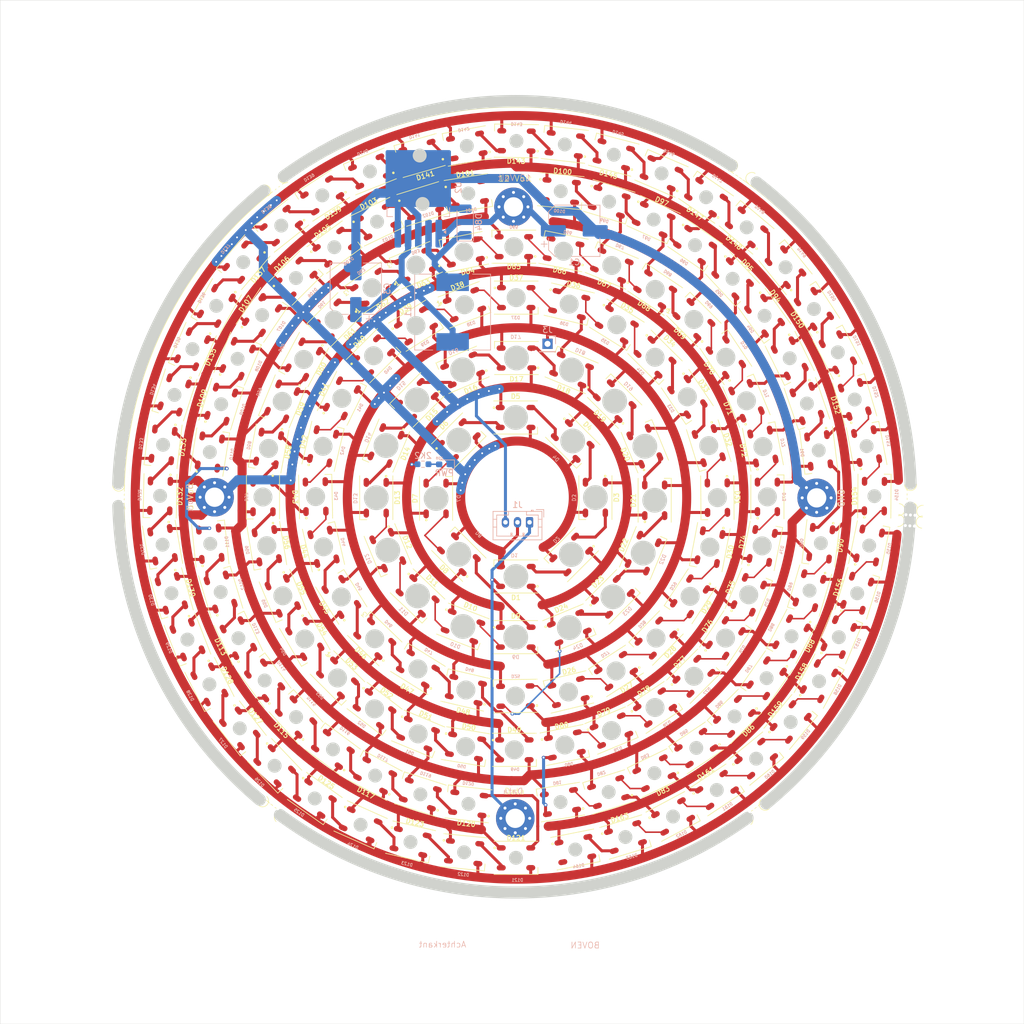
<source format=kicad_pcb>
(kicad_pcb (version 20240108) (generator "pcbnew") (generator_version "8.0")
  (title_block (title "Jan Wilms Kwal  board") (date "2024-11-21") (rev "13") (company "Vermeij Electronics") (comment 1 "nrs 84, 98, 104, 118 missing"))
  (layers (0 "F.Cu" signal) (31 "B.Cu" signal) (34 "B.Paste" user) (35 "F.Paste" user) (36 "B.SilkS" user "B.Silkscreen") (37 "F.SilkS" user "F.Silkscreen") (38 "B.Mask" user) (39 "F.Mask" user) (44 "Edge.Cuts" user))
  (net 0 "")
  (net 1 "GND")
  (net 2 "+5V")
  (net 3 "Data")
  (net 4 "Net-(D2-DOUT)")
  (net 5 "Net-(D3-DOUT)")
  (net 6 "Net-(D4-DOUT)")
  (net 7 "Net-(D5-DOUT)")
  (net 8 "Net-(D6-DOUT)")
  (net 9 "Net-(D7-DOUT)")
  (net 10 "Net-(D8-DOUT)")
  (net 11 "Net-(D10-DIN)")
  (net 12 "Net-(D10-DOUT)")
  (net 13 "Net-(D11-DOUT)")
  (net 14 "Net-(D12-DOUT)")
  (net 15 "Net-(D13-DOUT)")
  (net 16 "Net-(D14-DOUT)")
  (net 17 "Net-(D15-DOUT)")
  (net 18 "Net-(D16-DOUT)")
  (net 19 "Net-(D17-DOUT)")
  (net 20 "Net-(D18-DOUT)")
  (net 21 "Net-(D19-DOUT)")
  (net 22 "Net-(D20-DOUT)")
  (net 23 "Net-(D21-DOUT)")
  (net 24 "Net-(D22-DOUT)")
  (net 25 "Net-(D23-DOUT)")
  (net 26 "Net-(D24-DOUT)")
  (net 27 "Net-(D25-DOUT)")
  (net 28 "Net-(D27-DOUT)")
  (net 29 "Net-(D28-DOUT)")
  (net 30 "Net-(D29-DOUT)")
  (net 31 "Net-(D30-DOUT)")
  (net 32 "Net-(D31-DOUT)")
  (net 33 "Net-(D32-DOUT)")
  (net 34 "Net-(D33-DOUT)")
  (net 35 "Net-(D34-DOUT)")
  (net 36 "Net-(D35-DOUT)")
  (net 37 "Net-(D36-DOUT)")
  (net 38 "Net-(D37-DOUT)")
  (net 39 "Net-(D38-DOUT)")
  (net 40 "Net-(D39-DOUT)")
  (net 41 "Net-(D40-DOUT)")
  (net 42 "Net-(D41-DOUT)")
  (net 43 "Net-(D42-DOUT)")
  (net 44 "Net-(D43-DOUT)")
  (net 45 "Net-(D44-DOUT)")
  (net 46 "Net-(D45-DOUT)")
  (net 47 "Net-(D46-DOUT)")
  (net 48 "Net-(D47-DOUT)")
  (net 49 "Net-(D48-DOUT)")
  (net 50 "Net-(D49-DOUT)")
  (net 51 "Net-(D50-DOUT)")
  (net 52 "Net-(D52-DOUT)")
  (net 53 "Net-(D53-DOUT)")
  (net 54 "Net-(D1-DOUT)")
  (net 55 "Net-(D26-DOUT)")
  (net 56 "Net-(D51-DOUT)")
  (net 57 "Net-(D54-DOUT)")
  (net 58 "Net-(D55-DOUT)")
  (net 59 "Net-(D56-DOUT)")
  (net 60 "Net-(D57-DOUT)")
  (net 61 "Net-(D58-DOUT)")
  (net 62 "Net-(D59-DOUT)")
  (net 63 "Net-(D60-DOUT)")
  (net 64 "Net-(D61-DOUT)")
  (net 65 "Net-(D62-DOUT)")
  (net 66 "Net-(D63-DOUT)")
  (net 67 "Net-(D64-DOUT)")
  (net 68 "Net-(D65-DOUT)")
  (net 69 "Net-(D66-DOUT)")
  (net 70 "Net-(D67-DOUT)")
  (net 71 "Net-(D68-DOUT)")
  (net 72 "Net-(D69-DOUT)")
  (net 73 "Net-(D70-DOUT)")
  (net 74 "Net-(D71-DOUT)")
  (net 75 "Net-(D72-DOUT)")
  (net 76 "Net-(D73-DOUT)")
  (net 77 "Net-(D74-DOUT)")
  (net 78 "Net-(D75-DOUT)")
  (net 79 "Net-(D76-DOUT)")
  (net 80 "Net-(D77-DOUT)")
  (net 81 "Net-(D78-DOUT)")
  (net 82 "Net-(D79-DOUT)")
  (net 83 "Net-(D80-DOUT)")
  (net 84 "Net-(D81-DOUT)")
  (net 85 "Net-(D82-DOUT)")
  (net 86 "Net-(D83-DOUT)")
  (net 87 "Net-(D85-DOUT)")
  (net 88 "Net-(D86-DOUT)")
  (net 89 "Net-(D87-DOUT)")
  (net 90 "Net-(D88-DOUT)")
  (net 91 "Net-(D89-DOUT)")
  (net 92 "Net-(D90-DOUT)")
  (net 93 "Net-(D91-DOUT)")
  (net 94 "Net-(D92-DOUT)")
  (net 95 "Net-(D93-DOUT)")
  (net 96 "Net-(D94-DOUT)")
  (net 97 "Net-(D95-DOUT)")
  (net 98 "Net-(D96-DOUT)")
  (net 99 "Net-(D97-DOUT)")
  (net 100 "Net-(D84-K)")
  (net 101 "Net-(D100-DIN)")
  (net 102 "Net-(D100-DOUT)")
  (net 103 "Net-(D101-DOUT)")
  (net 104 "Net-(D102-DOUT)")
  (net 105 "Net-(D103-DOUT)")
  (net 106 "+12V")
  (net 107 "Net-(D105-DOUT)")
  (net 108 "Net-(D106-DOUT)")
  (net 109 "Net-(D107-DOUT)")
  (net 110 "Net-(D108-DOUT)")
  (net 111 "Net-(D109-DOUT)")
  (net 112 "Net-(D110-DOUT)")
  (net 113 "Net-(D111-DOUT)")
  (net 114 "Net-(D112-DOUT)")
  (net 115 "Net-(D113-DOUT)")
  (net 116 "Net-(D114-DOUT)")
  (net 117 "Net-(D115-DOUT)")
  (net 118 "Net-(D116-DOUT)")
  (net 119 "Net-(D117-DOUT)")
  (net 120 "Net-(D98-A)")
  (net 121 "Net-(D119-DOUT)")
  (net 122 "Net-(D120-DOUT)")
  (net 123 "Net-(D121-DOUT)")
  (net 124 "Net-(D122-DOUT)")
  (net 125 "Net-(D123-DOUT)")
  (net 126 "Net-(D124-DOUT)")
  (net 127 "Net-(D125-DOUT)")
  (net 128 "Net-(D126-DOUT)")
  (net 129 "Net-(D127-DOUT)")
  (net 130 "Net-(D128-DOUT)")
  (net 131 "Net-(D129-DOUT)")
  (net 132 "Net-(D130-DOUT)")
  (net 133 "Net-(D131-DOUT)")
  (net 134 "Net-(D132-DOUT)")
  (net 135 "Net-(D133-DOUT)")
  (net 136 "Net-(D134-DOUT)")
  (net 137 "Net-(D135-DOUT)")
  (net 138 "Net-(D136-DOUT)")
  (net 139 "Net-(D137-DOUT)")
  (net 140 "Net-(D138-DOUT)")
  (net 141 "Net-(D139-DOUT)")
  (net 142 "Net-(D140-DOUT)")
  (net 143 "Net-(D141-DOUT)")
  (net 144 "Net-(D142-DOUT)")
  (net 145 "Net-(D143-DOUT)")
  (net 146 "Net-(D144-DOUT)")
  (net 147 "Net-(D145-DOUT)")
  (net 148 "Net-(D146-DOUT)")
  (net 149 "Net-(D147-DOUT)")
  (net 150 "Net-(D148-DOUT)")
  (net 151 "Net-(D149-DOUT)")
  (net 152 "Net-(D150-DOUT)")
  (net 153 "Net-(D151-DOUT)")
  (net 154 "Net-(D152-DOUT)")
  (net 155 "Net-(D153-DOUT)")
  (net 156 "Net-(D154-DOUT)")
  (net 157 "Net-(D155-DOUT)")
  (net 158 "Net-(D156-DOUT)")
  (net 159 "Net-(D157-DOUT)")
  (net 160 "Net-(D158-DOUT)")
  (net 161 "Net-(D159-DOUT)")
  (net 162 "Net-(D160-DOUT)")
  (net 163 "Net-(D161-DOUT)")
  (net 164 "Net-(D162-DOUT)")
  (net 165 "Net-(D163-DOUT)")
  (footprint "Kwal:WS2812B_4_1" (layer "F.Cu") (at 86.785 100.206393 90)
    (property "Reference" "D7")
    (property "Value" "WS2812B" (hide yes))
    (fp_circle (center 0 0) (end 2 0) (stroke (width 0.12)) (fill solid) (layer "Edge.Cuts"))
  )
  (footprint "Kwal:WS2812B_3_1" (layer "F.Cu") (at 123.134197 76.759247 -44.8)
    (property "Reference" "D34")
    (property "Value" "WS2812B" (hide yes))
    (fp_circle (center 0 0) (end 1.52 0) (stroke (width 0.12)) (fill solid) (layer "Edge.Cuts"))
  )
  (footprint "Kwal:WS2812B_3_1" (layer "F.Cu") (at 76.601198 123.495215 136)
    (property "Reference" "D46")
    (property "Value" "WS2812B" (hide yes))
    (fp_circle (center 0 0) (end 1.52 0.000001) (stroke (width 0.12)) (fill solid) (layer "Edge.Cuts"))
  )
  (footprint "Kwal:WS2812B_3_1" (layer "F.Cu") (at 115.957924 61.519418 157.5)
    (property "Reference" "D67")
    (property "Value" "WS2812B" (hide yes))
    (fp_circle (center 0 0) (end 1.52 0) (stroke (width 0.12)) (fill solid) (layer "Edge.Cuts"))
  )
  (footprint "Kwal:WS2812B_3_1" (layer "F.Cu") (at 83.431001 61.458706 -157.475)
    (property "Reference" "D63")
    (property "Value" "WS2812B" (hide yes))
    (fp_circle (center 0 0) (end 1.52 0) (stroke (width 0.12)) (fill solid) (layer "Edge.Cuts"))
  )
  (footprint "Kwal:WS2812B_2_1" (layer "F.Cu") (at 69.649326 141.863898 143.4)
    (property "Reference" "D116" (hide yes))
    (property "Value" "WS2812B" (hide yes))
    (fp_circle (center -0.01 0) (end 1.09 0) (stroke (width 0.12)) (fill solid) (layer "Edge.Cuts"))
  )
  (footprint "Kwal:WS2812B_3_1" (layer "F.Cu") (at 100.085 66.856393)
    (property "Reference" "D37")
    (property "Value" "WS2812B" (hide yes))
    (fp_circle (center 0 0) (end 1.52 0) (stroke (width 0.12)) (fill solid) (layer "Edge.Cuts"))
  )
  (footprint "Kwal:WS2812B_3_1" (layer "F.Cu") (at 83.445737 71.506892 31.9)
    (property "Reference" "D39")
    (property "Value" "WS2812B" (hide yes))
    (fp_circle (center 0 0) (end 1.52 0) (stroke (width 0.12)) (fill solid) (layer "Edge.Cuts"))
  )
  (footprint "Kwal:WS2812B_3_1" (layer "F.Cu") (at 71.052582 116.558248 121.875)
    (property "Reference" "D45")
    (property "Value" "WS2812B" (hide yes))
    (fp_circle (center 0 0) (end 1.52 0) (stroke (width 0.12)) (fill solid) (layer "Edge.Cuts"))
  )
  (footprint "Kwal:WS2812B_2_1" (layer "F.Cu") (at 50.285578 68.227701 -119.2)
    (property "Reference" "D136" (hide yes))
    (property "Value" "WS2812B" (hide yes))
    (fp_circle (center -0.01 0) (end 1.09 0) (stroke (width 0.12)) (fill solid) (layer "Edge.Cuts"))
  )
  (footprint "Kwal:WS2812B_3_1" (layer "F.Cu") (at 128.507891 83.327579 -56)
    (property "Reference" "D33")
    (property "Value" "WS2812B" (hide yes))
    (fp_circle (center 0 0) (end 1.52 0) (stroke (width 0.12)) (fill solid) (layer "Edge.Cuts"))
  )
  (footprint "Kwal:WS2812B_2_1" (layer "F.Cu") (at 138.347408 55.18225 140)
    (property "Reference" "D148")
    (property "Value" "WS2812B" (hide yes))
    (fp_circle (center -0.01 0) (end 1.089999 0) (stroke (width 0.12)) (fill solid) (layer "Edge.Cuts"))
  )
  (footprint "Kwal:WS2812B_2_1" (layer "F.Cu") (at 84.547487 51.300694 17.2)
    (property "Reference" "D102" (hide yes))
    (property "Value" "WS2812B" (hide yes))
    (fp_circle (center -0.01 0) (end 1.09 0) (stroke (width 0.12)) (fill solid) (layer "Edge.Cuts"))
  )
  (footprint "Kwal:WS2812B_2_1" (layer "F.Cu") (at 118.23147 156.419098 16.8)
    (property "Reference" "D163")
    (property "Value" "WS2812B" (hide yes))
    (fp_circle (center -0.01 0) (end 1.09 0) (stroke (width 0.12)) (fill solid) (layer "Edge.Cuts"))
  )
  (footprint "Kwal:WS2812B_2_1" (layer "F.Cu") (at 67.88 49.881393 -147.2)
    (property "Reference" "D139")
    (property "Value" "WS2812B" (hide yes))
    (fp_circle (center -0.01 0) (end 1.09 0) (stroke (width 0.12)) (fill solid) (layer "Edge.Cuts"))
  )
  (footprint "Kwal:WS2812B_3_1" (layer "F.Cu") (at 66.783325 99.897376 91.2)
    (property "Reference" "D43")
    (property "Value" "WS2812B" (hide yes))
    (fp_circle (center 0 0) (end 1.52 0) (stroke (width 0.12)) (fill solid) (layer "Edge.Cuts"))
  )
  (footprint "Kwal:WS2812B_3_1" (layer "F.Cu") (at 129.594316 70.482257 135)
    (property "Reference" "D69")
    (property "Value" "WS2812B" (hide yes))
    (fp_circle (center 0 0) (end 1.52 0) (stroke (width 0.12)) (fill solid) (layer "Edge.Cuts"))
  )
  (footprint "Kwal:WS2812B_2_1" (layer "F.Cu") (at 156.291132 83.76521 106.4)
    (property "Reference" "D152")
    (property "Value" "WS2812B" (hide yes))
    (fp_circle (center -0.01 0) (end 1.09 0) (stroke (width 0.12)) (fill solid) (layer "Edge.Cuts"))
  )
  (footprint "Library:mouse-bite-single-2mm-slot" (layer "F.Cu") (at 165.504144 103.999498 176)
    (property "Reference" "mouse-bite-1" (hide yes))
    (property "Value" "VAL**" (hide yes))
  )
  (footprint "Kwal:WS2812B_3_1" (layer "F.Cu") (at 68.00944 91.545714 76.875)
    (property "Reference" "D42")
    (property "Value" "WS2812B" (hide yes))
    (fp_circle (center 0 0) (end 1.52 0) (stroke (width 0.12)) (fill solid) (layer "Edge.Cuts"))
  )
  (footprint "Kwal:WS2812B_3_1" (layer "F.Cu") (at 99.700001 58.401394 180)
    (property "Reference" "D65")
    (property "Value" "WS2812B" (hide yes))
    (fp_circle (center 0 0) (end 1.52 0) (stroke (width 0.12)) (fill solid) (layer "Edge.Cuts"))
  )
  (footprint "Kwal:WS2812B_2_1" (layer "F.Cu") (at 153.48716 75.925755 117.6)
    (property "Reference" "D151" (hide yes))
    (property "Value" "WS2812B" (hide yes))
    (fp_circle (center -0.01 0) (end 1.09 0) (stroke (width 0.12)) (fill solid) (layer "Edge.Cuts"))
  )
  (footprint "Kwal:WS2812B_3_1" (layer "F.Cu") (at 132.23831 108.284217 -100.8)
    (property "Reference" "D30")
    (property "Value" "WS2812B" (hide yes))
    (fp_circle (center 0 0) (end 1.52 0) (stroke (width 0.12)) (fill solid) (layer "Edge.Cuts"))
  )
  (footprint "Kwal:WS2812B_2_1" (layer "F.Cu") (at 156.711661 115.939358 72.8)
    (property "Reference" "D156")
    (property "Value" "WS2812B" (hide yes))
    (fp_circle (center -0.01 0) (end 1.09 0) (stroke (width 0.12)) (fill solid) (layer "Edge.Cuts"))
  )
  (footprint "Kwal:WS2812B_2_1" (layer "F.Cu") (at 49.151883 131.072176 -63.2)
    (property "Reference" "D128")
    (property "Value" "WS2812B" (hide yes))
    (fp_circle (center -0.01 0) (end 1.090001 0) (stroke (width 0.12)) (fill solid) (layer "Edge.Cuts"))
  )
  (footprint "Kwal:WS2812B_2_1" (layer "F.Cu") (at 158.70106 108.009574 78.4)
    (property "Reference" "D155" (hide yes))
    (property "Value" "WS2812B" (hide yes))
    (fp_circle (center -0.01 0) (end 1.09 0) (stroke (width 0.12)) (fill solid) (layer "Edge.Cuts"))
  )
  (footprint "MountingHole:MountingHole_3.2mm_M3_Pad_Via" (layer "F.Cu") (at 149.974394 100.1)
    (property "Reference" "H3" (hide yes))
    (property "Value" "Gnd" (hide yes))
  )
  (footprint "Kwal:WS2812B_4_1" (layer "F.Cu") (at 91.245965 121.459802 -21)
    (property "Reference" "D10")
    (property "Value" "WS2812B" (hide yes))
    (fp_circle (center 0 0) (end 2 0) (stroke (width 0.12)) (fill solid) (layer "Edge.Cuts"))
  )
  (footprint "Kwal:WS2812B_4_1" (layer "F.Cu") (at 90.550685 90.507255 45)
    (property "Reference" "D6")
    (property "Value" "WS2812B" (hide yes))
    (fp_circle (center 0 0) (end 2.000001 0) (stroke (width 0.12)) (fill solid) (layer "Edge.Cuts"))
  )
  (footprint "Kwal:WS2812B_2_1" (layer "F.Cu") (at 84.05 43.261393 -164)
    (property "Reference" "D141")
    (property "Value" "WS2812B" (hide yes))
    (fp_circle (center -0.01 0) (end 1.09 0) (stroke (width 0.12)) (fill solid) (layer "Edge.Cuts"))
  )
  (footprint "Kwal:WS2812B_2_1" (layer "F.Cu") (at 145.797311 123.09324 -117.6)
    (property "Reference" "D88")
    (property "Value" "WS2812B" (hide yes))
    (fp_circle (center -0.01 0) (end 1.09 0) (stroke (width 0.12)) (fill solid) (layer "Edge.Cuts"))
  )
  (footprint "Kwal:WS2812B_3_1" (layer "F.Cu") (at 129.594315 129.730531 45)
    (property "Reference" "D77")
    (property "Value" "WS2812B" (hide yes))
    (fp_circle (center 0 0) (end 1.52 0) (stroke (width 0.12)) (fill solid) (layer "Edge.Cuts"))
  )
  (footprint "Kwal:WS2812B_4_1" (layer "F.Cu") (at 116.434139 84.047078 135)
    (property "Reference" "D19")
    (property "Value" "WS2812B" (hide yes))
    (fp_circle (center 0 0) (end 2.000001 0) (stroke (width 0.12)) (fill solid) (layer "Edge.Cuts"))
  )
  (footprint "Kwal:WS2812B_3_1" (layer "F.Cu") (at 91.405178 59.281069 -168.75)
    (property "Reference" "D64")
    (property "Value" "WS2812B" (hide yes))
    (fp_circle (center 0 0) (end 1.52 0) (stroke (width 0.12)) (fill solid) (layer "Edge.Cuts"))
  )
  (footprint "MountingHole:MountingHole_3.2mm_M3_Pad_Via" (layer "F.Cu") (at 99.927056 153.312944)
    (property "Reference" "H2" (hide yes))
    (property "Value" "Data" (hide yes))
  )
  (footprint "Kwal:WS2812B_3_1" (layer "F.Cu") (at 58.968847 91.891714 -100.5)
    (property "Reference" "D58")
    (property "Value" "WS2812B" (hide yes))
    (fp_circle (center 0 0) (end 1.52 0) (stroke (width 0.12)) (fill solid) (layer "Edge.Cuts"))
  )
  (footprint "Kwal:WS2812B_3_1" (layer "F.Cu") (at 108.768391 132.330054 -166.45)
    (property "Reference" "D26")
    (property "Value" "WS2812B" (hide yes))
    (fp_circle (center 0 0) (end 1.52 0) (stroke (width 0.12)) (fill solid) (layer "Edge.Cuts"))
  )
  (footprint "Kwal:WS2812B_3_1" (layer "F.Cu") (at 132.058499 91.429884 -72.775)
    (property "Reference" "D32")
    (property "Value" "WS2812B" (hide yes))
    (fp_circle (center 0 0) (end 1.52 0) (stroke (width 0.12)) (fill solid) (layer "Edge.Cuts"))
  )
  (footprint "Kwal:WS2812B_2_1" (layer "F.Cu") (at 126.13785 153.006658 28)
    (property "Reference" "D162" (hide yes))
    (property "Value" "WS2812B" (hide yes))
    (fp_circle (center -0.01 0) (end 1.09 0) (stroke (width 0.12)) (fill solid) (layer "Edge.Cuts"))
  )
  (footprint "Kwal:WS2812B_2_1" (layer "F.Cu") (at 82.543561 157.243183 -12.8)
    (property "Reference" "D123")
    (property "Value" "WS2812B" (hide yes))
    (fp_circle (center -0.009999 0) (end 1.09 0) (stroke (width 0.12)) (fill solid) (layer "Edge.Cuts"))
  )
  (footprint "Kwal:WS2812B_3_1" (layer "F.Cu") (at 116.663258 128.838565 -147.15)
    (property "Reference" "D27")
    (property "Value" "WS2812B" (hide yes))
    (fp_circle (center 0 0) (end 1.52 0) (stroke (width 0.12)) (fill solid) (layer "Edge.Cuts"))
  )
  (footprint "Kwal:WS2812B_2_1" (layer "F.Cu") (at 133.402439 148.601523 33.6)
    (property "Reference" "D161")
    (property "Value" "WS2812B" (hide yes))
    (fp_circle (center -0.01 0) (end 1.09 0) (stroke (width 0.12)) (fill solid) (layer "Edge.Cuts"))
  )
  (footprint "Kwal:WS2812B_2_1" (layer "F.Cu") (at 49.215134 92.490949 81)
    (property "Reference" "D110" (hide yes))
    (property "Value" "WS2812B" (hide yes))
    (fp_circle (center -0.01 0) (end 1.09 0) (stroke (width 0.12)) (fill solid) (layer "Edge.Cuts"))
  )
  (footprint "Kwal:WS2812B_2_1" (layer "F.Cu") (at 145.501213 76.930201 -63.8)
    (property "Reference" "D93" (hide yes))
    (property "Value" "WS2812B" (hide yes))
    (fp_circle (center -0.01 0) (end 1.09 0.000001) (stroke (width 0.12)) (fill solid) (layer "Edge.Cuts"))
  )
  (footprint "MountingHole:MountingHole_3.2mm_M3_Pad_Via" (layer "F.Cu") (at 99.637057 51.787056)
    (property "Reference" "H1" (hide yes))
    (property "Value" "12V" (hide yes))
  )
  (footprint "Kwal:WS2812B_2_1" (layer "F.Cu") (at 141.328597 69.878074 -54.2)
    (property "Reference" "D94")
    (property "Value" "WS2812B" (hide yes))
    (fp_circle (center -0.010001 0) (end 1.09 0) (stroke (width 0.12)) (fill solid) (layer "Edge.Cuts"))
  )
  (footprint "Kwal:WS2812B_3_1" (layer "F.Cu") (at 76.41 76.506393 44.8)
    (property "Reference" "D40")
    (property "Value" "WS2812B" (hide yes))
    (fp_circle (center 0 0) (end 1.52 0) (stroke (width 0.12)) (fill solid) (layer "Edge.Cuts"))
  )
  (footprint "Library:mouse-bite-single-2mm-slot" (layer "F.Cu") (at 59.440122 151.762109 -42.8)
    (property "Reference" "mouse-bite-1" (hide yes))
    (property "Value" "VAL**" (hide yes))
  )
  (footprint "Kwal:WS2812B_2_1" (layer "F.Cu") (at 92.147614 150.912816 173.6)
    (property "Reference" "D120")
    (property "Value" "WS2812B" (hide yes))
    (fp_circle (center -0.01 0) (end 1.09 0) (stroke (width 0.12)) (fill solid) (layer "Edge.Cuts"))
  )
  (footprint "Kwal:WS2812B_4_1" (layer "F.Cu") (at 108.904933 121.64822 22.5)
    (property "Reference" "D24")
    (property "Value" "WS2812B" (hide yes))
    (fp_circle (center 0 0) (end 2 0) (stroke (width 0.12)) (fill solid) (layer "Edge.Cuts"))
  )
  (footprint "Kwal:WS2812B_4_1" (layer "F.Cu") (at 99.985 86.756393)
    (property "Reference" "D5")
    (property "Value" "WS2812B" (hide yes))
    (fp_circle (center 0 0) (end 2 0) (stroke (width 0.12)) (fill solid) (layer "Edge.Cuts"))
  )
  (footprint "Kwal:WS2812B_3_1" (layer "F.Cu") (at 58.681133 108.047445 -80.625)
    (property "Reference" "D56")
    (property "Value" "WS2812B" (hide yes))
    (fp_circle (center 0 0) (end 1.52 0) (stroke (width 0.12)) (fill solid) (layer "Edge.Cuts"))
  )
  (footprint "Kwal:WS2812B_2_1" (layer "F.Cu") (at 159.562856 99.812852 89.6)
    (property "Reference" "D154")
    (property "Value" "WS2812B" (hide yes))
    (fp_circle (center -0.01 0) (end 1.09 0) (stroke (width 0.12)) (fill solid) (layer "Edge.Cuts"))
  )
  (footprint "Kwal:WS2812B_4_1" (layer "F.Cu") (at 91.192078 78.844416 -157.5)
    (property "Reference" "D16")
    (property "Value" "WS2812B" (hide yes))
    (fp_circle (center 0 0) (end 2 0) (stroke (width 0.12)) (fill solid) (layer "Edge.Cuts"))
  )
  (footprint "Kwal:WS2812B_2_1" (layer "F.Cu") (at 153.660487 123.232229 67.2)
    (property "Reference" "D157" (hide yes))
    (property "Value" "WS2812B" (hide yes))
    (fp_circle (center -0.01 0) (end 1.09 0) (stroke (width 0.12)) (fill solid) (layer "Edge.Cuts"))
  )
  (footprint "Kwal:WS2812B_3_1" (layer "F.Cu") (at 91.735 132.006393 166.875)
    (property "Reference" "D48")
    (property "Value" "WS2812B" (hide yes))
    (fp_circle (center 0 0) (end 1.52 0) (stroke (width 0.12)) (fill solid) (layer "Edge.Cuts"))
  )
  (footprint "Kwal:WS2812B_3_1" (layer "F.Cu") (at 140.925324 108.081216 78.75)
    (property "Reference" "D74")
    (property "Value" "WS2812B" (hide yes))
    (fp_circle (center 0 0) (end 1.52 0) (stroke (width 0.12)) (fill solid) (layer "Edge.Cuts"))
  )
  (footprint "Kwal:WS2812B_2_1" (layer "F.Cu") (at 158.269858 91.508818 100.8)
    (property "Reference" "D153" (hide yes))
    (property "Value" "WS2812B" (hide yes))
    (fp_circle (center -0.01 0) (end 1.09 0) (stroke (width 0.12)) (fill solid) (layer "Edge.Cuts"))
  )
  (footprint "Kwal:WS2812B_3_1" (layer "F.Cu") (at 99.958276 133.015439 -179.2)
    (property "Reference" "D25" (hide yes))
    (property "Value" "WS2812B" (hide yes))
    (fp_circle (center 0 0) (end 1.52 0) (stroke (width 0.12)) (fill solid) (layer "Edge.Cuts"))
  )
  (footprint "Library:mouse-bite-single-2mm-slot" (layer "F.Cu") (at 137.535927 45.993635 147.4)
    (property "Reference" "mouse-bite-1" (hide yes))
    (property "Value" "VAL**" (hide yes))
  )
  (footprint "Kwal:WS2812B_2_1" (layer "F.Cu") (at 129.97959 141.633072 -146.25)
    (property "Reference" "D85" (hide yes))
    (property "Value" "WS2812B" (hide yes))
    (fp_circle (center -0.01 0) (end 1.09 0) (stroke (width 0.12)) (fill solid) (layer "Edge.Cuts"))
  )
  (footprint "Kwal:WS2812B_2_1" (layer "F.Cu") (at 61.065057 54.900111 -141.6)
    (property "Reference" "D138" (hide yes))
    (property "Value" "WS2812B" (hide yes))
    (fp_circle (center -0.01 0) (end 1.09 0) (stroke (width 0.12)) (fill solid) (layer "Edge.Cuts"))
  )
  (footprint "Kwal:WS2812B_2_1" (layer "F.Cu") (at 145.663036 137.315385 50.4)
    (property "Reference" "D159")
    (property "Value" "WS2812B" (hide yes))
    (fp_circle (center -0.01 0) (end 1.09 0) (stroke (width 0.12)) (fill solid) (layer "Edge.Cuts"))
  )
  (footprint "Kwal:WS2812B_2_1" (layer "F.Cu") (at 69.897446 58.478468 36.2)
    (property "Reference" "D105")
    (property "Value" "WS2812B" (hide yes))
    (fp_circle (center -0.01 0) (end 1.09 0) (stroke (width 0.12)) (fill solid) (layer "Edge.Cuts"))
  )
  (footprint "Kwal:WS2812B_2_1" (layer "F.Cu") (at 144.800728 61.808119 128.8)
    (property "Reference" "D149" (hide yes))
    (property "Value" "WS2812B" (hide yes))
    (fp_circle (center -0.01 0) (end 1.09 0) (stroke (width 0.12)) (fill solid) (layer "Edge.Cuts"))
  )
  (footprint "Kwal:WS2812B_3_1" (layer "F.Cu") (at 116.794237 71.351343 -31.875)
    (property "Reference" "D35")
    (property "Value" "WS2812B" (hide yes))
    (fp_circle (center 0 0) (end 1.52 0) (stroke (width 0.12)) (fill solid) (layer "Edge.Cuts"))
  )
  (footprint "Kwal:WS2812B_3_1" (layer "F.Cu") (at 141.050325 91.581571 101.25)
    (property "Reference" "D72")
    (property "Value" "WS2812B" (hide yes))
    (fp_circle (center 0 0) (end 1.52 0) (stroke (width 0.12)) (fill solid) (layer "Edge.Cuts"))
  )
  (footprint "Kwal:WS2812B_2_1" (layer "F.Cu") (at 41.370371 107.887653 -80)
    (property "Reference" "D131" (hide yes))
    (property "Value" "WS2812B" (hide yes))
    (fp_circle (center -0.01 0) (end 1.09 -0.000001) (stroke (width 0.12)) (fill solid) (layer "Edge.Cuts"))
  )
  (footprint "Kwal:WS2812B_2_1" (layer "F.Cu") (at 58.314601 130.416869 126.6)
    (property "Reference" "D114" (hide yes))
    (property "Value" "WS2812B" (hide yes))
    (fp_circle (center -0.01 0) (end 1.09 0) (stroke (width 0.12)) (fill solid) (layer "Edge.Cuts"))
  )
  (footprint "Kwal:WS2812B_3_1" (layer "F.Cu") (at 69.850863 70.547078 -135)
    (property "Reference" "D61")
    (property "Value" "WS2812B" (hide yes))
    (fp_circle (center 0 0) (end 1.52 0) (stroke (width 0.12)) (fill solid) (layer "Edge.Cuts"))
  )
  (footprint "Kwal:WS2812B_2_1" (layer "F.Cu") (at 123.024458 145.815382 -154.125)
    (property "Reference" "D83")
    (property "Value" "WS2812B" (hide yes))
    (fp_circle (center -0.01 0) (end 1.09 0) (stroke (width 0.12)) (fill solid) (layer "Edge.Cuts"))
  )
  (footprint "MountingHole:MountingHole_3.2mm_M3_Pad_Via" (layer "F.Cu") (at 50.002944 99.997056)
    (property "Reference" "H4" (hide yes))
    (property "Value" "5V" (hide yes))
  )
  (footprint "Kwal:WS2812B_3_1" (layer "F.Cu") (at 61.238025 84.083471 -112.5)
    (property "Reference" "D59")
    (property "Value" "WS2812B" (hide yes))
    (fp_circle (center 0 0) (end 1.52 0) (stroke (width 0.12)) (fill solid) (layer "Edge.Cuts"))
  )
  (footprint "Kwal:WS2812B_2_1" (layer "F.Cu") (at 91.44 158.951393 -5.6)
    (property "Reference" "D122" (hide yes))
    (property "Value" "WS2812B" (hide yes))
    (fp_circle (center -0.01 0) (end 1.09 0) (stroke (width 0.12)) (fill solid) (layer "Edge.Cuts"))
  )
  (footprint "Kwal:WS2812B_2_1" (layer "F.Cu") (at 54.188153 138.377861 -52)
    (property "Reference" "D127")
    (property "Value" "WS2812B" (hide yes))
    (fp_circle (center -0.01 0) (end 1.09 0) (stroke (width 0.12)) (fill solid) (layer "Edge.Cuts"))
  )
  (footprint "Kwal:WS2812B_3_1" (layer "F.Cu") (at 91.678499 141.408448 -9.375)
    (property "Reference" "D50")
    (property "Value" "WS2812B" (hide yes))
    (fp_circle (center 0 0) (end 1.52 0) (stroke (width 0.12)) (fill solid) (layer "Edge.Cuts"))
  )
  (footprint "Kwal:WS2812B_4_1" (layer "F.Cu") (at 113.235 100.056393 -90)
    (property "Reference" "D3")
    (property "Value" "WS2812B" (hide yes))
    (fp_circle (center 0 0) (end 2 0) (stroke (width 0.12)) (fill solid) (layer "Edge.Cuts"))
  )
  (footprint "Kwal:WS2812B_4_1" (layer "F.Cu") (at 78.466827 91.416326 -112.5)
    (property "Reference" "D14")
    (property "Value" "WS2812B" (hide yes))
    (fp_circle (center 0 0) (end 2 0) (stroke (width 0.12)) (fill solid) (layer "Edge.Cuts"))
  )
  (footprint "Kwal:WS2812B_2_1" (layer "F.Cu") (at 41.451697 91.303261 -96.8)
    (property "Reference" "D133")
    (property "Value" "WS2812B" (hide yes))
    (fp_circle (center -0.01 0) (end 1.09 0) (stroke (width 0.12)) (fill solid) (layer "Edge.Cuts"))
  )
  (footprint "Kwal:WS2812B_4_1" (layer "F.Cu") (at 109.279934 78.869566 157.5)
    (property "Reference" "D18")
    (property "Value" "WS2812B" (hide yes))
    (fp_circle (center 0 0) (end 2 0) (stroke (width 0.12)) (fill solid) (layer "Edge.Cuts"))
  )
  (footprint "Kwal:WS2812B_4_1" (layer "F.Cu") (at 76.85 100.081393 -90)
    (property "Reference" "D13")
    (property "Value" "WS2812B" (hide yes))
    (fp_circle (center 0 0) (end 2 0) (stroke (width 0.12)) (fill solid) (layer "Edge.Cuts"))
  )
  (footprint "Kwal:WS2812B_4_1" (layer "F.Cu") (at 90.560861 109.465707 135)
    (property "Reference" "D8")
    (property "Value" "WS2812B" (hide yes))
    (fp_circle (center 0 0) (end 2.000001 0) (stroke (width 0.12)) (fill solid) (layer "Edge.Cuts"))
  )
  (footprint "Kwal:WS2812B_2_1" (layer "F.Cu") (at 57.902111 69.74619 56)
    (property "Reference" "D107")
    (property "Value" "WS2812B" (hide yes))
    (fp_circle (center -0.01 0) (end 1.09 0) (stroke (width 0.12)) (fill solid) (layer "Edge.Cuts"))
  )
  (footprint "Kwal:WS2812B_4_1" (layer "F.Cu") (at 100.035 113.156393 180)
    (property "Reference" "D1")
    (property "Value" "WS2812B" (hide yes))
    (fp_circle (center 0 0) (end 2 0) (stroke (width 0.12)) (fill solid) (layer "Edge.Cuts"))
  )
  (footprint "Kwal:WS2812B_2_1" (layer "F.Cu") (at 51.100694 84.547486 72.8)
    (property "Reference" "D109")
    (property "Value" "WS2812B" (hide yes))
    (fp_circle (center -0.01 0) (end 1.09 0) (stroke (width 0.12)) (fill solid) (layer "Edge.Cuts"))
  )
  (footprint "Kwal:WS2812B_3_1" (layer "F.Cu") (at 64.986058 123.538155 -60)
    (property "Reference" "D54")
    (property "Value" "WS2812B" (hide yes))
    (fp_circle (center 0 0) (end 1.52 0) (stroke (width 0.12)) (fill solid) (layer "Edge.Cuts"))
  )
  (footprint "Kwal:WS2812B_3_1" (layer "F.Cu") (at 123.303053 123.38538 -134.4)
    (property "Reference" "D28")
    (property "Value" "WS2812B" (hide yes))
    (fp_circle (center 0 0) (end 1.519999 0) (stroke (width 0.12)) (fill solid) (layer "Edge.Cuts"))
  )
  (footprint "Kwal:WS2812B_2_1" (layer "F.Cu") (at 75.790547 45.905357 -158.4)
    (property "Reference" "D140" (hide yes))
    (property "Value" "WS2812B" (hide yes))
    (fp_circle (center -0.01 0) (end 1.09 0) (stroke (width 0.12)) (fill solid) (layer "Edge.Cuts"))
  )
  (footprint "Kwal:WS2812B_3_1" (layer "F.Cu") (at 58.04 99.96 -90)
    (property "Reference" "D57" (hide yes))
    (property "Value" "WS2812B")
    (fp_circle (center 0 0) (end 1.52 0) (stroke (width 0.12)) (fill solid) (layer "Edge.Cuts"))
  )
  (footprint "Kwal:WS2812B_2_1" (layer "F.Cu") (at 63.531957 136.493368 132.2)
    (property "Reference" "D115")
    (property "Value" "WS2812B" (hide yes))
    (fp_circle (center -0.01 0) (end 1.09 0) (stroke (width 0.12)) (fill solid) (layer "Edge.Cuts"))
  )
  (footprint "Library:mouse-bite-single-2mm-slot" (layer "F.Cu") (at 165.635 99.881393 92)
    (property "Reference" "mouse-bite-1" (hide yes))
    (property "Value" "VAL**" (hide yes))
  )
  (footprint "Kwal:WS2812B_3_1" (layer "F.Cu") (at 68.093234 108.232716 103.125)
    (property "Reference" "D44")
    (property "Value" "WS2812B" (hide yes))
    (fp_circle (center 0 0) (end 1.52 0) (stroke (width 0.12)) (fill solid) (layer "Edge.Cuts"))
  )
  (footprint "Kwal:WS2812B_2_1" (layer "F.Cu") (at 91.883339 41.672169 -169.6)
    (property "Reference" "D142" (hide yes))
    (property "Value" "WS2812B" (hide yes))
    (fp_circle (center -0.01 0) (end 1.09 0) (stroke (width 0.12)) (fill solid) (layer "Edge.Cuts"))
  )
  (footprint "Kwal:WS2812B_2_1" (layer "F.Cu") (at 109.91 158.491393 11.2)
    (property "Reference" "D164" (hide yes))
    (property "Value" "WS2812B" (hide yes))
    (fp_circle (center -0.01 0) (end 1.09 0) (stroke (width 0.12)) (fill solid) (layer "Edge.Cuts"))
  )
  (footprint "Kwal:WS2812B_3_1" (layer "F.Cu") (at 138.696827 116.201326 67.5)
    (property "Reference" "D75")
    (property "Value" "WS2812B" (hide yes))
    (fp_circle (center 0 0) (end 1.52 0) (stroke (width 0.12)) (fill solid) (layer "Edge.Cuts"))
  )
  (footprint "Kwal:WS2812B_2_1" (layer "F.Cu") (at 92.142046 49.553578 9)
    (property "Reference" "D101")
    (property "Value" "WS2812B" (hide yes))
    (fp_circle (center -0.01 0) (end 1.09 0) (stroke (width 0.12)) (fill solid) (layer "Edge.Cuts"))
  )
  (footprint "Kwal:WS2812B_4_1" (layer "F.Cu") (at 121.171827 109.276326 67.5)
    (property "Reference" "D22")
    (property "Value" "WS2812B" (hide yes))
    (fp_circle (center 0 0) (end 2 0) (stroke (width 0.12)) (fill solid) (layer "Edge.Cuts"))
  )
  (footprint "Kwal:WS2812B_3_1" (layer "F.Cu") (at 91.498244 68.03865 20.625)
    (property "Reference" "D38")
    (property "Value" "WS2812B" (hide yes))
    (fp_circle (center 0 0) (end 1.52 0) (stroke (width 0.12)) (fill solid) (layer "Edge.Cuts"))
  )
  (footprint "Kwal:WS2812B_3_1" (layer "F.Cu") (at 83.769231 128.501342 148.125)
    (property "Reference" "D47")
    (property "Value" "WS2812B" (hide yes))
    (fp_circle (center 0 0) (end 1.52 0) (stroke (width 0.12)) (fill solid) (layer "Edge.Cuts"))
  )
  (footprint "Kwal:WS2812B_3_1" (layer "F.Cu") (at 123.139591 134.914465 33.75)
    (property "Reference" "D78")
    (property "Value" "WS2812B" (hide yes))
    (fp_circle (center 0 0) (end 1.52 0) (stroke (width 0.12)) (fill solid) (layer "Edge.Cuts"))
  )
  (footprint "Kwal:WS2812B_2_1" (layer "F.Cu") (at 136.022369 63.733481 -47)
    (property "Reference" "D95")
    (property "Value" "WS2812B" (hide yes))
    (fp_circle (center -0.01 0) (end 1.09 0) (stroke (width 0.12)) (fill solid) (layer "Edge.Cuts"))
  )
  (footprint "Kwal:WS2812B_2_1" (layer "F.Cu") (at 108.15 41.421393 173.6)
    (property "Reference" "D144" (hide yes))
    (property "Value" "WS2812B" (hide yes))
    (fp_circle (center -0.01 0) (end 1.09 0) (stroke (width 0.12)) (fill solid) (layer "Edge.Cuts"))
  )
  (footprint "Kwal:WS2812B_2_1" (layer "F.Cu") (at 100.05 159.871393)
    (property "Reference" "D121")
    (property "Value" "WS2812B" (hide yes))
    (fp_circle (center -0.01 0) (end 1.09 0) (stroke (width 0.12)) (fill solid) (layer "Edge.Cuts"))
  )
  (footprint "Kwal:WS2812B_4_1" (layer "F.Cu") (at 100.135 76.881395 180)
    (property "Reference" "D17")
    (property "Value" "WS2812B" (hide yes))
    (fp_circle (center 0 0) (end 2 0) (stroke (width 0.12)) (fill solid) (layer "Edge.Cuts"))
  )
  (footprint "Kwal:WS2812B_3_1" (layer "F.Cu") (at 107.948976 59.155127 168.75)
    (property "Reference" "D66")
    (property "Value" "WS2812B" (hide yes))
    (fp_circle (center 0 0) (end 1.52 0) (stroke (width 0.12)) (fill solid) (layer "Edge.Cuts"))
  )
  (footprint "Kwal:WS2812B_2_1" (layer "F.Cu") (at 149.519132 68.737841 123.2)
    (property "Reference" "D150")
    (property "Value" "WS2812B" (hide yes))
    (fp_circle (center -0.01 0) (end 1.09 0) (stroke (width 0.12)) (fill solid) (layer "Edge.Cuts"))
  )
  (footprint "Kwal:WS2812B_3_1" (layer "F.Cu") (at 141.795 99.94 90)
    (property "Reference" "D73" (hide yes))
    (property "Value" "WS2812B")
    (fp_circle (center 0 0) (end 1.52 0) (stroke (width 0.12)) (fill solid) (layer "Edge.Cuts"))
  )
  (footprint "Kwal:WS2812B_2_1" (layer "F.Cu") (at 59.98 144.591393 -46.4)
    (property "Reference" "D126" (hide yes))
    (property "Value" "WS2812B" (hide yes))
    (fp_circle (center -0.01 0) (end 1.09 0) (stroke (width 0.12)) (fill solid) (layer "Edge.Cuts"))
  )
  (footprint "Kwal:WS2812B_2_1" (layer "F.Cu") (at 54.75 60.971393 -130.4)
    (property "Reference" "D137")
    (property "Value" "WS2812B" (hide yes))
    (fp_circle (center -0.01 0) (end 1.09 0) (stroke (width 0.12)) (fill solid) (layer "Edge.Cuts"))
  )
  (footprint "Kwal:WS2812B_4_1" (layer "F.Cu") (at 123.080475 100.503893 90)
    (property "Reference" "D21")
    (property "Value" "WS2812B" (hide yes))
    (fp_circle (center 0 0) (end 2 0) (stroke (width 0.12)) (fill solid) (layer "Edge.Cuts"))
  )
  (footprint "Kwal:WS2812B_4_1" (layer "F.Cu") (at 78.763173 108.796326 -67.5)
    (property "Reference" "D12")
    (property "Value" "WS2812B" (hide yes))
    (fp_circle (center 0 0) (end 2 0) (stroke (width 0.12)) (fill solid) (layer "Edge.Cuts"))
  )
  (footprint "Kwal:WS2812B_2_1" (layer "F.Cu") (at 131.613724 50.184125 145.6)
    (property "Reference" "D147")
    (property "Value" "WS2812B" (hide yes))
    (fp_circle (center -0.01 0) (end 1.09 0) (stroke (width 0.12)) (fill solid) (layer "Edge.Cuts"))
  )
  (footprint "Kwal:WS2812B_2_1" (layer "F.Cu") (at 124.211886 46.229977 156.8)
    (property "Reference" "D146" (hide yes))
    (property "Value" "WS2812B" (hide yes))
    (fp_circle (center -0.01 0) (end 1.090001 0) (stroke (width 0.12)) (fill solid) (layer "Edge.Cuts"))
  )
  (footprint "Kwal:WS2812B_2_1" (layer "F.Cu") (at 42.839635 115.944859 -74.4)
    (property "Reference" "D130")
    (property "Value" "WS2812B" (hide yes))
    (fp_circle (center -0.01 0) (end 1.09 0) (stroke (width 0.12)) (fill solid) (layer "Edge.Cuts"))
  )
  (footprint "Kwal:WS2812B_2_1" (layer "F.Cu") (at 76.662151 146.206658 152)
    (property "Reference" "D117")
    (property "Value" "WS2812B" (hide yes))
    (fp_circle (center -0.01 0) (end 1.09 0) (stroke (width 0.12)) (fill solid) (layer "Edge.Cuts"))
  )
  (footprint "Kwal:WS2812B_2_1" (layer "F.Cu") (at 43.34 83.011393 -108)
    (property "Reference" "D134" (hide yes))
    (property "Value" "WS2812B" (hide yes))
    (fp_circle (center -0.01 0) (end 1.090001 0) (stroke (width 0.12)) (fill solid) (layer "Edge.Cuts"))
  )
  (footprint "Kwal:WS2812B_2_1" (layer "F.Cu") (at 46.328857 75.415727 -113.6)
    (property "Reference" "D135")
    (property "Value" "WS2812B" (hide yes))
    (fp_circle (center -0.01 0.000001) (end 1.089999 0) (stroke (width 0.12)) (fill solid) (layer "Edge.Cuts"))
  )
  (footprint "Kwal:WS2812B_2_1" (layer "F.Cu") (at 53.958605 123.394571 115.4)
    (property "Reference" "D113")
    (property "Value" "WS2812B" (hide yes))
    (fp_circle (center -0.01 0) (end 1.089999 0) (stroke (width 0.12)) (fill solid) (layer "Edge.Cuts"))
  )
  (footprint "Kwal:WS2812B_2_1" (layer "F.Cu") (at 150.38 130.541393 61.6)
    (property "Reference" "D158")
    (property "Value" "WS2812B" (hide yes))
    (fp_circle (center -0.009999 0) (end 1.09 0) (stroke (width 0.12)) (fill solid) (layer "Edge.Cuts"))
  )
  (footprint "Library:mouse-bite-single-2mm-slot" (layer "F.Cu") (at 59.964878 47.990009 -144.6)
    (property "Reference" "mouse-bite-1" (hide yes))
    (property "Value" "VAL**" (hide yes))
  )
  (footprint "Kwal:WS2812B_3_1" (layer "F.Cu") (at 108.885354 67.931486 -13.125)
    (property "Reference" "D36")
    (property "Value" "WS2812B" (hide yes))
    (fp_circle (center 0 0) (end 1.52 0) (stroke (width 0.12)) (fill solid) (layer "Edge.Cuts"))
  )
  (footprint "Kwal:WS2812B_3_1" (layer "F.Cu") (at 123.163791 65.490615 146.25)
    (property "Reference" "D68")
    (property "Value" "WS2812B" (hide yes))
    (fp_circle (center 0 0) (end 1.52 0) (stroke (width 0.12)) (fill solid) (layer "Edge.Cuts"))
  )
  (footprint "Kwal:WS2812B_2_1" (layer "F.Cu") (at 53.828339 77.002035 67.2)
    (property "Reference" "D108" (hide yes))
    (property "Value" "WS2812B" (hide yes))
    (fp_circle (center -0.01 0) (end 1.09 0) (stroke (width 0.12)) (fill solid) (layer "Edge.Cuts"))
  )
  (footprint "Kwal:WS2812B_3_1" (layer "F.Cu") (at 70.415685 130.01053 -45)
    (property "Reference" "D53")
    (property "Value" "WS2812B" (hide yes))
    (fp_circle (center 0 0) (end 1.52 0) (stroke (width 0.12)) (fill solid) (layer "Edge.Cuts"))
  )
  (footprint "Kwal:WS2812B_3_1" (layer "F.Cu") (at 134.843072 123.385985 56.25)
    (property "Reference" "D76")
    (property "Value" "WS2812B" (hide yes))
    (fp_circle (center 0 0) (end 1.52 0) (stroke (width 0.12)) (fill solid) (layer "Edge.Cuts"))
  )
  (footprint "Kwal:WS2812B_4_1" (layer "F.Cu") (at 121.446977 91.53847 112.5)
    (property "Reference" "D20")
    (property "Value" "WS2812B" (hide yes))
    (fp_circle (center 0 0) (end 2 0) (stroke (width 0.12)) (fill solid) (layer "Edge.Cuts"))
  )
  (footprint "Kwal:WS2812B_2_1" (layer "F.Cu") (at 107.489461 49.17884 -5.2)
    (property "Reference" "D100")
    (property "Value" "WS2812B" (hide yes))
    (fp_circle (center -0.01 0) (end 1.09 0) (stroke (width 0.12)) (fill solid) (layer "Edge.Cuts"))
  )
  (footprint "Kwal:WS2812B_2_1" (layer "F.Cu") (at 148.362464 84.446293 -71)
    (property "Reference" "D92" (hide yes))
    (property "Value" "WS2812B" (hide yes))
    (fp_circle (center -0.01 0) (end 1.09 0) (stroke (width 0.12)) (fill solid) (layer "Edge.Cuts"))
  )
  (footprint "Kwal:WS2812B_2_1" (layer "F.Cu") (at 76.994571 54.241394 25.4)
    (property "Reference" "D103")
    (property "Value" "WS2812B" (hide yes))
    (fp_circle (center -0.01 0) (end 1.089999 0) (stroke (width 0.12)) (fill solid) (layer "Edge.Cuts"))
  )
  (footprint "Kwal:WS2812B_2_1" (layer "F.Cu") (at 51.012295 115.731469 106.8)
    (property "Reference" "D112" (hide yes))
    (property "Value" "WS2812B" (hide yes))
    (fp_circle (center -0.01 0) (end 1.09 0) (stroke (width 0.12)) (fill solid) (layer "Edge.Cuts"))
  )
  (footprint "Kwal:WS2812B_2_1" (layer "F.Cu") (at 107.43828 150.61295 -171)
    (property "Reference" "D81" (hide yes))
    (property "Value" "WS2812B" (hide yes))
    (fp_circle (center -0.01 0) (end 1.09 0) (stroke (width 0.12)) (fill solid) (layer "Edge.Cuts"))
  )
  (footprint "Kwal:WS2812B_2_1" (layer "F.Cu") (at 100.117201 40.837025 179.2)
    (property "Reference" "D143")
    (property "Value" "WS2812B" (hide yes))
    (fp_circle (center -0.01 0) (end 1.09 0) (stroke (width 0.12)) (fill solid) (layer "Edge.Cuts"))
  )
  (footprint "Kwal:WS2812B_2_1" (layer "F.Cu") (at 49.282944 107.715893 96)
    (property "Reference" "D111" (hide yes))
    (property "Value" "WS2812B" (hide yes))
    (fp_circle (center -0.01 0) (end 1.09 0) (stroke (width 0.12)) (fill solid) (layer "Edge.Cuts"))
  )
  (footprint "Kwal:WS2812B_2_1" (layer "F.Cu") (at 150.32 92.23 -83)
    (property "Reference" "D91" (hide yes))
    (property "Value" "WS2812B" (hide yes))
    (fp_circle (center -0.01 0) (end 1.09 0) (stroke (width 0.12)) (fill solid) (layer "Edge.Cuts"))
  )
  (footprint "Kwal:WS2812B_2_1" (layer "F.Cu") (at 66.650892 150.021941 -35.2)
    (property "Reference" "D125")
    (property "Value" "WS2812B" (hide yes))
    (fp_circle (center -0.009999 0) (end 1.09 0) (stroke (width 0.12)) (fill solid) (layer "Edge.Cuts"))
  )
  (footprint "Kwal:WS2812B_2_1" (layer "F.Cu") (at 141.656648 130.053493 -124.8)
    (property "Reference" "D87" (hide yes))
    (property "Value" "WS2812B" (hide yes))
    (fp_circle (center -0.01 0) (end 1.09 0) (stroke (width 0.12)) (fill solid) (layer "Edge.Cuts"))
  )
  (footprint "Library:mouse-bite-single-2mm-slot" (layer "F.Cu") (at 139.918623 152.27893 40.6)
    (property "Reference" "mouse-bite-1" (hide yes))
    (property "Value" "VAL**" (hide yes))
  )
  (footprint "Kwal:WS2812B_4_1" (layer "F.Cu") (at 100.01 123.231393)
    (property "Reference" "D9")
    (property "Value" "WS2812B" (hide yes))
    (fp_circle (center 0 0) (end 2 0) (stroke (width 0.12)) (fill solid) (layer "Edge.Cuts"))
  )
  (footprint "Kwal:WS2812B_3_1" (layer "F.Cu") (at 134.899221 76.760184 123.75)
    (property "Reference" "D70")
    (property "Value" "WS2812B" (hide yes))
    (fp_circle (center 0 0) (end 1.52 0) (stroke (width 0.12)) (fill solid) (layer "Edge.Cuts"))
  )
  (footprint "Kwal:WS2812B_3_1" (layer "F.Cu") (at 83.802077 139.293369 -22.5)
    (property "Reference" "D51")
    (property "Value" "WS2812B" (hide yes))
    (fp_circle (center 0 0) (end 1.52 0) (stroke (width 0.12)) (fill solid) (layer "Edge.Cuts"))
  )
  (footprint "Kwal:WS2812B_2_1" (layer "F.Cu") (at 136.334315 136.399138 -135)
    (property "Reference" "D86")
    (property "Value" "WS2812B" (hide yes))
    (fp_circle (center -0.01 0) (end 1.089999 0) (stroke (width 0.12)) (fill solid) (layer "Edge.Cuts"))
  )
  (footprint "Kwal:WS2812B_3_1" (layer "F.Cu") (at 108.16 141.131393 11.25)
    (property "Reference" "D80")
    (property "Value" "WS2812B" (hide yes))
    (fp_circle (center 0 0) (end 1.52 0) (stroke (width 0.12)) (fill solid) (layer "Edge.Cuts"))
  )
  (footprint "Kwal:WS2812B_2_1" (layer "F.Cu") (at 40.958329 99.775411 -91.2)
    (property "Reference" "D132")
    (property "Value" "WS2812B" (hide yes))
    (fp_circle (center -0.01 0) (end 1.09 0) (stroke (width 0.12)) (fill solid) (layer "Edge.Cuts"))
  )
  (footprint "Kwal:WS2812B_2_1" (layer "F.Cu") (at 45.497646 123.642267 -68.8)
    (property "Reference" "D129" (hide yes))
    (property "Value" "WS2812B" (hide yes))
    (fp_circle (center -0.01 0) (end 1.09 0) (stroke (width 0.12)) (fill solid) (layer "Edge.Cuts"))
  )
  (footprint "Kwal:WS2812B_3_1" (layer "F.Cu") (at 133.492855 100.069934 -89.6)
    (property "Reference" "D31")
    (property "Value" "WS2812B" (hide yes))
    (fp_circle (center 0 0) (end 1.52 0) (stroke (width 0.12)) (fill solid) (layer "Edge.Cuts"))
  )
  (footprint "Kwal:WS2812B_2_1" (layer "F.Cu") (at 115.522335 50.928551 -16.8)
    (property "Reference" "D99" (hide yes))
    (property "Value" "WS2812B" (hide yes))
    (fp_circle (center -0.01 0) (end 1.09 0) (stroke (width 0.12)) (fill solid) (layer "Edge.Cuts"))
  )
  (footprint "Kwal:WS2812B_3_1" (layer "F.Cu") (at 115.902923 138.743369 22.5)
    (property "Reference" "D79")
    (property "Value" "WS2812B" (hide yes))
    (fp_circle (center 0 0) (end 1.52 0) (stroke (width 0.12)) (fill solid) (layer "Edge.Cuts"))
  )
  (footprint "Kwal:WS2812B_4_1" (layer "F.Cu") (at 83.600686 83.832254 -135)
    (property "Reference" "D15")
    (property "Value" "WS2812B" (hide yes))
    (fp_circle (center 0 0) (end 2.000001 0) (stroke (width 0.12)) (fill solid) (layer "Edge.Cuts"))
  )
  (footprint "Kwal:WS2812B_3_1" (layer "F.Cu") (at 71.138767 83.579275 63.75)
    (property "Reference" "D41")
    (property "Value" "WS2812B" (hide yes))
    (fp_circle (center 0 0) (end 1.52 0) (stroke (width 0.12)) (fill solid) (layer "Edge.Cuts"))
  )
  (footprint "Library:mouse-bite-single-2mm-slot" (layer "F.Cu") (at 34.112381 99.984368 -89)
    (property "Reference" "mouse-bite-1" (hide yes))
    (property "Value" "VAL**" (hide yes))
  )
  (footprint "Kwal:WS2812B_2_1" (layer "F.Cu") (at 150.671518 107.637399 -96.8)
    (property "Reference" "D90")
    (property "Value" "WS2812B" (hide yes))
    (fp_circle (center -0.01 0) (end 1.09 0) (stroke (width 0.12)) (fill solid) (layer "Edge.Cuts"))
  )
  (footprint "Kwal:WS2812B_3_1" (layer "F.Cu") (at 99.78 141.941393)
    (property "Reference" "D49")
    (property "Value" "WS2812B" (hide yes))
    (fp_circle (center 0 0) (end 1.52 0) (stroke (width 0.12)) (fill solid) (layer "Edge.Cuts"))
  )
  (footprint "Kwal:WS2812B_2_1" (layer "F.Cu") (at 148.791131 115.515544 -106.4)
    (property "Reference" "D89" (hide yes))
    (property "Value" "WS2812B" (hide yes))
    (fp_circle (center -0.01 0) (end 1.09 0) (stroke (width 0.12)) (fill solid) (layer "Edge.Cuts"))
  )
  (footprint "Kwal:WS2812B_3_1" (layer "F.Cu") (at 64.809909 77.124295 -118.125)
    (property "Reference" "D60")
    (property "Value" "WS2812B" (hide yes))
    (fp_circle (center 0 0) (end 1.52 0) (stroke (width 0.12)) (fill solid) (layer "Edge.Cuts"))
  )
  (footprint "Kwal:WS2812B_2_1" (layer "F.Cu") (at 63.524198 63.597146 44.8)
    (property "Reference" "D106")
    (property "Value" "WS2812B" (hide yes))
    (fp_circle (center -0.01 0) (end 1.09 0) (stroke (width 0.12)) (fill solid) (layer "Edge.Cuts"))
  )
  (footprint "Kwal:WS2812B_4_1" (layer "F.Cu") (at 109.234138 109.515708 -135)
    (property "Reference" "D2" (hide yes))
    (property "Value" "WS2812B" (hide yes))
    (fp_circle (center 0 0) (end 2.000001 0) (stroke (width 0.12)) (fill solid) (layer "Edge.Cuts"))
  )
  (footprint "Kwal:WS2812B_2_1" (layer "F.Cu") (at 122.911067 53.899312 -24.2)
    (property "Reference" "D97")
    (property "Value" "WS2812B" (hide yes))
    (fp_circle (center -0.01 0) (end 1.09 0) (stroke (width 0.12)) (fill solid) (layer "Edge.Cuts"))
  )
  (footprint "Library:mouse-bite-single-2mm-slot" (layer "F.Cu") (at 165.6 102.2 176)
    (property "Reference" "mouse-bite-1" (hide yes))
    (property "Value" "VAL**" (hide yes))
  )
  (footprint "Kwal:WS2812B_4_1" (layer "F.Cu") (at 116.144315 116.530531 45)
    (property "Reference" "D23")
    (property "Value" "WS2812B" (hide yes))
    (fp_circle (center 0 0) (end 2.000001 0) (stroke (width 0.12)) (fill solid) (layer "Edge.Cuts"))
  )
  (footprint "Kwal:WS2812B_3_1" (layer "F.Cu") (at 76.561828 135.138961 -37.5)
    (property "Reference" "D52")
    (property "Value" "WS2812B" (hide yes))
    (fp_circle (center 0 0) (end 1.52 0) (stroke (width 0.12)) (fill solid) (layer "Edge.Cuts"))
  )
  (footprint "Kwal:WS2812B_3_1" (layer "F.Cu") (at 138.321828 83.986461 112.5)
    (property "Reference" "D71")
    (property "Value" "WS2812B" (hide yes))
    (fp_circle (center 0 0) (end 1.52 0) (stroke (width 0.12)) (fill solid) (layer "Edge.Cuts"))
  )
  (footprint "Kwal:WS2812B_2_1" (layer "F.Cu") (at 74.257071 154.385248 -24)
    (property "Reference" "D124" (hide yes))
    (property "Value" "WS2812B" (hide yes))
    (fp_circle (center -0.009999 0) (end 1.09 0) (stroke (width 0.12)) (fill solid) (layer "Edge.Cuts"))
  )
  (footprint "Kwal:WS2812B_3_1" (layer "F.Cu") (at 128.96 116.456393 -123.2)
    (property "Reference" "D29")
    (property "Value" "WS2812B" (hide yes))
    (fp_circle (center 0 0) (end 1.52 0) (stroke (width 0.12)) (fill solid) (layer "Edge.Cuts"))
  )
  (footprint "Kwal:WS2812B_2_1" (layer "F.Cu") (at 115.429093 148.949256 -162.75)
    (property "Reference" "D82" (hide yes))
    (property "Value" "WS2812B" (hide yes))
    (fp_circle (center -0.01 0) (end 1.09 0) (stroke (width 0.12)) (fill solid) (layer "Edge.Cuts"))
  )
  (footprint "Kwal:WS2812B_3_1" (layer "F.Cu") (at 76.146209 65.220614 -146.25)
    (property "Reference" "D62")
    (property "Value" "WS2812B" (hide yes))
    (fp_circle (center 0 0) (end 1.52 0) (stroke (width 0.12)) (fill solid) (layer "Edge.Cuts"))
  )
  (footprint "Kwal:WS2812B_2_1" (layer "F.Cu") (at 84.165773 149.331958 162.4)
    (property "Reference" "D119" (hide yes))
    (property "Value" "WS2812B" (hide yes))
    (fp_circle (center -0.01 0) (end 1.09 0) (stroke (width 0.12)) (fill solid) (layer "Edge.Cuts"))
  )
  (footprint "Kwal:WS2812B_2_1" (layer "F.Cu") (at 116.286801 43.12085 165.4)
    (property "Reference" "D145")
    (property "Value" "WS2812B" (hide yes))
    (fp_circle (center -0.01 0) (end 1.09 0) (stroke (width 0.12)) (fill solid) (layer "Edge.Cuts"))
  )
  (footprint "Kwal:WS2812B_4_1" (layer "F.Cu") (at 83.712093 116.386077 -43.6)
    (property "Reference" "D11")
    (property "Value" "WS2812B" (hide yes))
    (fp_circle (center 0 0) (end 2 0) (stroke (width 0.12)) (fill solid) (layer "Edge.Cuts"))
  )
  (footprint "Kwal:WS2812B_2_1" (layer "F.Cu") (at 129.789332 58.145606 -34.4)
    (property "Reference" "D96" (hide yes))
    (property "Value" "WS2812B" (hide yes))
    (fp_circle (center -0.01 0) (end 1.09 0) (stroke (width 0.12)) (fill solid) (layer "Edge.Cuts"))
  )
  (footprint "Kwal:WS2812B_3_1" (layer "F.Cu") (at 61.338024 116.367923 -67.5)
    (property "Reference" "D55")
    (property "Value" "WS2812B" (hide yes))
    (fp_circle (center 0 0) (end 1.52 0) (stroke (width 0.12)) (fill solid) (layer "Edge.Cuts"))
  )
  (footprint "Kwal:WS2812B_4_1" (layer "F.Cu") (at 109.469315 90.657255 -45)
    (property "Reference" "D4")
    (property "Value" "WS2812B" (hide yes))
    (fp_circle (center 0 0) (end 2.000001 0) (stroke (width 0.12)) (fill solid) (layer "Edge.Cuts"))
  )
  (footprint "Kwal:WS2812B_2_1" (layer "F.Cu") (at 139.94 143.401393 39.2)
    (property "Reference" "D160" (hide yes))
    (property "Value" "WS2812B" (hide yes))
    (fp_circle (center -0.009999 0) (end 1.09 0) (stroke (width 0.12)) (fill solid) (layer "Edge.Cuts"))
  )
  (footprint "Package_TO_SOT_SMD:TO-263-5_TabPin3" (layer "B.Cu") (at 83.83 48.58 90)
    (property "Reference" "U2")
    (property "Value" "LM2596S-5")
  )
  (footprint "Capacitor_SMD:CP_Elec_8x6.9" (layer "B.Cu") (at 73.46 65.37 90)
    (property "Reference" "C3")
    (property "Value" "220 uF")
  )
  (footprint "LED_SMD:LED_0603_1608Metric_Pad1.05x0.95mm_HandSolder" (layer "B.Cu") (at 88.17 94.54 180)
    (property "Reference" "D98" (hide yes))
    (property "Value" "PWR")
  )
  (footprint "Connector_JST:JST_PH_B3B-PH-K_1x03_P2.00mm_Vertical" (layer "B.Cu") (at 102.3 104.16 180)
    (property "Reference" "J1")
    (property "Value" "Conn_01x03")
  )
  (footprint "Inductor_SMD:L_12x12mm_H8mm" (layer "B.Cu") (at 89.53 69.26 -90)
    (property "Reference" "L1")
    (property "Value" "470")
  )
  (footprint "Resistor_SMD:R_0603_1608Metric_Pad0.98x0.95mm_HandSolder" (layer "B.Cu") (at 84.61 94.52)
    (property "Reference" "R1" (hide yes))
    (property "Value" "2K2")
  )
  (footprint "Diode_SMD:D_SOD-128" (layer "B.Cu") (at 91.62 54.3 90)
    (property "Reference" "D84")
    (property "Value" "SS34")
  )
  (footprint "Connector_PinHeader_2.54mm:PinHeader_1x01_P2.54mm_Vertical" (layer "B.Cu") (at 105.29 74.53 180)
    (property "Reference" "J3")
    (property "Value" "GND")
  )
  (footprint "Capacitor_SMD:CP_Elec_8x6.9" (layer "B.Cu") (at 109.73 55.76)
    (property "Reference" "C1")
    (property "Value" "100uF")
  )
  (gr_circle (center 100 100.221393) (end 165 100.221393) (stroke (width 0.1)) (fill none) (layer "F.SilkS"))
  (gr_arc (start 57.5 150.221392) (mid 40.528227 128.350191) (end 34.01866 101.442645) (stroke (width 2)) (layer "Edge.Cuts"))
  (gr_arc (start 61.5 46.721393) (mid 98.405992 34.233156) (end 135.875856 44.911057) (stroke (width 2)) (layer "Edge.Cuts"))
  (gr_rect (start 14.4 17.461393) (end 184.4 187.461393) (stroke (width 0.05)) (fill none) (layer "Edge.Cuts"))
  (gr_arc (start 165.5 101.721393) (mid 158.911704 128.890386) (end 141.597019 150.839453) (stroke (width 2)) (layer "Edge.Cuts"))
  (gr_arc (start 139.999999 47.721394) (mid 158.407424 69.845439) (end 165.574315 97.719124) (stroke (width 2)) (layer "Edge.Cuts"))
  (gr_arc (start 138.5 153.221393) (mid 99.597748 165.632987) (end 60.849882 152.747502) (stroke (width 2)) (layer "Edge.Cuts"))
  (gr_arc (start 34.000001 97.721393) (mid 40.861107 70.81321) (end 58.176334 49.103579) (stroke (width 2)) (layer "Edge.Cuts"))
  (gr_text "5 Volt\n" (at 46.46 97.72 90) (layer "B.SilkS") (effects (font (size 1 1) (thickness 0.1)) (justify left bottom mirror)))
  (gr_text "12 Volt" (at 102.626944 47.55144 0) (layer "B.SilkS") (effects (font (size 1 1) (thickness 0.1)) (justify left bottom mirror)))
  (gr_text "GND" (at 154.73 98.53 90) (layer "B.SilkS") (effects (font (size 1 1) (thickness 0.1)) (justify left bottom mirror)))
  (gr_text "Data" (at 101.32 149.43 0) (layer "B.SilkS") (effects (font (size 1 1) (thickness 0.1)) (justify left bottom mirror)))
  (gr_text "Achterkant" (at 91.85 174.841393 0) (layer "B.SilkS") (effects (font (size 1 1) (thickness 0.1)) (justify left bottom mirror)))
  (gr_text "BOVEN" (at 114.03 174.981393 0) (layer "B.SilkS") (effects (font (size 1 1) (thickness 0.1)) (justify left bottom mirror)))
  (gr_text "5 Volt" (at 46.56 102.23 90) (layer "F.SilkS") (effects (font (size 1 1) (thickness 0.1)) (justify left bottom)))
  (gr_text "GND" (at 154.62 101.74 90) (layer "F.SilkS") (effects (font (size 1 1) (thickness 0.1)) (justify left bottom)))
  (gr_text "12 Volt" (at 97.06 47.67 0) (layer "F.SilkS") (effects (font (size 1 1) (thickness 0.1)) (justify left bottom)))
  (gr_text "Data" (at 98.05 149.43 0) (layer "F.SilkS") (effects (font (size 1 1) (thickness 0.1)) (justify left bottom)))
  (segment (start 143.021591 106.000191) (end 145.46019 106.000191) (width 0.5) (layer "F.Cu") (net 1))
  (segment (start 145.814826 97.49) (end 146.58961 96.715216) (width 0.5) (layer "F.Cu") (net 1))
  (segment (start 123.709999 79.700001) (end 121.664879 81.745121) (width 0.5) (layer "F.Cu") (net 1))
  (segment (start 117.390865 53.216256) (end 117.390865 55.943291) (width 0.5) (layer "F.Cu") (net 1))
  (segment (start 88.297145 78.257589) (end 88.297145 75.367145) (width 0.5) (layer "F.Cu") (net 1))
  (segment (start 94.372426 71.669143) (end 95.03 72.326717) (width 0.5) (layer "F.Cu") (net 1))
  (segment (start 105.32 127.729999) (end 105.308606 127.729999) (width 0.5) (layer "F.Cu") (net 1))
  (segment (start 130.158452 110.381642) (end 127.661469 110.381642) (width 0.5) (layer "F.Cu") (net 1))
  (segment (start 54.396306 141.324329) (end 54.396306 141.453694) (width 0.5) (layer "F.Cu") (net 1))
  (segment (start 97.61 109) (end 100.3 106.31) (width 0.5) (layer "F.Cu") (net 1))
  (segment (start 128.321053 98.053893) (end 128.32716 98.06) (width 0.5) (layer "F.Cu") (net 1))
  (segment (start 79.915486 54.681007) (end 79.915486 55.885486) (width 0.5) (layer "F.Cu") (net 1))
  (segment (start 84.567122 160.386108) (end 83.72 161.23323) (width 0.5) (layer "F.Cu") (net 1))
  (segment (start 122.043381 61.316619) (end 123.452973 59.907027) (width 0.5) (layer "F.Cu") (net 1))
  (segment (start 89.175732 38.699896) (end 88.24 37.764164) (width 0.5) (layer "F.Cu") (net 1))
  (segment (start 54.76 102.41) (end 54.57 102.22) (width 0.5) (layer "F.Cu") (net 1))
  (segment (start 120.099999 142.469999) (end 118.797856 141.167856) (width 0.5) (layer "F.Cu") (net 1))
  (segment (start 150.525711 65.784289) (end 152.358214 63.951786) (width 0.5) (layer "F.Cu") (net 1))
  (segment (start 105.867951 54.572049) (end 106.2 54.24) (width 0.5) (layer "F.Cu") (net 1))
  (segment (start 54.57 102.22) (end 54.57 94.44) (width 1.5) (layer "F.Cu") (net 1))
  (segment (start 66.951725 71.112763) (end 65.462763 71.112763) (width 0.5) (layer "F.Cu") (net 1))
  (segment (start 64.661643 49.821643) (end 63.312493 48.472493) (width 0.5) (layer "F.Cu") (net 1))
  (segment (start 71.159999 113.606391) (end 72.023609 113.606391) (width 0.5) (layer "F.Cu") (net 1))
  (segment (start 76.004851 93.048403) (end 73.006679 93.048403) (width 0.5) (layer "F.Cu") (net 1))
  (segment (start 78.393142 60.873142) (end 76.86928 59.34928) (width 0.5) (layer "F.Cu") (net 1))
  (segment (start 54.57 94.44) (end 53.76 93.63) (width 1.5) (layer "F.Cu") (net 1))
  (segment (start 104.760326 148.51907) (end 102.341387 146.100131) (width 0.5) (layer "F.Cu") (net 1))
  (segment (start 72.005539 97.413358) (end 72.152181 97.56) (width 0.5) (layer "F.Cu") (net 1))
  (segment (start 136.533631 131.123631) (end 134.574846 129.164846) (width 0.5) (layer "F.Cu") (net 1))
  (segment (start 124.469389 58.310611) (end 123.08133 59.69867) (width 0.5) (layer "F.Cu") (net 1))
  (segment (start 93.826998 143.435503) (end 93.826998 146.413829) (width 0.5) (layer "F.Cu") (net 1))
  (segment (start 54.396306 141.453694) (end 53.249597 142.600403) (width 0.5) (layer "F.Cu") (net 1))
  (segment (start 88.435 97.756393) (end 88.435 97.758031) (width 0.2) (layer "F.Cu") (net 1))
  (segment (start 64.782116 126.484917) (end 62.995083 126.484917) (width 0.5) (layer "F.Cu") (net 1))
  (segment (start 94.372426 68.719882) (end 94.372426 71.669143) (width 0.5) (layer "F.Cu") (net 1))
  (segment (start 121.995535 88.55115) (end 125.05885 88.55115) (width 0.5) (layer "F.Cu") (net 1))
  (segment (start 75.824142 157.185858) (end 74.877473 158.132527) (width 0.5) (layer "F.Cu") (net 1))
  (segment (start 43.916859 126.523141) (end 43.039452 127.400548) (width 0.5) (layer "F.Cu") (net 1))
  (segment (start 58.178499 127.466195) (end 59.873805 127.466195) (width 0.5) (layer "F.Cu") (net 1))
  (segment (start 60.474684 147.503486) (end 60.474684 148.035316) (width 0.5) (layer "F.Cu") (net 1))
  (segment (start 137.531199 52.343447) (end 137.531199 52.278801) (width 0.5) (layer "F.Cu") (net 1))
  (segment (start 112.633827 159.634095) (end 112.633827 161.858829) (width 0.5) (layer "F.Cu") (net 1))
  (segment (start 84.348442 119.311558) (end 82.080493 121.579507) (width 0.5) (layer "F.Cu") (net 1))
  (segment (start 60.640046 68.637716) (end 62.537716 68.637716) (width 0.5) (layer "F.Cu") (net 1))
  (segment (start 97.685 72.065) (end 97.57 71.95) (width 0.5) (layer "F.Cu") (net 1))
  (segment (start 97.485477 131.399807) (end 97.485477 128.088277) (width 0.5) (layer "F.Cu") (net 1))
  (segment (start 60.727197 78.507197) (end 57.602871 75.382871) (width 0.5) (layer "F.Cu") (net 1))
  (segment (start 130.524391 47.438519) (end 130.524391 47.105609) (width 0.5) (layer "F.Cu") (net 1))
  (segment (start 147.6 87.3) (end 146.14801 87.3) (width 0.5) (layer "F.Cu") (net 1))
  (segment (start 145.46019 106.000191) (end 145.899999 106.44) (width 0.5) (layer "F.Cu") (net 1))
  (segment (start 60.474684 148.035316) (end 59.716938 148.793062) (width 0.5) (layer "F.Cu") (net 1))
  (segment (start 53.502038 105.593013) (end 54.57 104.525051) (width 1.5) (layer "F.Cu") (net 1))
  (segment (start 93.449823 89.94157) (end 93.449823 90.909823) (width 0.5) (layer "F.Cu") (net 1))
  (segment (start 124.469389 56.408622) (end 124.469389 58.310611) (width 0.5) (layer "F.Cu") (net 1))
  (segment (start 158.293988 121.613065) (end 159.410923 122.73) (width 0.5) (layer "F.Cu") (net 1))
  (segment (start 79.915486 55.885486) (end 81.188035 57.158035) (width 0.5) (layer "F.Cu") (net 1))
  (segment (start 115.868454 81.14794) (end 115.97206 81.14794) (width 0.5) (layer "F.Cu") (net 1))
  (segment (start 131.859999 102.531393) (end 128.291102 102.531393) (width 0.5) (layer "F.Cu") (net 1))
  (segment (start 50.667811 105.106843) (end 53.015868 105.106843) (width 0.5) (layer "F.Cu") (net 1))
  (segment (start 86.397641 73.467641) (end 86.397641 71.613021) (width 0.5) (layer "F.Cu") (net 1))
  (segment (start 155.669882 72.990118) (end 156.947416 71.712584) (width 0.5) (layer "F.Cu") (net 1))
  (segment (start 51.228084 90.329229) (end 54.249128 90.329229) (width 0.5) (layer "F.Cu") (net 1))
  (segment (start 101.381518 147.06) (end 102.341387 146.100131) (width 1.5) (layer "F.Cu") (net 1))
  (segment (start 57.602871 75.382871) (end 56.298826 75.382871) (width 0.5) (layer "F.Cu") (net 1))
  (segment (start 75.2 102.531393) (end 72.25838 102.531393) (width 0.5) (layer "F.Cu") (net 1))
  (segment (start 93.717295 160.832596) (end 93.717295 162.544207) (width 0.5) (layer "F.Cu") (net 1))
  (segment (start 102.535 71.707953) (end 102.32 71.922953) (width 0.5) (layer "F.Cu") (net 1))
  (segment (start 144.551456 58.864845) (end 144.915155 58.864845) (width 0.5) (layer "F.Cu") (net 1))
  (segment (start 146.58961 95.349067) (end 146.58961 96.715216) (width 1.5) (layer "F.Cu") (net 1))
  (segment (start 63.239942 133.570058) (end 65.280431 131.529569) (width 0.5) (layer "F.Cu") (net 1))
  (segment (start 39.257382 102.190319) (end 36.869101 102.190319) (width 0.5) (layer "F.Cu") (net 1))
  (segment (start 87.375837 53.852367) (end 88.21 54.68653) (width 0.5) (layer "F.Cu") (net 1))
  (segment (start 84.348442 119.270528) (end 84.348442 119.311558) (width 0.5) (layer "F.Cu") (net 1))
  (segment (start 123.672071 107.551861) (end 127.354242 107.551861) (width 0.5) (layer "F.Cu") (net 1))
  (segment (start 97.250001 55.882362) (end 94.804046 53.436407) (width 0.5) (layer "F.Cu") (net 1))
  (segment (start 85.434154 141.755345) (end 85.434154 143.363417) (width 0.5) (layer "F.Cu") (net 1))
  (segment (start 144.401099 88.856748) (end 145.237847 88.02) (width 0.5) (layer "F.Cu") (net 1))
  (segment (start 146.58961 96.715216) (end 149.974394 100.1) (width 1.5) (layer "F.Cu") (net 1))
  (segment (start 107.647857 75.322829) (end 109.54 73.430686) (width 0.5) (layer "F.Cu") (net 1))
  (segment (start 118.00347 74.046293) (end 118.00347 75.04653) (width 0.5) (layer "F.Cu") (net 1))
  (segment (start 109.779834 54.608519) (end 109.61 54.778353) (width 0.5) (layer "F.Cu") (net 1))
  (segment (start 146.14801 87.3) (end 145.27801 88.17) (width 0.5) (layer "F.Cu") (net 1))
  (segment (start 82.329366 147.018387) (end 82.329366 146.359662) (width 0.5) (layer "F.Cu") (net 1))
  (segment (start 127.661469 110.381642) (end 126.759827 109.48) (width 0.5) (layer "F.Cu") (net 1))
  (segment (start 88.680355 54.590052) (end 88.66 54.569697) (width 0.5) (layer "F.Cu") (net 1))
  (segment (start 67.437511 152.782489) (end 66.508116 153.711884) (width 0.5) (layer "F.Cu") (net 1))
  (segment (start 72.848998 58.362969) (end 73.402969 58.362969) (width 0.5) (layer "F.Cu") (net 1))
  (segment (start 134.909999 73.806393) (end 134.909999 70.960001) (width 0.5) (layer "F.Cu") (net 1))
  (segment (start 130.878664 63.391336) (end 129.926549 64.343451) (width 0.5) (layer "F.Cu") (net 1))
  (segment (start 145.899999 106.44) (end 145.899999 104.174395) (width 1.5) (layer "F.Cu") (net 1))
  (segment (start 115.97206 81.14794) (end 118.521859 78.598141) (width 0.5) (layer "F.Cu") (net 1))
  (segment (start 102.5 161.521393) (end 102.5 163.261218) (width 0.5) (layer "F.Cu") (net 1))
  (segment (start 100.3 106.31) (end 100.3 104.16) (width 0.5) (layer "F.Cu") (net 1))
  (segment (start 48.277041 134.002959) (end 47.319454 134.960546) (width 0.5) (layer "F.Cu") (net 1))
  (segment (start 110.896677 70.09472) (end 110.896677 72.155116) (width 0.5) (layer "F.Cu") (net 1))
  (segment (start 110.035 93.556393) (end 110.035 93.575) (width 0.5) (layer "F.Cu") (net 1))
  (segment (start 58.776049 85.715548) (end 58.776049 85.754807) (width 0.5) (layer "F.Cu") (net 1))
  (segment (start 102.435 90.428264) (end 102.02 90.843264) (width 0.5) (layer "F.Cu") (net 1))
  (segment (start 137.531199 52.278801) (end 139.529808 50.280192) (width 0.5) (layer "F.Cu") (net 1))
  (segment (start 158.903814 80.949027) (end 160.242841 79.61) (width 0.5) (layer "F.Cu") (net 1))
  (segment (start 85.434154 143.363417) (end 84.45 144.347571) (width 0.5) (layer "F.Cu") (net 1))
  (segment (start 113.71 128.781392) (end 113.71 128.17) (width 0.5) (layer "F.Cu") (net 1))
  (segment (start 97.585 109.025) (end 97.61 109) (width 1) (layer "F.Cu") (net 1))
  (segment (start 143.685775 114.569249) (end 146.516526 117.4) (width 0.5) (layer "F.Cu") (net 1))
  (segment (start 54.57 104.525051) (end 54.57 102.22) (width 1.5) (layer "F.Cu") (net 1))
  (segment (start 153.721034 129.171034) (end 155.539225 130.989225) (width 0.5) (layer "F.Cu") (net 1))
  (segment (start 80.701548 84.301548) (end 78.487778 82.087778) (width 0.5) (layer "F.Cu") (net 1))
  (segment (start 104.760326 149.366528) (end 104.760326 148.51907) (width 0.5) (layer "F.Cu") (net 1))
  (segment (start 112.6 148.1) (end 112.6 144.707633) (width 0.5) (layer "F.Cu") (net 1))
  (segment (start 156.130974 121.613065) (end 158.293988 121.613065) (width 0.5) (layer "F.Cu") (net 1))
  (segment (start 111.372429 102.293821) (end 111.585 102.08125) (width 0.2) (layer "F.Cu") (net 1))
  (segment (start 106.335 110.076386) (end 104.561408 108.302794) (width 0.5) (layer "F.Cu") (net 1))
  (segment (start 111.799866 123.189866) (end 113.43 124.82) (width 0.5) (layer "F.Cu") (net 1))
  (segment (start 78.176346 111.691259) (end 77.118741 111.691259) (width 0.5) (layer "F.Cu") (net 1))
  (segment (start 53.585434 112.909133) (end 54.557284 111.937284) (width 0.5) (layer "F.Cu") (net 1))
  (segment (start 136.486532 69.383468) (end 136.486532 66.650594) (width 0.5) (layer "F.Cu") (net 1))
  (segment (start 63.108569 133.570058) (end 63.239942 133.570058) (width 0.5) (layer "F.Cu") (net 1))
  (segment (start 127.025799 141.575799) (end 124.618396 139.168396) (width 0.5) (layer "F.Cu") (net 1))
  (segment (start 102.23 145.988744) (end 102.341387 146.100131) (width 0.5) (layer "F.Cu") (net 1))
  (segment (start 55.866344 120.473656) (end 57.221478 119.118522) (width 0.5) (layer "F.Cu") (net 1))
  (segment (start 79.311095 75.950831) (end 79.380831 75.950831) (width 0.5) (layer "F.Cu") (net 1))
  (segment (start 127.328611 86.281389) (end 128.510002 86.281389) (width 0.5) (layer "F.Cu") (net 1))
  (segment (start 144.915155 58.864845) (end 146.784217 56.995783) (width 0.5) (layer "F.Cu") (net 1))
  (segment (start 130.878664 60.891212) (end 130.878664 63.391336) (width 0.5) (layer "F.Cu") (net 1))
  (segment (start 133.435177 136.964823) (end 133.435177 136.805177) (width 0.5) (layer "F.Cu") (net 1))
  (segment (start 82.329366 146.359662) (end 84.37 144.319028) (width 0.5) (layer "F.Cu") (net 1))
  (segment (start 62.199817 78.507197) (end 60.727197 78.507197) (width 0.5) (layer "F.Cu") (net 1))
  (segment (start 163.371571 97.374431) (end 163.55488 97.191122) (width 0.5) (layer "F.Cu") (net 1))
  (segment (start 136.540034 148.620034) (end 138.486702 150.566702) (width 0.5) (layer "F.Cu") (net 1))
  (segment (start 121.053805 157.290547) (end 121.053805 159.888055) (width 0.5) (layer "F.Cu") (net 1))
  (segment (start 141.338472 81.091528) (end 142.310818 80.119182) (width 0.5) (layer "F.Cu") (net 1))
  (segment (start 97.250001 56.751394) (end 97.250001 55.882362) (width 0.5) (layer "F.Cu") (net 1))
  (segment (start 143.2 124.5) (end 141.6 124.5) (width 0.5) (layer "F.Cu") (net 1))
  (segment (start 111.585 102.506393) (end 111.372429 102.293821) (width 0.2) (layer "F.Cu") (net 1))
  (segment (start 48.783766 134.002959) (end 48.277041 134.002959) (width 0.5) (layer "F.Cu") (net 1))
  (segment (start 70.919836 65.209836) (end 69.928188 64.218188) (width 0.5) (layer "F.Cu") (net 1))
  (segment (start 118.797856 141.167856) (end 118.797856 139.330196) (width 0.5) (layer "F.Cu") (net 1))
  (segment (start 134.909999 70.960001) (end 136.486532 69.383468) (width 0.5) (layer "F.Cu") (net 1))
  (segment (start 160.81 105.941393) (end 163.101393 105.941393) (width 0.5) (layer "F.Cu") (net 1))
  (segment (start 55.761069 110.733499) (end 54.557284 111.937284) (width 0.5) (layer "F.Cu") (net 1))
  (segment (start 54.249128 90.329229) (end 54.319899 90.4) (width 0.5) (layer "F.Cu") (net 1))
  (segment (start 134.574846 129.164846) (end 132.493453 129.164846) (width 0.5) (layer "F.Cu") (net 1))
  (segment (start 148.496072 136.786072) (end 150.433236 138.723236) (width 0.5) (layer "F.Cu") (net 1))
  (segment (start 114.325847 58.111856) (end 115.94 56.497703) (width 0.5) (layer "F.Cu") (net 1))
  (segment (start 72.023609 113.606391) (end 74.379521 111.250479) (width 0.5) (layer "F.Cu") (net 1))
  (segment (start 129.176881 67.583119) (end 131.271654 65.488346) (width 0.5) (layer "F.Cu") (net 1))
  (segment (start 141.6 124.5) (end 139.365575 122.265575) (width 0.5) (layer "F.Cu") (net 1))
  (segment (start 124.730475 98.053893) (end 128.321053 98.053893) (width 0.5) (layer "F.Cu") (net 1))
  (segment (start 70.172674 89.534391) (end 72.384122 89.534391) (width 0.5) (layer "F.Cu") (net 1))
  (segment (start 69.143794 105.472042) (end 72.455139 105.472042) (width 0.5) (layer "F.Cu") (net 1))
  (segment (start 75.824142 156.889103) (end 75.824142 158.365858) (width 0.5) (layer "F.Cu") (net 1))
  (segment (start 73.402969 58.362969) (end 75.319334 60.279334) (width 0.5) (layer "F.Cu") (net 1))
  (segment (start 99.29 147.06) (end 101.381518 147.06) (width 1.5) (layer "F.Cu") (net 1))
  (segment (start 126.237809 117.602986) (end 126.212986 117.602986) (width 0.5) (layer "F.Cu") (net 1))
  (segment (start 133.435177 136.805177) (end 131.004205 134.374205) (width 0.5) (layer "F.Cu") (net 1))
  (segment (start 105.29 74.53) (end 105.29 72.320845) (width 0.5) (layer "F.Cu") (net 1))
  (segment (start 43.836003 77.00024) (end 41.154813 77.00024) (width 0.5) (layer "F.Cu") (net 1))
  (segment (start 64.926793 49.821643) (end 64.661643 49.821643) (width 0.5) (layer "F.Cu") (net 1))
  (segment (start 147.075854 94.862823) (end 146.58961 95.349067) (width 0.5) (layer "F.Cu") (net 1))
  (segment (start 129.0757 153.313316) (end 129.0757 154.6057) (width 0.5) (layer "F.Cu") (net 1))
  (segment (start 110.896677 72.155116) (end 109.6 73.451793) (width 0.5) (layer "F.Cu") (net 1))
  (segment (start 39.523214 93.54066) (end 37.276069 93.54066) (width 0.5) (layer "F.Cu") (net 1))
  (segment (start 66.425293 63.041584) (end 66.531584 63.041584) (width 0.5) (layer "F.Cu") (net 1))
  (segment (start 126.093382 134.925243) (end 126.093382 134.983382) (width 0.5) (layer "F.Cu") (net 1))
  (segment (start 82.559998 125.806392) (end 82.559998 123.900002) (width 0.5) (layer "F.Cu") (net 1))
  (segment (start 149.558263 65.784289) (end 150.525711 65.784289) (width 0.5) (layer "F.Cu") (net 1))
  (segment (start 77.501087 139.278913) (end 76.26547 140.51453) (width 0.5) (layer "F.Cu") (net 1))
  (segment (start 93.449823 90.909823) (end 94.881748 92.341748) (width 0.5) (layer "F.Cu") (net 1))
  (segment (start 93.826998 146.413829) (end 94.08 146.666831) (width 0.5) (layer "F.Cu") (net 1))
  (segment (start 66.531584 63.041584) (end 68.744375 65.254375) (width 0.5) (layer "F.Cu") (net 1))
  (segment (start 129.028631 67.583119) (end 129.176881 67.583119) (width 0.5) (layer "F.Cu") (net 1))
  (segment (start 89.175732 40.491548) (end 89.175732 38.699896) (width 0.5) (layer "F.Cu") (net 1))
  (segment (start 77.501087 137.93946) (end 77.501087 139.278913) (width 0.5) (layer "F.Cu") (net 1))
  (segment (start 81.240107 42.350623) (end 81.240107 41.172994) (width 0.5) (layer "F.Cu") (net 1))
  (segment (start 62.995083 126.484917) (end 62.009087 127.470913) (width 0.5) (layer "F.Cu") (net 1))
  (segment (start 119.043453 115.983453) (end 121.521641 118.461641) (width 0.5) (layer "F.Cu") (net 1))
  (segment (start 75.985002 120.606391) (end 75.985002 119.594998) (width 0.5) (layer "F.Cu") (net 1))
  (segment (start 110.884823 142.271717) (end 110.884823 142.992456) (width 0.5) (layer "F.Cu") (net 1))
  (segment (start 148.743036 109.283037) (end 145.899999 106.44) (width 0.5) (layer "F.Cu") (net 1))
  (segment (start 82.559998 123.900002) (end 83.651206 122.808794) (width 0.5) (layer "F.Cu") (net 1))
  (segment (start 75.273557 142.106443) (end 76.643953 140.736047) (width 0.5) (layer "F.Cu") (net 1))
  (segment (start 148.743036 109.874798) (end 148.743036 109.283037) (width 0.5) (layer "F.Cu") (net 1))
  (segment (start 106 131.3) (end 106 128.409999) (width 0.5) (layer "F.Cu") (net 1))
  (segment (start 142.881462 143.13158) (end 142.881462 144.641462) (width 0.5) (layer "F.Cu") (net 1))
  (segment (start 109.779834 51.044099) (end 109.779834 54.608519) (width 0.5) (layer "F.Cu") (net 1))
  (segment (start 67.701784 152.782489) (end 67.701784 152.918216) (width 0.5) (layer "F.Cu") (net 1))
  (segment (start 88.297145 75.367145) (end 86.397641 73.467641) (width 0.5) (layer "F.Cu") (net 1))
  (segment (start 97.690477 39.152978) (end 97.690477 37.006544) (width 0.5) (layer "F.Cu") (net 1))
  (segment (start 141.389639 72.830361) (end 139.358147 74.861853) (width 0.5) (layer "F.Cu") (net 1))
  (segment (start 72.905189 45.273131) (end 72.905189 44.145189) (width 0.5) (layer "F.Cu") (net 1))
  (segment (start 97.5724 71.95) (end 97.59 71.9676) (width 0.5) (layer "F.Cu") (net 1))
  (segment (start 122.610009 43.748246) (end 123.961754 43.748246) (width 0.5) (layer "F.Cu") (net 1))
  (segment (start 126.212986 117.602986) (end 123.899214 115.289214) (width 0.5) (layer "F.Cu") (net 1))
  (segment (start 55.01 94) (end 54.57 94.44) (width 0.5) (layer "F.Cu") (net 1))
  (segment (start 117.390865 55.943291) (end 116.6 56.734156) (width 0.5) (layer "F.Cu") (net 1))
  (segment (start 120.409998 123.981394) (end 120.409998 123.909998) (width 0.5) (layer "F.Cu") (net 1))
  (segment (start 58.120114 55.128829) (end 56.138829 55.128829) (width 0.5) (layer "F.Cu") (net 1))
  (segment (start 129.0757 154.6057) (end 130.298527 155.828527) (width 0.5) (layer "F.Cu") (net 1))
  (segment (start 145.899999 104.174395) (end 149.974394 100.1) (width 1.5) (layer "F.Cu") (net 1))
  (segment (start 68.691503 139.078497) (end 70.929925 136.840075) (width 0.5) (layer "F.Cu") (net 1))
  (segment (start 105.867951 57.05886) (end 105.867951 54.572049) (width 0.5) (layer "F.Cu") (net 1))
  (segment (start 51.905568 61.767764) (end 49.823928 61.767764) (width 0.5) (layer "F.Cu") (net 1))
  (segment (start 107.647857 76.40759) (end 107.647857 75.322829) (width 0.5) (layer "F.Cu") (net 1))
  (segment (start 41.013665 84.831603) (end 38.674542 84.831603) (width 0.5) (layer "F.Cu") (net 1))
  (segment (start 46.761393 69.561393) (end 45.390971 68.190971) (width 0.5) (layer "F.Cu") (net 1))
  (segment (start 148.496072 136.479377) (end 148.496072 136.786072) (width 0.5) (layer "F.Cu") (net 1))
  (segment (start 161.495938 88.793035) (end 162.438973 87.85) (width 0.5) (layer "F.Cu") (net 1))
  (segment (start 56.215049 82.694972) (end 56.520077 83) (width 0.5) (layer "F.Cu") (net 1))
  (segment (start 126.093382 134.983382) (end 127.97488 136.86488) (width 0.5) (layer "F.Cu") (net 1))
  (segment (start 87.375837 52.152419) (end 87.375837 53.852367) (width 0.5) (layer "F.Cu") (net 1))
  (segment (start 62.537716 68.637716) (end 64.058497 70.158497) (width 0.5) (layer "F.Cu") (net 1))
  (segment (start 91.067252 97.756393) (end 91.130859 97.82) (width 0.5) (layer "F.Cu") (net 1))
  (segment (start 161.22992 97.374431) (end 163.371571 97.374431) (width 0.5) (layer "F.Cu") (net 1))
  (segment (start 159.012355 114.086844) (end 161.244708 114.086844) (width 0.5) (layer "F.Cu") (net 1))
  (segment (start 47.65 69.561393) (end 46.761393 69.561393) (width 0.5) (layer "F.Cu") (net 1))
  (segment (start 114.331828 40.90656) (end 114.331828 38.247121) (width 0.5) (layer "F.Cu") (net 1))
  (segment (start 92.94193 123.878211) (end 92.94193 127.203917) (width 0.5) (layer "F.Cu") (net 1))
  (segment (start 44.845292 126.523141) (end 43.916859 126.523141) (width 0.5) (layer "F.Cu") (net 1))
  (segment (start 41.90927 118.748325) (end 40.139218 118.748325) (width 0.5) (layer "F.Cu") (net 1))
  (segment (start 97.57 71.95) (end 97.5724 71.95) (width 0.5) (layer "F.Cu") (net 1))
  (segment (start 56.39 102.41) (end 54.76 102.41) (width 0.5) (layer "F.Cu") (net 1))
  (segment (start 113.71 128.17) (end 111.415607 125.875607) (width 0.5) (layer "F.Cu") (net 1))
  (segment (start 75.985002 119.594998) (end 78.103689 117.476311) (width 0.5) (layer "F.Cu") (net 1))
  (segment (start 128.291102 102.531393) (end 128.282495 102.54) (width 0.5) (layer "F.Cu") (net 1))
  (segment (start 114.325847 59.057442) (end 114.325847 58.111856) (width 0.5) (layer "F.Cu") (net 1))
  (segment (start 57.452265 110.733499) (end 55.761069 110.733499) (width 0.5) (layer "F.Cu") (net 1))
  (segment (start 68.381654 97.413358) (end 72.005539 97.413358) (width 0.5) (layer "F.Cu") (net 1))
  (segment (start 72.455139 105.472042) (end 72.557181 105.37) (width 0.5) (layer "F.Cu") (net 1))
  (segment (start 89.995176 106.566569) (end 89.995176 106.544824) (width 0.5) (layer "F.Cu") (net 1))
  (segment (start 75.273557 143.599589) (end 75.273557 142.106443) (width 0.5) (layer "F.Cu") (net 1))
  (segment (start 65.462763 71.112763) (end 64.262801 69.912801) (width 0.5) (layer "F.Cu") (net 1))
  (segment (start 153.814321 72.990118) (end 155.669882 72.990118) (width 0.5) (layer "F.Cu") (net 1))
  (segment (start 92.94193 127.203917) (end 92.99 127.251987) (width 0.5) (layer "F.Cu") (net 1))
  (segment (start 68.666195 139.078497) (end 68.691503 139.078497) (width 0.5) (layer "F.Cu") (net 1))
  (segment (start 123.961754 43.748246) (end 125.729449 41.980551) (width 0.5) (layer "F.Cu") (net 1))
  (segment (start 102.23 143.591393) (end 102.23 145.988744) (width 0.5) (layer "F.Cu") (net 1))
  (segment (start 89.896806 149) (end 89.896806 147.607149) (width 0.5) (layer "F.Cu") (net 1))
  (segment (start 72.905189 44.145189) (end 72.006043 43.246043) (width 0.5) (layer "F.Cu") (net 1))
  (segment (start 60.751197 119.262856) (end 57.747144 119.262856) (width 0.5) (layer "F.Cu") (net 1))
  (segment (start 57.747144 119.262856) (end 57.429609 119.580391) (width 0.5) (layer "F.Cu") (net 1))
  (segment (start 130.524391 47.105609) (end 132.295315 45.334685) (width 0.5) (layer "F.Cu") (net 1))
  (segment (start 58.776049 85.754807) (end 54.370856 90.16) (width 0.5) (layer "F.Cu") (net 1))
  (segment (start 75.824142 156.889103) (end 75.824142 157.185858) (width 0.5) (layer "F.Cu") (net 1))
  (segment (start 142.653031 79.856969) (end 142.33668 80.17332) (width 0.5) (layer "F.Cu") (net 1))
  (segment (start 81.240107 41.172994) (end 80 39.932887) (width 0.5) (layer "F.Cu") (net 1))
  (segment (start 84.567122 159.394973) (end 84.567122 160.386108) (width 0.5) (layer "F.Cu") (net 1))
  (segment (start 77.118741 111.691259) (end 75.419252 113.390748) (width 0.5) (layer "F.Cu") (net 1))
  (segment (start 102.535 68.506393) (end 102.535 71.707953) (width 0.5) (layer "F.Cu") (net 1))
  (segment (start 80.701548 84.397939) (end 80.701548 84.301548) (width 0.5) (layer "F.Cu") (net 1))
  (segment (start 97.585 111.506393) (end 97.585 109.025) (width 1) (layer "F.Cu") (net 1))
  (segment (start 56.9 94) (end 55.01 94) (width 0.5) (layer "F.Cu") (net 1))
  (segment (start 123.709999 79.656393) (end 123.709999 79.700001) (width 0.5) (layer "F.Cu") (net 1))
  (segment (start 70.98137 132.909668) (end 70.98137 133.15863) (width 0.5) (layer "F.Cu") (net 1))
  (segment (start 111.799866 122.235047) (end 111.799866 123.189866) (width 0.5) (layer "F.Cu") (net 1))
  (segment (start 159.431548 88.793035) (end 161.495938 88.793035) (width 0.5) (layer "F.Cu") (net 1))
  (segment (start 118.00347 75.04653) (end 116.220994 76.829006) (width 0.5) (layer "F.Cu") (net 1))
  (segment (start 54.557284 111.937284) (end 54.674567 111.82) (width 0.5) (layer "F.Cu") (net 1))
  (segment (start 56.138829 55.128829) (end 55.797657 54.787657) (width 0.5) (layer "F.Cu") (net 1))
  (segment (start 51.883745 112.909133) (end 53.585434 112.909133) (width 0.5) (layer "F.Cu") (net 1))
  (segment (start 73.192418 65.209836) (end 70.919836 65.209836) (width 0.5) (layer "F.Cu") (net 1))
  (segment (start 53.401388 82.694972) (end 56.215049 82.694972) (width 0.5) (layer "F.Cu") (net 1))
  (segment (start 89.723677 127.718059) (end 90.85 126.591736) (width 0.5) (layer "F.Cu") (net 1))
  (segment (start 110.035 93.575) (end 108.299296 95.310704) (width 0.5) (layer "F.Cu") (net 1))
  (segment (start 80.535813 60.873142) (end 78.393142 60.873142) (width 0.5) (layer "F.Cu") (net 1))
  (segment (start 79.380831 75.950831) (end 81.977538 78.547538) (width 0.5) (layer "F.Cu") (net 1))
  (segment (start 59.873805 127.466195) (end 61.132434 126.207566) (width 0.5) (layer "F.Cu") (net 1))
  (segment (start 54.398217 120.473656) (end 55.866344 120.473656) (width 0.5) (layer "F.Cu") (net 1))
  (segment (start 139.365575 122.265575) (end 137.576144 122.265575) (width 0.5) (layer "F.Cu") (net 1))
  (segment (start 157.182263 80.949027) (end 158.903814 80.949027) (width 0.5) (layer "F.Cu") (net 1))
  (segment (start 89.995176 106.544824) (end 92.021477 104.518523) (width 0.5) (layer "F.Cu") (net 1))
  (segment (start 93.449823 89.94157) (end 93.449823 90.146216) (width 0.2) (layer "F.Cu") (net 1))
  (segment (start 89.723677 129.843159) (end 89.723677 127.718059) (width 0.5) (layer "F.Cu") (net 1))
  (segment (start 138.908655 81.091528) (end 141.338472 81.091528) (width 0.5) (layer "F.Cu") (net 1))
  (segment (start 152.996699 129.171034) (end 153.721034 129.171034) (width 0.5) (layer "F.Cu") (net 1))
  (segment (start 97.485477 128.088277) (end 97.456793 128.059593) (width 0.5) (layer "F.Cu") (net 1))
  (segment (start 120.409998 123.909998) (end 118.206948 121.706948) (width 0.5) (layer "F.Cu") (net 1))
  (segment (start 128.508418 94.258606) (end 127.917024 94.85) (width 0.5) (layer "F.Cu") (net 1))
  (segment (start 138.903504 131.123631) (end 136.533631 131.123631) (width 0.5) (layer "F.Cu") (net 1))
  (segment (start 122.043381 62.757543) (end 122.043381 61.316619) (width 0.5) (layer "F.Cu") (net 1))
  (segment (start 67.701784 152.782489) (end 67.437511 152.782489) (width 0.5) (layer "F.Cu") (net 1))
  (segment (start 73.702214 82.111713) (end 73.801713 82.111713) (width 0.5) (layer "F.Cu") (net 1))
  (segment (start 143.445 97.49) (end 145.814826 97.49) (width 0.5) (layer "F.Cu") (net 1))
  (segment (start 125.05885 88.55115) (end 127.328611 86.281389) (width 0.5) (layer "F.Cu") (net 1))
  (segment (start 102.435 88.406393) (end 102.435 90.428264) (width 0.5) (layer "F.Cu") (net 1))
  (segment (start 73.801713 82.111713) (end 76.50165 84.81165) (width 0.5) (layer "F.Cu") (net 1))
  (segment (start 88.680355 58.140745) (end 88.680355 54.590052) (width 0.5) (layer "F.Cu") (net 1))
  (segment (start 163.101393 105.941393) (end 163.32 106.16) (width 0.5) (layer "F.Cu") (net 1))
  (segment (start 110.884823 142.992456) (end 112.6 144.707633) (width 0.5) (layer "F.Cu") (net 1))
  (segment (start 88.435 97.756393) (end 91.067252 97.756393) (width 0.5) (layer "F.Cu") (net 1))
  (segment (start 95.055908 50.692844) (end 95.055908 53.184545) (width 0.5) (layer "F.Cu") (net 1))
  (segment (start 70.98137 133.15863) (end 68.958395 135.181605) (width 0.5) (layer "F.Cu") (net 1))
  (segment (start 105.899192 39.508577) (end 105.899192 36.88864) (width 0.5) (layer "F.Cu") (net 1))
  (segment (start 142.881462 144.641462) (end 144.05846 145.81846) (width 0.5) (layer "F.Cu") (net 1))
  (segment (start 53.015868 105.106843) (end 53.502038 105.593013) (width 0.5) (layer "F.Cu") (net 1))
  (segment (start 89.896806 147.607149) (end 91.29 146.213955) (width 0.5) (layer "F.Cu") (net 1))
  (segment (start 40.170876 110.586951) (end 37.993429 110.586951) (width 0.5) (layer "F.Cu") (net 1))
  (segment (start 120.099999 145.4) (end 120.099999 142.469999) (width 0.5) (layer "F.Cu") (net 1))
  (segment (start 131.208009 94.258606) (end 128.508418 94.258606) (width 0.5) (layer "F.Cu") (net 1))
  (segment (start 136.356192 148.620034) (end 136.540034 148.620034) (width 0.5) (layer "F.Cu") (net 1))
  (segment (start 145.102426 79.856969) (end 142.653031 79.856969) (width 0.5) (layer "F.Cu") (net 1))
  (segment (start 142.190649 88.856748) (end 144.401099 88.856748) (width 0.5) (layer "F.Cu") (net 1))
  (segment (start 141.423488 72.830361) (end 141.389639 72.830361) (width 0.5) (layer "F.Cu") (net 1))
  (segment (start 119.043453 115.964846) (end 119.043453 115.983453) (width 0.5) (layer "F.Cu") (net 1))
  (segment (start 111.585 102.506393) (end 109.57067 102.506393) (width 0.5) (layer "F.Cu") (net 1))
  (segment (start 141.158803 114.569249) (end 143.685775 114.569249) (width 0.5) (layer "F.Cu") (net 1))
  (segment (start 72.384122 89.534391) (end 73.609731 90.76) (width 0.5) (layer "F.Cu") (net 1))
  (segment (start 105.308606 127.729999) (end 102.46 124.881393) (width 0.5) (layer "F.Cu") (net 1))
  (segment (start 106 128.409999) (end 105.32 127.729999) (width 0.5) (layer "F.Cu") (net 1))
  (segment (start 148.980878 94.862823) (end 147.075854 94.862823) (width 0.5) (layer "F.Cu") (net 1))
  (segment (start 67.701784 152.918216) (end 66.754317 153.865683) (width 0.5) (layer "F.Cu") (net 1))
  (segment (start 95.055908 53.184545) (end 94.804046 53.436407) (width 0.5) (layer "F.Cu") (net 1))
  (segment (start 97.685 75.231395) (end 97.685 72.065) (width 0.5) (layer "F.Cu") (net 1))
  (segment (start 127.025799 141.622294) (end 127.025799 141.575799) (width 0.5) (layer "F.Cu") (net 1))
  (via (at 80.13 80.26) (size 0.6) (drill 0.3) (layers "F.Cu" "B.Cu") (net 1))
  (via (at 94.438662 92.698662) (size 0.6) (drill 0.3) (layers "F.Cu" "B.Cu") (net 1))
  (via (at 60.93 74.32) (size 0.6) (drill 0.3) (layers "F.Cu" "B.Cu") (net 1))
  (via (at 95.61714 91.94714) (size 0.6) (drill 0.3) (layers "F.Cu" "B.Cu") (net 1))
  (via (at 91.13 97.59) (size 0.6) (drill 0.3) (layers "F.Cu" "B.Cu") (net 1))
  (via (at 93.199944 93.819944) (size 0.6) (drill 0.3) (layers "F.Cu" "B.Cu") (net 1))
  (via (at 68.88 65.21) (size 0.6) (drill 0.3) (layers "F.Cu" "B.Cu") (net 1))
  (via (at 66.82 67.1) (size 0.6) (drill 0.3) (layers "F.Cu" "B.Cu") (net 1))
  (via (at 96.621472 91.485674) (size 0.6) (drill 0.3) (layers "F.Cu" "B.Cu") (net 1))
  (via (at 62.913729 71.513729) (size 0.6) (drill 0.3) (layers "F.Cu" "B.Cu") (net 1))
  (via (at 51.98 59.05) (size 0.6) (drill 0.3) (layers "F.Cu" "B.Cu") (net 1))
  (via (at 55.18 55.64) (size 0.6) (drill 0.3) (layers "F.Cu" "B.Cu") (net 1))
  (via (at 60.319435 50.702654) (size 0.6) (drill 0.3) (layers "F.Cu" "B.Cu") (net 1))
  (via (at 52.87 57.98) (size 0.6) (drill 0.3) (layers "F.Cu" "B.Cu") (net 1))
  (via (at 76.61 84.52) (size 0.6) (drill 0.3) (layers "F.Cu" "B.Cu") (net 1))
  (via (at 79.16 81.48) (size 0.6) (drill 0.3) (layers "F.Cu" "B.Cu") (net 1))
  (via (at 59.361897 51.491897) (size 0.6) (drill 0.3) (layers "F.Cu" "B.Cu") (net 1))
  (via (at 77.28 83.54) (size 0.6) (drill 0.3) (layers "F.Cu" "B.Cu") (net 1))
  (via (at 78.13 82.63) (size 0.6) (drill 0.3) (layers "F.Cu" "B.Cu") (net 1))
  (via (at 51.14 59.94) (size 0.6) (drill 0.3) (layers "F.Cu" "B.Cu") (net 1))
  (via (at 53.73153 56.85153) (size 0.6) (drill 0.3) (layers "F.Cu" "B.Cu") (net 1))
  (via (at 50.27 60.91) (size 0.6) (drill 0.3) (layers "F.Cu" "B.Cu") (net 1))
  (via (at 56.15 54.51) (size 0.6) (drill 0.3) (layers "F.Cu" "B.Cu") (net 1))
  (via (at 65.74 68.3) (size 0.6) (drill 0.3) (layers "F.Cu" "B.Cu") (net 1))
  (via (at 92.368534 94.868534) (size 0.6) (drill 0.3) (layers "F.Cu" "B.Cu") (net 1))
  (via (at 67.793256 66.063256) (size 0.6) (drill 0.3) (layers "F.Cu" "B.Cu") (net 1))
  (via (at 57.073027 53.513027) (size 0.6) (drill 0.3) (layers "F.Cu" "B.Cu") (net 1))
  (via (at 90.860001 98.85) (size 0.6) (drill 0.3) (layers "F.Cu" "B.Cu") (net 1))
  (via (at 91.624719 96.184719) (size 0.6) (drill 0.3) (layers "F.Cu" "B.Cu") (net 1))
  (via (at 58.180492 52.510492) (size 0.6) (drill 0.3) (layers "F.Cu" "B.Cu") (net 1))
  (via (at 63.929847 70.229847) (size 0.6) (drill 0.3) (layers "F.Cu" "B.Cu") (net 1))
  (via (at 61.901319 72.891319) (size 0.6) (drill 0.3) (layers "F.Cu" "B.Cu") (net 1))
  (via (at 64.744069 69.264069) (size 0.6) (drill 0.3) (layers "F.Cu" "B.Cu") (net 1))
  (arc (start 97.61 109) (mid 99.286744 90.71508) (end 104.561408 108.302794) (width 1.5) (layer "F.Cu") (net 1))
  (arc (start 145.899999 106.44) (mid 131.275992 134.12871) (end 102.341387 146.100131) (width 1.5) (layer "F.Cu") (net 1))
  (arc (start 97.456793 128.059593) (mid 99.040039 71.869302) (end 105.32 127.729999) (width 1.5) (layer "F.Cu") (net 1))
  (arc (start 106.2 54.24) (mid 133.608972 67.706623) (end 146.58961 95.349067) (width 1.5) (layer "F.Cu") (net 1))
  (arc (start 53.76 93.63) (mid 67.407504 66.513227) (end 94.804046 53.436407) (width 1.5) (layer "F.Cu") (net 1))
  (arc (start 163.32 106.16) (mid 36.843704 98.360279) (end 163.55488 97.191122) (width 1.5) (layer "F.Cu") (net 1))
  (arc (start 99.29 147.06) (mid 68.637412 134.893581) (end 53.502038 105.593013) (width 1.5) (layer "F.Cu") (net 1))
  (segment (start 81.055 50.459858) (end 81.055 49.505) (width 1) (layer "B.Cu") (net 1))
  (segment (start 83.83 53.234858) (end 81.055 50.459858) (width 1) (layer "B.Cu") (net 1))
  (segment (start 91.62 52.1) (end 89.2 52.1) (width 1) (layer "B.Cu") (net 1))
  (segment (start 58.1 58.56) (end 55.18 55.64) (width 1.5) (layer "B.Cu") (net 1))
  (segment (start 58.1 62.680275) (end 58.1 58.56) (width 1.5) (layer "B.Cu") (net 1))
  (segment (start 80.43 56.23) (end 80.43 50.13) (width 1) (layer "B.Cu") (net 1))
  (segment (start 115.66 56.37) (end 113.815 56.37) (width 1.5) (layer "B.Cu") (net 1))
  (segment (start 55.18 55.64) (end 55.1 55.64) (width 1.5) (layer "B.Cu") (net 1))
  (segment (start 90.88 95.44) (end 91.624719 96.184719) (width 1.5) (layer "B.Cu") (net 1))
  (segment (start 90.859725 95.44) (end 90.88 95.44) (width 1.5) (layer "B.Cu") (net 1))
  (segment (start 89.469863 94.050137) (end 58.1 62.680275) (width 1.5) (layer "B.Cu") (net 1))
  (segment (start 73.46 61.895) (end 73.46 53.06) (width 1.5) (layer "B.Cu") (net 1))
  (segment (start 78.13 82.26) (end 80.13 80.26) (width 1.5) (layer "B.Cu") (net 1))
  (segment (start 100.798988 47.08) (end 83.83 47.08) (width 1.5) (layer "B.Cu") (net 1))
  (segment (start 146.814887 97.223611) (end 147.098005 97.223611) (width 1.5) (layer "B.Cu") (net 1))
  (segment (start 90.859725 95.44) (end 89.469863 94.050137) (width 1.5) (layer "B.Cu") (net 1))
  (segment (start 113.815 56.37) (end 113.205 55.76) (width 1.5) (layer "B.Cu") (net 1))
  (segment (start 80.43 50.13) (end 81.055 49.505) (width 1) (layer "B.Cu") (net 1))
  (segment (start 89.2 52.1) (end 86.605 49.505) (width 1) (layer "B.Cu") (net 1))
  (segment (start 89.045 94.475) (end 89.469863 94.050137) (width 0.254) (layer "B.Cu") (net 1))
  (segment (start 109.945 52.5) (end 106.218988 52.5) (width 1.5) (layer "B.Cu") (net 1))
  (segment (start 78.13 82.63) (end 78.13 83) (width 1.5) (layer "B.Cu") (net 1))
  (segment (start 78.13 82.26) (end 78.13 82.63) (width 1.5) (layer "B.Cu") (net 1))
  (segment (start 89.045 94.54) (end 89.045 94.475) (width 0.254) (layer "B.Cu") (net 1))
  (segment (start 77.015 49.505) (end 81.055 49.505) (width 1.5) (layer "B.Cu") (net 1))
  (segment (start 78.13 83) (end 76.61 84.52) (width 1.5) (layer "B.Cu") (net 1))
  (segment (start 106.218988 52.5) (end 100.798988 47.08) (width 1.5) (layer "B.Cu") (net 1))
  (segment (start 83.83 56.23) (end 83.83 53.234858) (width 1) (layer "B.Cu") (net 1))
  (segment (start 113.205 55.76) (end 109.945 52.5) (width 1.5) (layer "B.Cu") (net 1))
  (segment (start 72.205 61.895) (end 73.46 61.895) (width 1.5) (layer "B.Cu") (net 1))
  (segment (start 73.46 53.06) (end 77.015 49.505) (width 1.5) (layer "B.Cu") (net 1))
  (segment (start 147.098005 97.223611) (end 149.974394 100.1) (width 1.5) (layer "B.Cu") (net 1))
  (arc (start 115.66 56.37) (mid 137.400881 72.09658) (end 146.814887 97.223611) (width 1.5) (layer "B.Cu") (net 1))
  (arc (start 50.27 60.91) (mid 55.004336 55.520438) (end 60.319435 50.702654) (width 1.5) (layer "B.Cu") (net 1))
  (arc (start 90.860001 98.85) (mid 92.728243 94.375714) (end 96.621472 91.485674) (width 1.5) (layer "B.Cu") (net 1))
  (arc (start 60.93 74.32) (mid 64.568853 69.467475) (end 68.804157 65.125765) (width 1.5) (layer "B.Cu") (net 1))
  (segment (start 134.888443 79.713975) (end 134.888443 79.771557) (width 0.5) (layer "F.Cu") (net 2))
  (segment (start 142.424213 66.925787) (end 144.598607 64.751393) (width 0.5) (layer "F.Cu") (net 2))
  (segment (start 110.400808 45.540072) (end 109.93 46.01088) (width 0.5) (layer "F.Cu") (net 2))
  (segment (start 110.116234 153.982047) (end 110.1 153.998281) (width 0.5) (layer "F.Cu") (net 2))
  (segment (start 134.99385 141.64385) (end 135.446054 142.096054) (width 0.5) (layer "F.Cu") (net 2))
  (segment (start 153.590422 117.791872) (end 152.49855 116.7) (width 0.5) (layer "F.Cu") (net 2))
  (segment (start 144.409792 128.983355) (end 144.453355 128.983355) (width 0.5) (layer "F.Cu") (net 2))
  (segment (start 108.931883 87.758117) (end 111.286674 85.403326) (width 0.5) (layer "F.Cu") (net 2))
  (segment (start 105.199088 47.313581) (end 105.199088 45.383231) (width 0.5) (layer "F.Cu") (net 2))
  (segment (start 139.163617 58.021053) (end 138.918947 58.021053) (width 0.5) (layer "F.Cu") (net 2))
  (segment (start 80.52 155.091393) (end 80.52 152.453404) (width 0.5) (layer "F.Cu") (net 2))
  (segment (start 81.719137 50.111842) (end 79.97 48.362705) (width 0.5) (layer "F.Cu") (net 2))
  (segment (start 97.535 81.947374) (end 97.48 81.892374) (width 0.5) (layer "F.Cu") (net 2))
  (segment (start 80.928803 89.784249) (end 82.184249 89.784249) (width 0.5) (layer "F.Cu") (net 2))
  (segment (start 48.821711 73.831214) (end 49.911214 73.831214) (width 0.5) (layer "F.Cu") (net 2))
  (segment (start 128.7 55.4) (end 130.37 55.4) (width 0.5) (layer "F.Cu") (net 2))
  (segment (start 50.140845 118.553805) (end 47.971457 118.553805) (width 0.5) (layer "F.Cu") (net 2))
  (segment (start 136.234851 117.833403) (end 135.453403 117.833403) (width 0.5) (layer "F.Cu") (net 2))
  (segment (start 73.508905 76.868905) (end 71.853742 75.213742) (width 0.5) (layer "F.Cu") (net 2))
  (segment (start 62.537658 97.305186) (end 62.642844 97.2) (width 1.5) (layer "F.Cu") (net 2))
  (segment (start 94.398422 155.111577) (end 94.32 155.189999) (width 0.5) (layer "F.Cu") (net 2))
  (segment (start 74.073656 53.233656) (end 72.688092 51.848092) (width 0.5) (layer "F.Cu") (net 2))
  (segment (start 70.632457 144.797543) (end 69.323633 146.106367) (width 0.5) (layer "F.Cu") (net 2))
  (segment (start 45.139665 99.997056) (end 50.002944 99.997056) (width 1.5) (layer "F.Cu") (net 2))
  (segment (start 118.241774 48.105477) (end 118.18 48.167251) (width 0.5) (layer "F.Cu") (net 2))
  (segment (start 89.53 137.156388) (end 90.31 136.376388) (width 0.5) (layer "F.Cu") (net 2))
  (segment (start 70.945165 119.510105) (end 70.479895 119.510105) (width 0.5) (layer "F.Cu") (net 2))
  (segment (start 112.133276 108.950023) (end 112.160023 108.950023) (width 0.5) (layer "F.Cu") (net 2))
  (segment (start 57.615022 60.175022) (end 59.630754 62.190754) (width 0.5) (layer "F.Cu") (net 2))
  (segment (start 64.811303 93.557037) (end 61.037694 89.783428) (width 0.5) (layer "F.Cu") (net 2))
  (segment (start 119.616516 128.895738) (end 119.616516 129.386516) (width 0.5) (layer "F.Cu") (net 2))
  (segment (start 128.365949 124.959207) (end 128.365949 125.075949) (width 0.5) (layer "F.Cu") (net 2))
  (segment (start 102.485 114.806393) (end 102.485 114.974839) (width 0.5) (layer "F.Cu") (net 2))
  (segment (start 106.01 119.494554) (end 104.388739 117.873293) (width 0.5) (layer "F.Cu") (net 2))
  (segment (start 62.688501 105.361391) (end 62.95711 105.63) (width 0.5) (layer "F.Cu") (net 2))
  (segment (start 97.56 118.269999) (end 97.43 118.139999) (width 0.5) (layer "F.Cu") (net 2))
  (segment (start 61.924851 113.47299) (end 62.078949 113.47299) (width 0.5) (layer "F.Cu") (net 2))
  (segment (start 124.284201 68.223687) (end 124.284201 69.035799) (width 0.5) (layer "F.Cu") (net 2))
  (segment (start 100.861887 45.148721) (end 100.162457 45.148721) (width 1.5) (layer "F.Cu") (net 2))
  (segment (start 89.162705 157.07019) (end 89.162705 155.420798) (width 0.5) (layer "F.Cu") (net 2))
  (segment (start 84.978464 132.551536) (end 82.17 135.36) (width 0.5) (layer "F.Cu") (net 2))
  (segment (start 118.241774 45.33514) (end 118.241774 48.105477) (width 0.5) (layer "F.Cu") (net 2))
  (segment (start 138.918947 58.021053) (end 137.33741 59.60259) (width 0.5) (layer "F.Cu") (net 2))
  (segment (start 72.69 151.881393) (end 72.69 151.74) (width 0.5) (layer "F.Cu") (net 2))
  (segment (start 47.202184 94.652669) (end 47.202184 94.47753) (width 0.5) (layer "F.Cu") (net 2))
  (segment (start 113.245177 116.975177) (end 111.068976 114.798976) (width 0.5) (layer "F.Cu") (net 2))
  (segment (start 102.150001 62.197835) (end 101.97 62.377836) (width 0.5) (layer "F.Cu") (net 2))
  (segment (start 89.55 119.041393) (end 89.55 117.45) (width 0.5) (layer "F.Cu") (net 2))
  (segment (start 132.703057 53.066943) (end 132.703057 52.929731) (width 0.5) (layer "F.Cu") (net 2))
  (segment (start 151.19 124.09) (end 148.78648 121.68648) (width 0.5) (layer "F.Cu") (net 2))
  (segment (start 65.6 147.261393) (end 65.6 146.46) (width 0.5) (layer "F.Cu") (net 2))
  (segment (start 90.38 84.62) (end 90.269592 84.62) (width 1.5) (layer "F.Cu") (net 2))
  (segment (start 55.034664 70.854664) (end 53.802849 69.622849) (width 0.5) (layer "F.Cu") (net 2))
  (segment (start 78.5 97.631393) (end 82.041525 97.631393) (width 0.5) (layer "F.Cu") (net 2))
  (segment (start 77.217394 126.384039) (end 77.217394 126.412606) (width 0.5) (layer "F.Cu") (net 2))
  (segment (start 152.079462 89.597177) (end 153.746639 87.93) (width 0.5) (layer "F.Cu") (net 2))
  (segment (start 123.077899 73.862101) (end 125.164642 71.775358) (width 0.5) (layer "F.Cu") (net 2))
  (segment (start 43.77 113.141393) (end 46.158467 113.141393) (width 0.5) (layer "F.Cu") (net 2))
  (segment (start 82.17 135.36) (end 82.17 136.831393) (width 0.5) (layer "F.Cu") (net 2))
  (segment (start 60.623103 64.152708) (end 60.623103 64.133103) (width 0.5) (layer "F.Cu") (net 2))
  (segment (start 106.874031 65.768252) (end 107.443089 65.768252) (width 0.5) (layer "F.Cu") (net 2))
  (segment (start 117.590001 65.949999) (end 117.590001 63.981394) (width 0.5) (layer "F.Cu") (net 2))
  (segment (start 126.196108 122.789366) (end 128.365949 124.959207) (width 0.5) (layer "F.Cu") (net 2))
  (segment (start 75.622569 132.338462) (end 75.622569 132.227431) (width 0.5) (layer "F.Cu") (net 2))
  (segment (start 120.046504 149.798512) (end 121.04 150.792008) (width 0.5) (layer "F.Cu") (net 2))
  (segment (start 152.032786 78.861392) (end 151.194178 79.7) (width 0.5) (layer "F.Cu") (net 2))
  (segment (start 137.012843 86.881394) (end 135.924237 87.97) (width 0.5) (layer "F.Cu") (net 2))
  (segment (start 59.910001 105.361391) (end 62.688501 105.361391) (width 0.5) (layer "F.Cu") (net 2))
  (segment (start 47.75 103) (end 47.68 102.93) (width 1.5) (layer "F.Cu") (net 2))
  (segment (start 48.075421 79.494579) (end 49.38 78.19) (width 0.5) (layer "F.Cu") (net 2))
  (segment (start 97.56 121.581393) (end 97.56 118.269999) (width 0.5) (layer "F.Cu") (net 2))
  (segment (start 106.01 121.061393) (end 106.01 119.494554) (width 0.5) (layer "F.Cu") (net 2))
  (segment (start 114.885 97.606393) (end 118.295082 97.606393) (width 0.5) (layer "F.Cu") (net 2))
  (segment (start 90.925155 112.364845) (end 88.871244 114.418756) (width 0.5) (layer "F.Cu") (net 2))
  (segment (start 118.258186 149.798512) (end 120.046504 149.798512) (width 0.5) (layer "F.Cu") (net 2))
  (segment (start 49.811199 78.621199) (end 51.357852 78.621199) (width 0.5) (layer "F.Cu") (net 2))
  (segment (start 129.013012 148.583012) (end 127.857278 147.427278) (width 0.5) (layer "F.Cu") (net 2))
  (segment (start 134.318168 106.186792) (end 137.391059 106.186792) (width 0.5) (layer "F.Cu") (net 2))
  (segment (start 94.590946 44.657648) (end 94.74 44.806702) (width 0.5) (layer "F.Cu") (net 2))
  (segment (start 88.624062 65.809014) (end 88.624062 67.357418) (width 0.5) (layer "F.Cu") (net 2))
  (segment (start 50.002944 100.747056) (end 47.75 103) (width 1.5) (layer "F.Cu") (net 2))
  (segment (start 137.742291 110.162241) (end 136.77005 109.19) (width 0.5) (layer "F.Cu") (net 2))
  (segment (start 152.6 105.4) (end 153.262172 105.4) (width 0.5) (layer "F.Cu") (net 2))
  (segment (start 145.9 74.003433) (end 146.716567 74.003433) (width 0.5) (layer "F.Cu") (net 2))
  (segment (start 46.158467 113.141393) (end 46.27986 113.02) (width 0.5) (layer "F.Cu") (net 2))
  (segment (start 111.536782 133.360108) (end 111.536782 134.561418) (width 0.5) (layer "F.Cu") (net 2))
  (segment (start 149.124928 81.592586) (end 149.747993 81.592586) (width 0.5) (layer "F.Cu") (net 2))
  (segment (start 97.635 65.206393) (end 97.635 62.439919) (width 0.5) (layer "F.Cu") (net 2))
  (segment (start 68.388607 120.591393) (end 68.545795 120.434205) (width 0.5) (layer "F.Cu") (net 2))
  (segment (start 108.90363 87.758117) (end 108.931883 87.758117) (width 0.5) (layer "F.Cu") (net 2))
  (segment (start 126.220764 146.230764) (end 127.57863 147.58863) (width 0.5) (layer "F.Cu") (net 2))
  (segment (start 156.313638 110.077755) (end 154.475883 108.24) (width 0.5) (layer "F.Cu") (net 2))
  (segment (start 156.59212 110.077755) (end 156.313638 110.077755) (width 0.5) (layer "F.Cu") (net 2))
  (segment (start 43.38018 89.065862) (end 43.38018 89.092792) (width 0.5) (layer "F.Cu") (net 2))
  (segment (start 82.115539 102.656393) (end 82.081932 102.69) (width 0.5) (layer "F.Cu") (net 2))
  (segment (start 79.35 105.901393) (end 82.813455 105.901393) (width 0.5) (layer "F.Cu") (net 2))
  (segment (start 100.162457 45.148721) (end 99.553161 44.539425) (width 1.5) (layer "F.Cu") (net 2))
  (segment (start 86.326189 62.04427) (end 86.326189 63.511141) (width 0.5) (layer "F.Cu") (net 2))
  (segment (start 110.116234 151.859372) (end 110.116234 153.982047) (width 0.5) (layer "F.Cu") (net 2))
  (segment (start 156.410899 102.251273) (end 157.895792 102.251273) (width 0.5) (layer "F.Cu") (net 2))
  (segment (start 151.19 124.851393) (end 151.19 124.09) (width 0.5) (layer "F.Cu") (net 2))
  (segment (start 121.430475 102.953893) (end 118.355828 102.953893) (width 0.5) (layer "F.Cu") (net 2))
  (segment (start 45.666335 81.191183) (end 47.944238 81.191183) (width 0.5) (layer "F.Cu") (net 2))
  (segment (start 89.162705 155.420798) (end 87.85 154.108093) (width 0.5) (layer "F.Cu") (net 2))
  (segment (start 153.262172 105.4) (end 156.410899 102.251273) (width 0.5) (layer "F.Cu") (net 2))
  (segment (start 102.543925 42.521072) (end 102.543925 45.158846) (width 0.5) (layer "F.Cu") (net 2))
  (segment (start 147.381752 131.911752) (end 147.763301 131.911752) (width 0.5) (layer "F.Cu") (net 2))
  (segment (start 62.537658 99.83) (end 62.537658 97.305186) (width 1.5) (layer "F.Cu") (net 2))
  (segment (start 118.355828 102.953893) (end 118.309721 103) (width 0.5) (layer "F.Cu") (net 2))
  (segment (start 89.7 48.2) (end 89.7 48.163741) (width 0.5) (layer "F.Cu") (net 2))
  (segment (start 78.675905 46.537583) (end 78.675905 47.543186) (width 0.5) (layer "F.Cu") (net 2))
  (segment (start 44.821341 105.188355) (end 44.992986 105.36) (width 0.5) (layer "F.Cu") (net 2))
  (segment (start 42.569866 105.188355) (end 44.821341 105.188355) (width 0.5) (layer "F.Cu") (net 2))
  (segment (start 153.159999 78.861392) (end 152.032786 78.861392) (width 0.5) (layer "F.Cu") (net 2))
  (segment (start 119.616516 129.386516) (end 121.410318 131.180318) (width 0.5) (layer "F.Cu") (net 2))
  (segment (start 59.8207 141.6793) (end 61.621535 139.878465) (width 0.5) (layer "F.Cu") (net 2))
  (segment (start 151.659122 89.597177) (end 152.079462 89.597177) (width 0.5) (layer "F.Cu") (net 2))
  (segment (start 155.400001 86.581393) (end 153.45499 86.581393) (width 0.5) (layer "F.Cu") (net 2))
  (segment (start 94.590946 42.85279) (end 94.590946 44.657648) (width 0.5) (layer "F.Cu") (net 2))
  (segment (start 137.786694 97.608475) (end 137.828219 97.65) (width 0.5) (layer "F.Cu") (net 2))
  (segment (start 70.833207 50.153207) (end 72.586372 51.906372) (width 0.5) (layer "F.Cu") (net 2))
  (segment (start 59.485316 141.6793) (end 59.8207 141.6793) (width 0.5) (layer "F.Cu") (net 2))
  (segment (start 134.823034 88.601162) (end 135.804196 87.62) (width 0.5) (layer "F.Cu") (net 2))
  (segment (start 126.695177 130.296216) (end 126.695177 130.285177) (width 0.5) (layer "F.Cu") (net 2))
  (segment (start 97.33 137.729999) (end 97.18 137.579999) (width 0.5) (layer "F.Cu") (net 2))
  (segment (start 67.420001 75.741393) (end 67.941393 75.741393) (width 0.5) (layer "F.Cu") (net 2))
  (segment (start 125.813763 50.216237) (end 124.981022 51.048978) (width 0.5) (layer "F.Cu") (net 2))
  (segment (start 115.409135 154.116437) (end 114.34 153.047302) (width 0.5) (layer "F.Cu") (net 2))
  (segment (start 49.38 78.19) (end 49.811199 78.621199) (width 0.5) (layer "F.Cu") (net 2))
  (segment (start 94.130001 61.455808) (end 95.33 62.655807) (width 0.5) (layer "F.Cu") (net 2))
  (segment (start 65.500629 56.740629) (end 65.500629 57.148702) (width 0.5) (layer "F.Cu") (net 2))
  (segment (start 102.585 78.531395) (end 102.585 81.221033) (width 0.5) (layer "F.Cu") (net 2))
  (segment (start 120.86015 94.433403) (end 117.717852 94.433403) (width 0.5) (layer "F.Cu") (net 2))
  (segment (start 115.585004 68.656393) (end 115.585004 67.954996) (width 0.5) (layer "F.Cu") (net 2))
  (segment (start 75.622569 132.227431) (end 77.652296 130.197704) (width 0.5) (layer "F.Cu") (net 2))
  (segment (start 130.448686 148.583012) (end 129.013012 148.583012) (width 0.5) (layer "F.Cu") (net 2))
  (segment (start 90.269592 84.62) (end 90.264796 84.624796) (width 1.5) (layer "F.Cu") (net 2))
  (segment (start 126.695177 130.285177) (end 124.903309 128.493309) (width 0.5) (layer "F.Cu") (net 2))
  (segment (start 148.78648 121.68648) (end 148.394622 121.68648) (width 0.5) (layer "F.Cu") (net 2))
  (segment (start 118.295082 97.606393) (end 118.408689 97.72) (width 0.5) (layer "F.Cu") (net 2))
  (segment (start 132.908989 88.601162) (end 134.823034 88.601162) (width 0.5) (layer "F.Cu") (net 2))
  (segment (start 52.684514 126.315486) (end 50.858607 128.141393) (width 0.5) (layer "F.Cu") (net 2))
  (segment (start 55.164176 70.854664) (end 55.034664 70.854664) (width 0.5) (layer "F.Cu") (net 2))
  (segment (start 65.19 120.591393) (end 68.388607 120.591393) (width 0.5) (layer "F.Cu") (net 2))
  (segment (start 48.8 86.4) (end 46.485389 86.4) (width 0.5) (layer "F.Cu") (net 2))
  (segment (start 149.028607 71.691393) (end 149.480001 71.691393) (width 0.5) (layer "F.Cu") (net 2))
  (segment (start 97.6 158.221393) (end 97.351394 158.221393) (width 0.5) (layer "F.Cu") (net 2))
  (segment (start 121.292008 150.792008) (end 123.2 152.7) (width 0.5) (layer "F.Cu") (net 2))
  (segment (start 157.108168 94.224601) (end 155.014968 94.224601) (width 0.5) (layer "F.Cu") (net 2))
  (segment (start 65.846206 93.557037) (end 64.811303 93.557037) (width 0.5) (layer "F.Cu") (net 2))
  (segment (start 102.585 81.221033) (end 102.03 81.776033) (width 0.5) (layer "F.Cu") (net 2))
  (segment (start 110.912011 82.717989) (end 109.450397 84.179603) (width 0.5) (layer "F.Cu") (net 2))
  (segment (start 112.160023 108.950023) (end 114.601109 111.391109) (width 0.5) (layer "F.Cu") (net 2))
  (segment (start 43.38018 89.092792) (end 45.447388 91.16) (width 0.5) (layer "F.Cu") (net 2))
  (segment (start 135.713632 60.816368) (end 137.123142 59.406858) (width 0.5) (layer "F.Cu") (net 2))
  (segment (start 67.626837 85.046837) (end 66.262805 83.682805) (width 0.5) (layer "F.Cu") (net 2))
  (segment (start 155.014968 94.224601) (end 154.809569 94.43) (width 0.5) (layer "F.Cu") (net 2))
  (segment (start 86.859893 45.323634) (end 86.859893 44.172163) (width 0.5) (layer "F.Cu") (net 2))
  (segment (start 136.998538 143.128538) (end 135.728213 141.858213) (width 0.5) (layer "F.Cu") (net 2))
  (segment (start 47.205888 97.2) (end 44.807129 97.2) (width 1.5) (layer "F.Cu") (net 2))
  (segment (start 89.7 48.163741) (end 86.859893 45.323634) (width 0.5) (layer "F.Cu") (net 2))
  (segment (start 89.55 117.45) (end 91.084617 115.915383) (width 0.5) (layer "F.Cu") (net 2))
  (segment (start 64.362442 102.381394) (end 62.541048 100.56) (width 0.5) (layer "F.Cu") (net 2))
  (segment (start 50.858607 128.141393) (end 49.52 128.141393) (width 0.5) (layer "F.Cu") (net 2))
  (segment (start 113.653805 48.640846) (end 113.653805 48.378409) (width 0.5) (layer "F.Cu") (net 2))
  (segment (start 94.087011 79.431243) (end 94.087011 81.184365) (width 0.5) (layer "F.Cu") (net 2))
  (segment (start 47.68 102.93) (end 44.811782 102.93) (width 1.5) (layer "F.Cu") (net 2))
  (segment (start 82.813455 105.901393) (end 82.844848 105.87) (width 0.5) (layer "F.Cu") (net 2))
  (segment (start 50.002944 99.997056) (end 47.205888 97.2) (width 1.5) (layer "F.Cu") (net 2))
  (segment (start 87.51294 91.07294) (end 85.513277 89.073277) (width 0.5) (layer "F.Cu") (net 2))
  (segment (start 121.352745 51.017255) (end 122.498953 49.871047) (width 0.5) (layer "F.Cu") (net 2))
  (segment (start 142.751393 138.151393) (end 142.83 138.151393) (width 0.5) (layer "F.Cu") (net 2))
  (segment (start 120.1858 134.903687) (end 120.1858 134.2158) (width 0.5) (layer "F.Cu") (net 2))
  (segment (start 125.948917 146.230764) (end 126.220764 146.230764) (width 0.5) (layer "F.Cu") (net 2))
  (segment (start 118.709851 110.908403) (end 116.431629 108.630181) (width 0.5) (layer "F.Cu") (net 2))
  (segment (start 78.050745 148.813727) (end 78.050745 149.769255) (width 0.5) (layer "F.Cu") (net 2))
  (segment (start 77.217394 126.412606) (end 75.323187 128.306813) (width 0.5) (layer "F.Cu") (net 2))
  (segment (start 144.453355 128.983355) (end 147.381752 131.911752) (width 0.5) (layer "F.Cu") (net 2))
  (segment (start 113.653805 48.378409) (end 114.89 47.142214) (width 0.5) (layer "F.Cu") (net 2))
  (segment (start 102.485 114.974839) (end 105.18 117.669839) (width 0.5) (layer "F.Cu") (net 2))
  (segment (start 151.065736 113.631088) (end 153.441088 113.631088) (width 0.5) (layer "F.Cu") (net 2))
  (segment (start 80.493833 67.960709) (end 80.617271 67.837271) (width 0.5) (layer "F.Cu") (net 2))
  (segment (start 113.00799 136.032626) (end 113.00799 138.156542) (width 0.5) (layer "F.Cu") (net 2))
  (segment (start 65.500629 57.148702) (end 66.945894 58.593967) (width 0.5) (layer "F.Cu") (net 2))
  (segment (start 50.002944 99.997056) (end 50.002944 100.747056) (width 1.5) (layer "F.Cu") (net 2))
  (segment (start 102.543925 45.158846) (end 102.51 45.192771) (width 0.5) (layer "F.Cu") (net 2))
  (segment (start 48.075421 81.06) (end 48.075421 79.494579) (width 0.5) (layer "F.Cu") (net 2))
  (segment (start 121.04 150.792008) (end 121.292008 150.792008) (width 0.5) (layer "F.Cu") (net 2))
  (segment (start 65.184996 102.381394) (end 64.362442 102.381394) (width 0.5) (layer "F.Cu") (net 2))
  (segment (start 85.135 102.656393) (end 82.115539 102.656393) (width 0.5) (layer "F.Cu") (net 2))
  (segment (start 139.910001 94.306394) (end 138.021727 94.306394) (width 0.5) (layer "F.Cu") (net 2))
  (segment (start 80.493833 71.400763) (end 80.493833 67.960709) (width 0.5) (layer "F.Cu") (net 2))
  (segment (start 57.594432 60.175022) (end 57.615022 60.175022) (width 0.5) (layer "F.Cu") (net 2))
  (segment (start 79.1 65.231392) (end 79.1 66.32) (width 0.5) (layer "F.Cu") (net 2))
  (segment (start 53.518993 126.315486) (end 52.684514 126.315486) (width 0.5) (layer "F.Cu") (net 2))
  (segment (start 122.558395 73.862101) (end 123.077899 73.862101) (width 0.5) (layer "F.Cu") (net 2))
  (segment (start 65.6 146.46) (end 67.344162 144.715838) (width 0.5) (layer "F.Cu") (net 2))
  (segment (start 86.00218 151.645529) (end 86.00218 153.33234) (width 0.5) (layer "F.Cu") (net 2))
  (segment (start 97.535 85.106393) (end 97.535 81.947374) (width 0.5) (layer "F.Cu") (net 2))
  (segment (start 94.130001 60.421393) (end 94.130001 61.455808) (width 0.5) (layer "F.Cu") (net 2))
  (segment (start 60.623103 64.133103) (end 59.175355 62.685355) (width 0.5) (layer "F.Cu") (net 2))
  (segment (start 83.075744 113.501626) (end 83.075744 113.454256) (width 0.5) (layer "F.Cu") (net 2))
  (segment (start 63.955345 139.416678) (end 63.955345 139.544655) (width 0.5) (layer "F.Cu") (net 2))
  (segment (start 132.933381 141.64385) (end 134.99385 141.64385) (width 0.5) (layer "F.Cu") (net 2))
  (segment (start 94.398422 152.825632) (end 94.398422 155.111577) (width 0.5) (layer "F.Cu") (net 2))
  (segment (start 74.073656 53.801781) (end 74.073656 53.233656) (width 0.5) (layer "F.Cu") (net 2))
  (segment (start 72.901393 69.981393) (end 74.968951 72.048951) (width 0.5) (layer "F.Cu") (net 2))
  (segment (start 102.431075 134.631071) (end 102.431075 134.836809) (width 0.5) (layer "F.Cu") (net 2))
  (segment (start 132.9298 115.3098) (end 131.682191 115.3098) (width 0.5) (layer "F.Cu") (net 2))
  (segment (start 116.999824 86.946216) (end 116.963784 86.946216) (width 0.5) (layer "F.Cu") (net 2))
  (segment (start 139.233453 135.833453) (end 140.433453 135.833453) (width 0.5) (layer "F.Cu") (net 2))
  (segment (start 102.431075 134.836809) (end 104.99352 137.399254) (width 0.5) (layer "F.Cu") (net 2))
  (segment (start 64.01 55.25) (end 65.500629 56.740629) (width 0.5) (layer "F.Cu") (net 2))
  (segment (start 47.944238 81.191183) (end 48.075421 81.06) (width 0.5) (layer "F.Cu") (net 2))
  (segment (start 149.747993 81.592586) (end 151.320579 80.02) (width 0.5) (layer "F.Cu") (net 2))
  (segment (start 78.050745 149.769255) (end 77.279832 150.540168) (width 0.5) (layer "F.Cu") (net 2))
  (segment (start 44.736721 100.4) (end 45.139665 99.997056) (width 1.5) (layer "F.Cu") (net 2))
  (segment (start 135.558206 60.816368) (end 135.713632 60.816368) (width 0.5) (layer "F.Cu") (net 2))
  (segment (start 134.888443 79.771557) (end 133.081772 81.578228) (width 0.5) (layer "F.Cu") (net 2))
  (segment (start 130.160001 73.381395) (end 130.160001 74.009999) (width 0.5) (layer "F.Cu") (net 2))
  (segment (start 62.541048 100.361048) (end 59.69 97.51) (width 0.5) (layer "F.Cu") (net 2))
  (segment (start 110.030001 63.18134) (end 110.030001 61.251394) (width 0.5) (layer "F.Cu") (net 2))
  (segment (start 63.700001 82.451394) (end 65.391394 82.451394) (width 0.5) (layer "F.Cu") (net 2))
  (segment (start 47.202184 94.47753) (end 45.244654 92.52) (width 0.5) (layer "F.Cu") (net 2))
  (segment (start 107.186173 154.469313) (end 107.17 154.45314) (width 0.5) (layer "F.Cu") (net 2))
  (segment (start 93.746323 134.169627) (end 93.746323 136.923291) (width 0.5) (layer "F.Cu") (net 2))
  (segment (start 89.53 139.381393) (end 89.53 137.156388) (width 0.5) (layer "F.Cu") (net 2))
  (segment (start 153.45499 86.581393) (end 153.413597 86.54) (width 0.5) (layer "F.Cu") (net 2))
  (segment (start 116.963784 86.946216) (end 114.888238 89.021762) (width 0.5) (layer "F.Cu") (net 2))
  (segment (start 91.126546 112.364845) (end 90.925155 112.364845) (width 0.5) (layer "F.Cu") (net 2))
  (segment (start 70.833207 49.941143) (end 70.833207 50.153207) (width 0.5) (layer "F.Cu") (net 2))
  (segment (start 102.150001 60.051394) (end 102.150001 62.197835) (width 0.5) (layer "F.Cu") (net 2))
  (segment (start 80.52 152.453404) (end 80.93 152.043404) (width 0.5) (layer "F.Cu") (net 2))
  (segment (start 46.15 120.375262) (end 47.971457 118.553805) (width 0.5) (layer "F.Cu") (net 2))
  (segment (start 110.400808 43.334209) (end 110.400808 45.540072) (width 0.5) (layer "F.Cu") (net 2))
  (segment (start 72.69 151.74) (end 74.992348 149.437652) (width 0.5) (layer "F.Cu") (net 2))
  (segment (start 115.409135 155.547649) (end 115.409135 154.116437) (width 0.5) (layer "F.Cu") (net 2))
  (segment (start 115.585004 67.954996) (end 117.590001 65.949999) (width 0.5) (layer "F.Cu") (net 2))
  (segment (start 121.352745 51.390002) (end 121.352745 51.017255) (width 0.5) (layer "F.Cu") (net 2))
  (segment (start 49.911214 73.831214) (end 50.74 74.66) (width 0.5) (layer "F.Cu") (net 2))
  (segment (start 140.145 102.39) (end 137.913175 102.39) (width 0.5) (layer "F.Cu") (net 2))
  (segment (start 125.813763 48.711708) (end 125.813763 50.216237) (width 0.5) (layer "F.Cu") (net 2))
  (segment (start 138.021727 94.306394) (end 137.538121 94.79) (width 0.5) (layer "F.Cu") (net 2))
  (segment (start 42.659276 97.360503) (end 44.621823 97.360503) (width 0.5) (layer "F.Cu") (net 2))
  (segment (start 124.284201 69.035799) (end 123.18018 70.13982) (width 0.5) (layer "F.Cu") (net 2))
  (segment (start 140.433453 135.833453) (end 142.751393 138.151393) (width 0.5) (layer "F.Cu") (net 2))
  (segment (start 62.078949 113.47299) (end 64.261939 111.29) (width 0.5) (layer "F.Cu") (net 2))
  (segment (start 144.598607 64.751393) (end 145.05 64.751393) (width 0.5) (layer "F.Cu") (net 2))
  (segment (start 105.435177 137.840911) (end 104.99352 137.399254) (width 0.5) (layer "F.Cu") (net 2))
  (segment (start 97.33 140.291393) (end 97.33 137.729999) (width 0.5) (layer "F.Cu") (net 2))
  (segment (start 64.322627 110.99339) (end 64.206017 111.11) (width 0.5) (layer "F.Cu") (net 2))
  (segment (start 68.57532 85.046837) (end 67.626837 85.046837) (width 0.5) (layer "F.Cu") (net 2))
  (segment (start 67.941393 75.741393) (end 69.876168 77.676168) (width 0.5) (layer "F.Cu") (net 2))
  (segment (start 94.087011 81.184365) (end 95.27 82.367354) (width 0.5) (layer "F.Cu") (net 2))
  (segment (start 55.228607 135.431393) (end 53.98 135.431393) (width 0.5) (layer "F.Cu") (net 2))
  (segment (start 128.50578 80.373769) (end 128.796231 80.373769) (width 0.5) (layer "F.Cu") (net 2))
  (segment (start 128.796231 80.373769) (end 130.954018 78.215982) (width 0.5) (layer "F.Cu") (net 2))
  (segment (start 154.410967 117.791872) (end 153.590422 117.791872) (width 0.5) (layer "F.Cu") (net 2))
  (segment (start 130.160001 74.009999) (end 128.758225 75.411775) (width 0.5) (layer "F.Cu") (net 2))
  (segment (start 141.233706 66.925787) (end 142.424213 66.925787) (width 0.5) (layer "F.Cu") (net 2))
  (segment (start 86.326189 63.511141) (end 88.624062 65.809014) (width 0.5) (layer "F.Cu") (net 2))
  (segment (start 86.499824 83.266569) (end 86.499824 83.339824) (width 0.5) (layer "F.Cu") (net 2))
  (segment (start 44.621823 97.360503) (end 44.79132 97.53) (width 0.5) (layer "F.Cu") (net 2))
  (segment (start 82.184249 89.784249) (end 83.95678 91.55678) (width 0.5) (layer "F.Cu") (net 2))
  (segment (start 69.948608 127.111392) (end 72.031703 125.028297) (width 0.5) (layer "F.Cu") (net 2))
  (segment (start 63.955345 139.544655) (end 62.650352 140.849648) (width 0.5) (layer "F.Cu") (net 2))
  (segment (start 83.075744 113.454256) (end 85.534638 110.995362) (width 0.5) (layer "F.Cu") (net 2))
  (segment (start 105.435177 139.991069) (end 105.435177 137.840911) (width 0.5) (layer "F.Cu") (net 2))
  (segment (start 84.978464 131.196292) (end 84.978464 132.551536) (width 0.5) (layer "F.Cu") (net 2))
  (segment (start 107.186173 157.348691) (end 107.186173 154.469313) (width 0.5) (layer "F.Cu") (net 2))
  (segment (start 78.675905 47.543186) (end 79.63 48.497281) (width 0.5) (layer "F.Cu") (net 2))
  (segment (start 135.453403 117.833403) (end 132.9298 115.3098) (width 0.5) (layer "F.Cu") (net 2))
  (segment (start 137.735001 86.881394) (end 137.012843 86.881394) (width 0.5) (layer "F.Cu") (net 2))
  (segment (start 46.15 120.761393) (end 46.15 120.375262) (width 0.5) (layer "F.Cu") (net 2))
  (segment (start 135.125711 97.608475) (end 137.786694 97.608475) (width 0.5) (layer "F.Cu") (net 2))
  (segment (start 67.042674 110.99339) (end 64.322627 110.99339) (width 0.5) (layer "F.Cu") (net 2))
  (segment (start 130.37 55.4) (end 132.703057 53.066943) (width 0.5) (layer "F.Cu") (net 2))
  (segment (start 87.651547 91.07294) (end 87.51294 91.07294) (width 0.5) (layer "F.Cu") (net 2))
  (segment (start 136.998538 143.671206) (end 136.998538 143.128538) (width 0.5) (layer "F.Cu") (net 2))
  (segment (start 62.541048 100.56) (end 62.541048 100.361048) (width 0.5) (layer "F.Cu") (net 2))
  (segment (start 69.85 127.111392) (end 69.948608 127.111392) (width 0.5) (layer "F.Cu") (net 2))
  (segment (start 146.716567 74.003433) (end 149.028607 71.691393) (width 0.5) (layer "F.Cu") (net 2))
  (segment (start 138.829057 110.162241) (end 137.742291 110.162241) (width 0.5) (layer "F.Cu") (net 2))
  (segment (start 47.898077 110.324943) (end 46.064369 110.324943) (width 0.5) (layer "F.Cu") (net 2))
  (segment (start 52.921156 66.894009) (end 52.944009 66.894009) (width 0.5) (layer "F.Cu") (net 2))
  (segment (start 52.944009 66.894009) (end 54.554668 68.504668) (width 0.5) (layer "F.Cu") (net 2))
  (segment (start 111.536782 134.561418) (end 113.00799 136.032626) (width 0.5) (layer "F.Cu") (net 2))
  (segment (start 79.1 66.32) (end 80.617271 67.837271) (width 0.5) (layer "F.Cu") (net 2))
  (segment (start 58.450703 133.367543) (end 57.292457 133.367543) (width 0.5) (layer "F.Cu") (net 2))
  (segment (start 107.443089 65.768252) (end 110.030001 63.18134) (width 0.5) (layer "F.Cu") (net 2))
  (segment (start 73.508905 77.061955) (end 73.508905 76.868905) (width 0.5) (layer "F.Cu") (net 2))
  (segment (start 120.1858 134.2158) (end 118.783284 132.813284) (width 0.5) (layer "F.Cu") (net 2))
  (segment (start 70.479895 119.510105) (end 68.946732 121.043268) (width 0.5) (layer "F.Cu") (net 2))
  (segment (start 72.750001 69.981393) (end 72.901393 69.981393) (width 0.5) (layer "F.Cu") (net 2))
  (segment (start 131.286395 124.506395) (end 129.951888 123.171888) (width 0.5) (layer "F.Cu") (net 2))
  (segment (start 81.719137 50.448969) (end 81.719137 50.111842) (width 0.5) (layer "F.Cu") (net 2))
  (segment (start 86.499824 83.339824) (end 88.820993 85.660993) (width 0.5) (layer "F.Cu") (net 2))
  (segment (start 65.391394 82.451394) (end 66.380466 83.440466) (width 0.5) (layer "F.Cu") (net 2))
  (segment (start 70.632457 144.649299) (end 70.632457 144.797543) (width 0.5) (layer "F.Cu") (net 2))
  (segment (start 97.351394 158.221393) (end 94.32 155.189999) (width 0.5) (layer "F.Cu") (net 2))
  (segment (start 110.912011 81.331542) (end 110.912011 82.717989) (width 0.5) (layer "F.Cu") (net 2))
  (segment (start 64.01 55.25) (end 64.01 54.671393) (width 0.5) (layer "F.Cu") (net 2))
  (segment (start 132.11 124.506395) (end 131.286395 124.506395) (width 0.5) (layer "F.Cu") (net 2))
  (segment (start 113.245177 117.096216) (end 113.245177 116.975177) (width 0.5) (layer "F.Cu") (net 2))
  (segment (start 57.292457 133.367543) (end 55.228607 135.431393) (width 0.5) (layer "F.Cu") (net 2))
  (via (at 65.08 86.55) (size 0.6) (drill 0.3) (layers "F.Cu" "B.Cu") (net 2))
  (via (at 69.99 77.61) (size 0.6) (drill 0.3) (layers "F.Cu" "B.Cu") (net 2))
  (via (at 86.930435 87.390435) (size 0.6) (drill 0.3) (layers "F.Cu" "B.Cu") (net 2))
  (via (at 63.77 90.34) (size 0.6) (drill 0.3) (layers "F.Cu" "B.Cu") (net 2))
  (via (at 90.38 84.62) (size 0.6) (drill 0.3) (layers "F.Cu" "B.Cu") (net 2))
  (via (at 79.92 68.24) (size 0.6) (drill 0.3) (layers "F.Cu" "B.Cu") (net 2))
  (via (at 67.99 81.14) (size 0.6) (drill 0.3) (layers "F.Cu" "B.Cu") (net 2))
  (via (at 76.54 70.78) (size 0.6) (drill 0.3) (layers "F.Cu" "B.Cu") (net 2))
  (via (at 75.392541 71.782541) (size 0.6) (drill 0.3) (layers "F.Cu" "B.Cu") (net 2))
  (via (at 81.59 67.2) (size 0.6) (drill 0.3) (layers "F.Cu" "B.Cu") (net 2))
  (via (at 63.29 92.4) (size 0.6) (drill 0.3) (layers "F.Cu" "B.Cu") (net 2))
  (via (at 83.43 66.08) (size 0.6) (drill 0.3) (layers "F.Cu" "B.Cu") (net 2))
  (via (at 77.415915 70.115915) (size 0.6) (drill 0.3) (layers "F.Cu" "B.Cu") (net 2))
  (via (at 84.762042 65.712042) (size 0.6) (drill 0.3) (layers "F.Cu" "B.Cu") (net 2))
  (via (at 64.35 88.44) (size 0.6) (drill 0.3) (layers "F.Cu" "B.Cu") (net 2))
  (via (at 82.76 94.54) (size 0.6) (drill 0.3) (layers "F.Cu" "B.Cu") (net 2))
  (via (at 78.43875 69.35875) (size 0.6) (drill 0.3) (layers "F.Cu" "B.Cu") (net 2))
  (via (at 72.520001 74.610001) (size 0.6) (drill 0.3) (layers "F.Cu" "B.Cu") (net 2))
  (via (at 82.57 66.78) (size 0.6) (drill 0.3) (layers "F.Cu" "B.Cu") (net 2))
  (via (at 73.42 73.65) (size 0.6) (drill 0.3) (layers "F.Cu" "B.Cu") (net 2))
  (via (at 80.83 67.79) (size 0.6) (drill 0.3) (layers "F.Cu" "B.Cu") (net 2))
  (via (at 85.74 65.16) (size 0.6) (drill 0.3) (layers "F.Cu" "B.Cu") (net 2))
  (via (at 91.963098 83.693098) (size 0.6) (drill 0.3) (layers "F.Cu" "B.Cu") (net 2))
  (via (at 65.82 84.86) (size 0.6) (drill 0.3) (layers "F.Cu" "B.Cu") (net 2))
  (via (at 62.92 94.56) (size 0.6) (drill 0.3) (layers "F.Cu" "B.Cu") (net 2))
  (via (at 95.55 82.365132) (size 0.6) (drill 0.3) (layers "F.Cu" "B.Cu") (net 2))
  (via (at 68.88 79.19) (size 0.6) (drill 0.3) (layers "F.Cu" "B.Cu") (net 2))
  (via (at 66.61 83.07) (size 0.6) (drill 0.3) (layers "F.Cu" "B.Cu") (net 2))
  (via (at 74.344695 72.744695) (size 0.6) (drill 0.3) (layers "F.Cu" "B.Cu") (net 2))
  (via (at 62.642844 97.2) (size 0.6) (drill 0.3) (layers "F.Cu" "B.Cu") (net 2))
  (via (at 93.86 82.883495) (size 0.6) (drill 0.3) (layers "F.Cu" "B.Cu") (net 2))
  (via (at 88.629362 85.829362) (size 0.6) (drill 0.3) (layers "F.Cu" "B.Cu") (net 2))
  (via (at 97.294833 82.0121) (size 0.6) (drill 0.3) (layers "F.Cu" "B.Cu") (net 2))
  (arc (start 94.32 155.189999) (mid 44.797368 97.398816) (end 99.553161 44.539425) (width 1.5) (layer "F.Cu") (net 2))
  (arc (start 100.861887 45.148721) (mid 155.047968 97.747739) (end 105.4 154.65) (width 1.5) (layer "F.Cu") (net 2))
  (arc (start 97.43 118.139999) (mid 99.517851 81.699917) (end 104.388739 117.873293) (width 1.5) (layer "F.Cu") (net 2))
  (arc (start 97.18 137.579999) (mid 99.348541 62.347255) (end 104.99352 137.399254) (width 1.5) (layer "F.Cu") (net 2))
  (segment (start 75.908186 68.845) (end 80.026593 64.726593) (width 1) (layer "B.Cu") (net 2))
  (segment (start 83.43 66.08) (end 89.53 72.18) (width 1) (layer "B.Cu") (net 2))
  (segment (start 50.952944 99.997056) (end 50.002944 99.997056) (width 1.5) (layer "B.Cu") (net 2))
  (segment (start 62.217655 97.112345) (end 53.882345 97.112345) (width 1.5) (layer "B.Cu") (net 2))
  (segment (start 73.46 68.845) (end 75.908186 68.845) (width 1) (layer "B.Cu") (net 2))
  (segment (start 62.642844 97.2) (end 62.642844 97.172844) (width 1.5) (layer "B.Cu") (net 2))
  (segment (start 93.48 86.502944) (end 98.3 91.322944) (width 0.5) (layer "B.Cu") (net 2))
  (segment (start 83.6975 94.54) (end 82.76 94.54) (width 0.254) (layer "B.Cu") (net 2))
  (segment (start 53.86 97.09) (end 50.952944 99.997056) (width 1.5) (layer "B.Cu") (net 2))
  (segment (start 83.43 66.08) (end 81.051593 63.701593) (width 1) (layer "B.Cu") (net 2))
  (segment (start 53.882345 97.112345) (end 53.86 97.09) (width 1.5) (layer "B.Cu") (net 2))
  (segment (start 93.86 82.883495) (end 93.48 83.263495) (width 0.5) (layer "B.Cu") (net 2))
  (segment (start 82.13 59.18) (end 82.13 56.23) (width 1) (layer "B.Cu") (net 2))
  (segment (start 80.026593 64.726593) (end 81.070578 63.682608) (width 1) (layer "B.Cu") (net 2))
  (segment (start 81.070578 63.682608) (end 81.070578 60.239422) (width 1) (layer "B.Cu") (net 2))
  (segment (start 93.48 83.263495) (end 93.48 86.502944) (width 0.5) (layer "B.Cu") (net 2))
  (segment (start 81.051593 63.701593) (end 80.026593 64.726593) (width 1) (layer "B.Cu") (net 2))
  (segment (start 81.070578 60.239422) (end 82.13 59.18) (width 1) (layer "B.Cu") (net 2))
  (segment (start 76.54 70.78) (end 90.38 84.62) (width 1.5) (layer "B.Cu") (net 2))
  (segment (start 98.3 91.322944) (end 98.3 104.16) (width 0.5) (layer "B.Cu") (net 2))
  (segment (start 89.53 72.18) (end 89.53 74.21) (width 1) (layer "B.Cu") (net 2))
  (arc (start 62.642845 97.2) (mid 64.908004 86.874786) (end 69.968856 77.594228) (width 1.5) (layer "B.Cu") (net 2))
  (arc (start 86.930435 87.390435) (mid 91.667338 83.843153) (end 97.294833 82.0121) (width 1.5) (layer "B.Cu") (net 2))
  (arc (start 72.520001 74.610001) (mid 78.642355 69.214314) (end 85.784488 65.26633) (width 1.5) (layer "B.Cu") (net 2))
  (segment (start 96.388607 113.71) (end 97.485 114.806393) (width 0.5) (layer "F.Cu") (net 3))
  (segment (start 96.08 113.71) (end 96.388607 113.71) (width 0.5) (layer "F.Cu") (net 3))
  (via (at 96.08 113.71) (size 0.6) (drill 0.3) (layers "F.Cu" "B.Cu") (net 3))
  (segment (start 96.08 112.11) (end 96.08 113.71) (width 0.5) (layer "B.Cu") (net 3))
  (segment (start 102.3 105.89) (end 96.08 112.11) (width 0.5) (layer "B.Cu") (net 3))
  (segment (start 96.08 149.465888) (end 96.08 113.71) (width 0.5) (layer "B.Cu") (net 3))
  (segment (start 102.3 104.16) (end 102.3 105.89) (width 0.5) (layer "B.Cu") (net 3))
  (segment (start 99.927056 153.312944) (end 96.08 149.465888) (width 0.5) (layer "B.Cu") (net 3))
  (segment (start 114.885 102.506393) (end 114.885 104.955) (width 0.5) (layer "F.Cu") (net 4))
  (segment (start 113.22343 106.61657) (end 109.799823 106.61657) (width 0.5) (layer "F.Cu") (net 4))
  (segment (start 114.885 104.955) (end 113.22343 106.61657) (width 0.5) (layer "F.Cu") (net 4))
  (segment (start 112.368453 91.22294) (end 112.368453 96.82294) (width 0.5) (layer "F.Cu") (net 5))
  (segment (start 112.368453 91.239846) (end 112.368453 91.22294) (width 0.2) (layer "F.Cu") (net 5))
  (segment (start 112.368453 96.82294) (end 111.585 97.606393) (width 0.5) (layer "F.Cu") (net 5))
  (segment (start 106.570177 88.690177) (end 106.570177 90.09157) (width 0.5) (layer "F.Cu") (net 6))
  (segment (start 102.986393 85.106393) (end 106.570177 88.690177) (width 0.5) (layer "F.Cu") (net 6))
  (segment (start 102.435 85.106393) (end 102.986393 85.106393) (width 0.5) (layer "F.Cu") (net 6))
  (segment (start 96.736724 87.608117) (end 97.535 88.406393) (width 0.5) (layer "F.Cu") (net 7))
  (segment (start 91.11637 87.608117) (end 96.736724 87.608117) (width 0.5) (layer "F.Cu") (net 7))
  (segment (start 89.985 93.406393) (end 89.485 93.406393) (width 0.254) (layer "F.Cu") (net 8))
  (segment (start 89.485 93.406393) (end 85.135 97.756393) (width 0.254) (layer "F.Cu") (net 8))
  (segment (start 84.92 106.34) (end 87.480022 108.900022) (width 0.254) (layer "F.Cu") (net 9))
  (segment (start 88.435 102.656393) (end 88.435 102.825) (width 0.254) (layer "F.Cu") (net 9))
  (segment (start 87.661722 108.900021) (end 87.661722 108.583115) (width 0.2) (layer "F.Cu") (net 9))
  (segment (start 87.480022 108.900022) (end 87.661723 108.900022) (width 0.254) (layer "F.Cu") (net 9))
  (segment (start 87.578629 108.900022) (end 87.661723 108.900022) (width 0.5) (layer "F.Cu") (net 9))
  (segment (start 88.435 102.825) (end 84.92 106.34) (width 0.254) (layer "F.Cu") (net 9))
  (segment (start 93.459999 112.581392) (end 93.459999 110.031392) (width 0.5) (layer "F.Cu") (net 10))
  (segment (start 102.46 121.581393) (end 93.459999 112.581392) (width 0.5) (layer "F.Cu") (net 10))
  (segment (start 94.124544 121.445937) (end 94.124544 120.797396) (width 0.254) (layer "F.Cu") (net 11))
  (segment (start 97.56 124.881393) (end 94.124544 121.445937) (width 0.254) (layer "F.Cu") (net 11))
  (segment (start 86.63 120.384822) (end 86.63 116.886575) (width 0.254) (layer "F.Cu") (net 12))
  (segment (start 88.367386 122.122208) (end 86.63 120.384822) (width 0.254) (layer "F.Cu") (net 12))
  (segment (start 86.63 116.886575) (end 86.624186 116.880761) (width 0.254) (layer "F.Cu") (net 12))
  (segment (start 80.8 115.891393) (end 80.8 110.853552) (width 0.254) (layer "F.Cu") (net 13))
  (segment (start 80.8 110.853552) (end 81.225149 110.428403) (width 0.254) (layer "F.Cu") (net 13))
  (segment (start 78.5 102.531393) (end 78.5 104.965446) (width 0.254) (layer "F.Cu") (net 14))
  (segment (start 78.5 104.965446) (end 76.301197 107.164249) (width 0.254) (layer "F.Cu") (net 14))
  (segment (start 75.2 97.631393) (end 75.73352 97.631393) (width 0.5) (layer "F.Cu") (net 15))
  (segment (start 75.73352 97.631393) (end 79.053654 94.311259) (width 0.5) (layer "F.Cu") (net 15))
  (segment (start 81.245 88.521393) (end 83.035001 86.731392) (width 0.5) (layer "F.Cu") (net 16))
  (segment (start 77.88 88.521393) (end 81.245 88.521393) (width 0.5) (layer "F.Cu") (net 16))
  (segment (start 89.186725 80.933116) (end 89.560001 81.306392) (width 0.5) (layer "F.Cu") (net 17))
  (segment (start 89.186722 80.933115) (end 89.56 81.306393) (width 0.2) (layer "F.Cu") (net 17))
  (segment (start 84.166371 80.933116) (end 89.186725 80.933116) (width 0.5) (layer "F.Cu") (net 17))
  (segment (start 95.536045 76.38244) (end 97.685 78.531395) (width 0.5) (layer "F.Cu") (net 18))
  (segment (start 92.824155 76.38244) (end 95.536045 76.38244) (width 0.5) (layer "F.Cu") (net 18))
  (segment (start 103.461395 75.231395) (end 106.385001 78.155001) (width 0.5) (layer "F.Cu") (net 19))
  (segment (start 102.585 75.231395) (end 103.461395 75.231395) (width 0.5) (layer "F.Cu") (net 19))
  (segment (start 102.585001 75.231394) (end 102.585001 75.656394) (width 0.2) (layer "F.Cu") (net 19))
  (segment (start 106.385001 78.155001) (end 106.385001 79.456393) (width 0.5) (layer "F.Cu") (net 19))
  (segment (start 112.174867 78.282739) (end 112.174867 82.121259) (width 0.5) (layer "F.Cu") (net 20))
  (segment (start 112.174867 82.121259) (end 113.535001 83.481393) (width 0.5) (layer "F.Cu") (net 20))
  (segment (start 119.333277 84.612763) (end 119.333277 89.558117) (width 0.5) (layer "F.Cu") (net 21))
  (segment (start 119.333277 89.558117) (end 118.985001 89.906393) (width 0.5) (layer "F.Cu") (net 21))
  (segment (start 121.430475 98.053893) (end 121.430475 96.619525) (width 0.5) (layer "F.Cu") (net 22))
  (segment (start 121.430475 96.619525) (end 123.908953 94.141047) (width 0.5) (layer "F.Cu") (net 22))
  (segment (start 123.908953 94.141047) (end 123.908953 93.170547) (width 0.5) (layer "F.Cu") (net 22))
  (segment (start 120.585 106.791326) (end 120.585 106.381393) (width 0.2) (layer "F.Cu") (net 23))
  (segment (start 120.46 106.916326) (end 120.585 106.791326) (width 0.2) (layer "F.Cu") (net 23))
  (segment (start 121.302975 106.381393) (end 124.730475 102.953893) (width 0.5) (layer "F.Cu") (net 23))
  (segment (start 124.660002 102.681393) (end 124.360002 102.681393) (width 0.2) (layer "F.Cu") (net 23))
  (segment (start 120.56 106.916326) (end 120.46 106.916326) (width 0.2) (layer "F.Cu") (net 23))
  (segment (start 120.585 106.381393) (end 121.302975 106.381393) (width 0.5) (layer "F.Cu") (net 23))
  (segment (start 120.56 106.481395) (end 120.56 106.916326) (width 0.2) (layer "F.Cu") (net 23))
  (segment (start 121.720385 112.263646) (end 118.077748 112.263646) (width 0.5) (layer "F.Cu") (net 24))
  (segment (start 118.077748 112.263646) (end 116.780711 113.560683) (width 0.5) (layer "F.Cu") (net 24))
  (segment (start 110.780435 119.429669) (end 110.53701 119.186244) (width 0.5) (layer "F.Cu") (net 25))
  (segment (start 110.733276 119.429669) (end 110.235 118.931393) (width 0.2) (layer "F.Cu") (net 25))
  (segment (start 115.335205 119.186244) (end 115.57863 119.429669) (width 0.5) (layer "F.Cu") (net 25))
  (segment (start 115.57863 119.429669) (end 110.780435 119.429669) (width 0.5) (layer "F.Cu") (net 25))
  (segment (start 97.531552 134.699486) (end 98.199486 134.699486) (width 0.254) (layer "F.Cu") (net 26))
  (segment (start 107.3 124.13734) (end 107.272856 124.110196) (width 0.254) (layer "F.Cu") (net 26))
  (segment (start 107.3 125.56) (end 107.3 124.13734) (width 0.254) (layer "F.Cu") (net 26))
  (segment (start 98.199486 134.699486) (end 99.45 135.95) (width 0.254) (layer "F.Cu") (net 26))
  (via (at 107.3 125.56) (size 0.6) (drill 0.3) (layers "F.Cu" "B.Cu") (net 26))
  (via (at 99.45 135.95) (size 0.6) (drill 0.3) (layers "F.Cu" "B.Cu") (net 26))
  (segment (start 99.933247 136.01) (end 100.58 136.01) (width 0.254) (layer "B.Cu") (net 26))
  (segment (start 99.45 135.95) (end 99.873247 135.95) (width 0.254) (layer "B.Cu") (net 26))
  (segment (start 99.873247 135.95) (end 99.933247 136.01) (width 0.254) (layer "B.Cu") (net 26))
  (segment (start 100.58 136.01) (end 107.3 129.29) (width 0.254) (layer "B.Cu") (net 26))
  (segment (start 107.3 129.29) (end 107.3 125.56) (width 0.254) (layer "B.Cu") (net 26))
  (segment (start 103.596416 131.331392) (end 106.773171 134.508147) (width 0.254) (layer "F.Cu") (net 27))
  (segment (start 102.385 131.331392) (end 103.596416 131.331392) (width 0.254) (layer "F.Cu") (net 27))
  (segment (start 122.600907 126.123432) (end 122.767758 126.290283) (width 0.2) (layer "F.Cu") (net 28))
  (segment (start 117.826459 126.123429) (end 122.600904 126.123429) (width 0.254) (layer "F.Cu") (net 28))
  (segment (start 122.600904 126.123429) (end 122.767758 126.290283) (width 0.254) (layer "F.Cu") (net 28))
  (segment (start 127.928599 120.480477) (end 128.999131 119.409945) (width 0.254) (layer "F.Cu") (net 29))
  (segment (start 123.838348 120.480477) (end 127.928599 120.480477) (width 0.254) (layer "F.Cu") (net 29))
  (segment (start 128.920869 113.502841) (end 130.897159 113.502841) (width 0.254) (layer "F.Cu") (net 30))
  (segment (start 130.897159 113.502841) (end 133.4 111) (width 0.254) (layer "F.Cu") (net 30))
  (segment (start 131.07662 105.568434) (end 132.09984 105.568434) (width 0.254) (layer "F.Cu") (net 31))
  (segment (start 132.09984 105.568434) (end 135.159919 102.508355) (width 0.254) (layer "F.Cu") (net 31))
  (segment (start 131.825791 97.631513) (end 131.825791 95.815604) (width 0.254) (layer "F.Cu") (net 32))
  (segment (start 131.825791 95.815604) (end 134.360001 93.281394) (width 0.254) (layer "F.Cu") (net 32))
  (segment (start 131.245825 84.892218) (end 131.245825 84.43605) (width 0.2) (layer "F.Cu") (net 33))
  (segment (start 131.245826 88.089545) (end 129.756997 89.578374) (width 0.5) (layer "F.Cu") (net 33))
  (segment (start 131.245826 84.436053) (end 131.245826 88.089545) (width 0.5) (layer "F.Cu") (net 33))
  (segment (start 126.035292 77.314809) (end 126.035292 81.953769) (width 0.5) (layer "F.Cu") (net 34))
  (segment (start 126.193417 77.31481) (end 126.03529 77.31481) (width 0.2) (layer "F.Cu") (net 34))
  (segment (start 126.035292 81.953769) (end 125.769956 82.219105) (width 0.5) (layer "F.Cu") (net 34))
  (segment (start 119.746094 71.243926) (end 119.746094 75.716677) (width 0.254) (layer "F.Cu") (net 35))
  (segment (start 119.746094 75.716677) (end 120.233102 76.203685) (width 0.254) (layer "F.Cu") (net 35))
  (segment (start 111.646028 69.262408) (end 113.84238 71.45876) (width 0.254) (layer "F.Cu") (net 36))
  (segment (start 111.646028 66.880926) (end 111.646028 69.262408) (width 0.254) (layer "F.Cu") (net 36))
  (segment (start 102.535 65.206393) (end 102.535 65.392366) (width 0.254) (layer "F.Cu") (net 37))
  (segment (start 106.124679 68.982045) (end 106.124679 68.796072) (width 0.2) (layer "F.Cu") (net 37))
  (segment (start 102.535 65.392366) (end 106.12468 68.982046) (width 0.254) (layer "F.Cu") (net 37))
  (segment (start 94.76 65.631393) (end 97.635 68.506393) (width 0.254) (layer "F.Cu") (net 38))
  (segment (start 93.210001 65.631393) (end 94.76 65.631393) (width 0.254) (layer "F.Cu") (net 38))
  (segment (start 84.653794 68.811415) (end 88.151995 68.811415) (width 0.254) (layer "F.Cu") (net 39))
  (segment (start 88.151995 68.811415) (end 89.786487 70.445907) (width 0.254) (layer "F.Cu") (net 39))
  (segment (start 76.985802 73.609247) (end 81.644558 73.609247) (width 0.254) (layer "F.Cu") (net 40))
  (segment (start 81.644558 73.609247) (end 82.23768 74.202369) (width 0.254) (layer "F.Cu") (net 40))
  (segment (start 74.585577 80.65216) (end 75.834198 79.403539) (width 0.254) (layer "F.Cu") (net 41))
  (segment (start 70.742534 80.65216) (end 74.585577 80.65216) (width 0.254) (layer "F.Cu") (net 41))
  (segment (start 66.95888 88.78504) (end 69.25635 88.78504) (width 0.254) (layer "F.Cu") (net 42))
  (segment (start 69.25635 88.78504) (end 71.535 86.50639) (width 0.254) (layer "F.Cu") (net 42))
  (segment (start 65.88392 97.482468) (end 69.06 94.306388) (width 0.254) (layer "F.Cu") (net 43))
  (segment (start 65.082378 97.482468) (end 65.88392 97.482468) (width 0.254) (layer "F.Cu") (net 43))
  (segment (start 68.484272 102.312284) (end 68.484272 103.667121) (width 0.254) (layer "F.Cu") (net 44))
  (segment (start 68.484272 103.667121) (end 65.93 106.221393) (width 0.254) (layer "F.Cu") (net 44))
  (segment (start 68.357632 115.349015) (end 68.357632 112.142875) (width 0.5) (layer "F.Cu") (net 45))
  (segment (start 68.357632 112.142875) (end 70.256468 110.244039) (width 0.5) (layer "F.Cu") (net 45))
  (segment (start 73.692628 117.822391) (end 73.747536 117.767483) (width 0.2) (layer "F.Cu") (net 46))
  (segment (start 73.692629 117.822384) (end 73.747532 117.767481) (width 0.5) (layer "F.Cu") (net 46))
  (segment (start 73.692629 122.980213) (end 73.692629 117.822384) (width 0.5) (layer "F.Cu") (net 46))
  (segment (start 80.817374 128.608759) (end 80.817374 127.467374) (width 0.5) (layer "F.Cu") (net 47))
  (segment (start 79.509767 126.159767) (end 79.509767 124.010217) (width 0.5) (layer "F.Cu") (net 47))
  (segment (start 80.817374 127.467374) (end 79.509767 126.159767) (width 0.5) (layer "F.Cu") (net 47))
  (segment (start 88.974326 133.056953) (end 88.974326 130.647163) (width 0.5) (layer "F.Cu") (net 48))
  (segment (start 88.974326 130.647163) (end 86.721088 128.393925) (width 0.5) (layer "F.Cu") (net 48))
  (segment (start 102.23 140.291393) (end 97.547399 135.608792) (width 0.5) (layer "F.Cu") (net 49))
  (segment (start 97.547399 135.608792) (end 96.856668 135.608792) (width 0.5) (layer "F.Cu") (net 49))
  (segment (start 96.856668 135.608792) (end 94.495674 133.247798) (width 0.5) (layer "F.Cu") (net 49))
  (segment (start 94.495674 133.247798) (end 94.495674 130.955833) (width 0.5) (layer "F.Cu") (net 49))
  (segment (start 97.33 143.591393) (end 97.33 143.145027) (width 0.5) (layer "F.Cu") (net 50))
  (segment (start 97.33 143.145027) (end 94.364553 140.17958) (width 0.5) (layer "F.Cu") (net 50))
  (segment (start 97.53 143.681393) (end 97.53 143.295027) (width 0.5) (layer "F.Cu") (net 50))
  (segment (start 86.69701 138.706542) (end 86.69701 140.341881) (width 0.5) (layer "F.Cu") (net 51))
  (segment (start 86.69701 140.341881) (end 88.992445 142.637316) (width 0.5) (layer "F.Cu") (net 51))
  (segment (start 73.613656 133.34) (end 73.613656 134.956529) (width 0.5) (layer "F.Cu") (net 52))
  (segment (start 73.901539 131.083096) (end 73.446163 130.62772) (width 0.5) (layer "F.Cu") (net 52))
  (segment (start 73.901539 133.052117) (end 73.613656 133.34) (width 0.5) (layer "F.Cu") (net 52))
  (segment (start 73.901539 131.083096) (end 73.901539 133.052117) (width 0.5) (layer "F.Cu") (net 52))
  (segment (start 67.516547 124.95837) (end 67.64 124.834917) (width 0.5) (layer "F.Cu") (net 53))
  (segment (start 67.516547 129.444845) (end 67.516547 124.95837) (width 0.5) (layer "F.Cu") (net 53))
  (segment (start 103.393453 112.414846) (end 102.485 111.506393) (width 0.5) (layer "F.Cu") (net 54))
  (segment (start 108.668453 112.414846) (end 103.393453 112.414846) (width 0.5) (layer "F.Cu") (net 54))
  (segment (start 110.763611 130.151961) (end 114.098317 130.151961) (width 0.254) (layer "F.Cu") (net 55))
  (segment (start 114.098317 130.151961) (end 115.500057 131.553701) (width 0.254) (layer "F.Cu") (net 55))
  (segment (start 79.51 138.483052) (end 80.907144 139.880196) (width 0.5) (layer "F.Cu") (net 56))
  (segment (start 79.51 135.321393) (end 79.51 138.483052) (width 0.5) (layer "F.Cu") (net 56))
  (segment (start 62.332116 122.241393) (end 62.332116 119.467884) (width 0.5) (layer "F.Cu") (net 57))
  (segment (start 62.332116 119.467884) (end 63.8 118) (width 0.5) (layer "F.Cu") (net 57))
  (segment (start 58.876048 112.028084) (end 60.708188 110.195944) (width 0.5) (layer "F.Cu") (net 58))
  (segment (start 58.876048 114.735846) (end 58.876048 112.028084) (width 0.5) (layer "F.Cu") (net 58))
  (segment (start 56.654078 105.898946) (end 56.654078 105.445922) (width 0.5) (layer "F.Cu") (net 59))
  (segment (start 56.654078 105.445922) (end 59.69 102.41) (width 0.5) (layer "F.Cu") (net 59))
  (segment (start 57.236118 97.51) (end 60.144741 94.601377) (width 0.5) (layer "F.Cu") (net 60))
  (segment (start 56.39 97.51) (end 57.236118 97.51) (width 0.5) (layer "F.Cu") (net 60))
  (segment (start 60.351216 94.462798) (end 59.673991 94.462798) (width 0.5) (layer "F.Cu") (net 60))
  (segment (start 57.792953 89.182051) (end 59.621205 89.182051) (width 0.5) (layer "F.Cu") (net 61))
  (segment (start 59.621205 89.182051) (end 61.824852 86.978404) (width 0.5) (layer "F.Cu") (net 61))
  (segment (start 60.651198 81.188538) (end 63.984426 81.188538) (width 0.5) (layer "F.Cu") (net 62))
  (segment (start 63.984426 81.188538) (end 65.110157 80.062807) (width 0.5) (layer "F.Cu") (net 62))
  (segment (start 68.545611 74.185783) (end 69.285178 73.446216) (width 0.5) (layer "F.Cu") (net 63))
  (segment (start 64.509661 74.185783) (end 68.545611 74.185783) (width 0.5) (layer "F.Cu") (net 63))
  (segment (start 74.720053 67.64794) (end 75.025799 67.953686) (width 0.5) (layer "F.Cu") (net 64))
  (segment (start 70.416548 67.64794) (end 74.720053 67.64794) (width 0.5) (layer "F.Cu") (net 64))
  (segment (start 74.94 67.601393) (end 75.20885 67.870243) (width 0.5) (layer "F.Cu") (net 64))
  (segment (start 80.366146 62.487542) (end 81.799998 63.921394) (width 0.5) (layer "F.Cu") (net 65))
  (segment (start 77.266619 62.487542) (end 80.366146 62.487542) (width 0.5) (layer "F.Cu") (net 65))
  (segment (start 89.324153 61.377336) (end 89.324153 61.345546) (width 0.5) (layer "F.Cu") (net 66))
  (segment (start 86.942835 58.996018) (end 89.324153 61.377336) (width 0.5) (layer "F.Cu") (net 66))
  (segment (start 85.062004 58.996018) (end 86.942835 58.996018) (width 0.5) (layer "F.Cu") (net 66))
  (segment (start 93.246317 56.935924) (end 94.284531 56.935924) (width 0.5) (layer "F.Cu") (net 67))
  (segment (start 93.486203 57.184802) (end 94.383409 57.184802) (width 0.254) (layer "F.Cu") (net 67))
  (segment (start 94.383409 57.184802) (end 97.250001 60.051394) (width 0.254) (layer "F.Cu") (net 67))
  (segment (start 102.150001 57.221299) (end 105.224153 60.295451) (width 0.254) (layer "F.Cu") (net 68))
  (segment (start 102.150001 56.751394) (end 102.150001 57.221299) (width 0.254) (layer "F.Cu") (net 68))
  (segment (start 110.673799 58.014803) (end 110.673799 59.717053) (width 0.254) (layer "F.Cu") (net 69))
  (segment (start 110.673799 59.717053) (end 113.062991 62.106245) (width 0.254) (layer "F.Cu") (net 69))
  (segment (start 118.852857 60.932591) (end 118.852857 64.14425) (width 0.254) (layer "F.Cu") (net 70))
  (segment (start 118.852857 64.14425) (end 120.21 65.501393) (width 0.254) (layer "F.Cu") (net 70))
  (segment (start 126.117582 69.338976) (end 126.695178 69.916572) (width 0.5) (layer "F.Cu") (net 71))
  (segment (start 126.117582 65.479837) (end 126.117582 69.338976) (width 0.5) (layer "F.Cu") (net 71))
  (segment (start 132.493454 71.047942) (end 132.493454 75.312469) (width 0.254) (layer "F.Cu") (net 72))
  (segment (start 132.493454 75.312469) (end 132.166149 75.639774) (width 0.254) (layer "F.Cu") (net 72))
  (segment (start 137.632293 80.581943) (end 135.859852 82.354384) (width 0.254) (layer "F.Cu") (net 73))
  (segment (start 137.632293 77.880594) (end 137.632293 80.581943) (width 0.254) (layer "F.Cu") (net 73))
  (segment (start 140.783804 85.618538) (end 140.783804 87.6708) (width 0.254) (layer "F.Cu") (net 74))
  (segment (start 140.783804 87.6708) (end 138.954058 89.500546) (width 0.254) (layer "F.Cu") (net 74))
  (segment (start 143.146592 93.662596) (end 143.146592 94.488408) (width 0.254) (layer "F.Cu") (net 75))
  (segment (start 143.184999 93.506393) (end 143.184999 94.431393) (width 0.2) (layer "F.Cu") (net 75))
  (segment (start 143.146592 94.488408) (end 140.145 97.49) (width 0.254) (layer "F.Cu") (net 75))
  (segment (start 139.785 105.356393) (end 140.478607 105.356393) (width 0.254) (layer "F.Cu") (net 76))
  (segment (start 140.478607 105.356393) (end 143.445 102.39) (width 0.254) (layer "F.Cu") (net 76))
  (segment (start 139.565294 113.306393) (end 142.065648 110.806039) (width 0.254) (layer "F.Cu") (net 77))
  (segment (start 138.11 113.306393) (end 139.565294 113.306393) (width 0.254) (layer "F.Cu") (net 77))
  (segment (start 134.832294 120.432194) (end 137.947719 120.432194) (width 0.254) (layer "F.Cu") (net 78))
  (segment (start 137.947719 120.432194) (end 139.283654 119.096259) (width 0.254) (layer "F.Cu") (net 78))
  (segment (start 130.16 126.831393) (end 134.362233 126.831393) (width 0.254) (layer "F.Cu") (net 79))
  (segment (start 134.362233 126.831393) (end 134.85385 126.339776) (width 0.254) (layer "F.Cu") (net 79))
  (segment (start 130.651617 126.339776) (end 130.16 126.831393) (width 0.2) (layer "F.Cu") (net 79))
  (segment (start 128.580354 132.181393) (end 129.02863 132.629669) (width 0.254) (layer "F.Cu") (net 80))
  (segment (start 124.260001 132.181393) (end 128.580354 132.181393) (width 0.254) (layer "F.Cu") (net 80))
  (segment (start 117.535 136.281393) (end 120.653037 136.281393) (width 0.254) (layer "F.Cu") (net 81))
  (segment (start 120.653037 136.281393) (end 122.019181 137.647537) (width 0.254) (layer "F.Cu") (net 81))
  (segment (start 112.100627 139.035126) (end 114.270846 141.205345) (width 0.254) (layer "F.Cu") (net 82))
  (segment (start 110.241025 139.035126) (end 112.100627 139.035126) (width 0.254) (layer "F.Cu") (net 82))
  (segment (start 104.96 152.30934) (end 105.27656 152.6259) (width 0.5) (layer "F.Cu") (net 83))
  (segment (start 104.96 151.08) (end 104.96 152.30934) (width 0.5) (layer "F.Cu") (net 83))
  (segment (start 105.726212 143.22766) (end 105.723872 143.23) (width 0.5) (layer "F.Cu") (net 83))
  (segment (start 105.723872 143.23) (end 104.63 143.23) (width 0.5) (layer "F.Cu") (net 83))
  (segment (start 106.078975 143.22766) (end 105.726212 143.22766) (width 0.5) (layer "F.Cu") (net 83))
  (via (at 104.96 151.08) (size 0.6) (drill 0.3) (layers "F.Cu" "B.Cu") (net 83))
  (via (at 104.63 143.23) (size 0.6) (drill 0.3) (layers "F.Cu" "B.Cu") (net 83))
  (segment (start 104.63 150.75) (end 104.96 151.08) (width 0.5) (layer "B.Cu") (net 83))
  (segment (start 104.63 143.23) (end 104.63 150.75) (width 0.5) (layer "B.Cu") (net 83))
  (segment (start 113.578588 151.251566) (end 112.251566 151.251566) (width 0.254) (layer "F.Cu") (net 84))
  (segment (start 112.251566 151.251566) (end 109.6 148.6) (width 0.254) (layer "F.Cu") (net 84))
  (segment (start 121.540151 148.36917) (end 119.001822 148.36917) (width 0.254) (layer "F.Cu") (net 85))
  (segment (start 119.001822 148.36917) (end 117.279598 146.646946) (width 0.254) (layer "F.Cu") (net 85))
  (segment (start 128.85918 144.366144) (end 125.613315 144.366144) (width 0.254) (layer "F.Cu") (net 86))
  (segment (start 125.613315 144.366144) (end 124.508765 143.261594) (width 0.254) (layer "F.Cu") (net 86))
  (segment (start 135.76863 139.298276) (end 131.498276 139.298276) (width 0.254) (layer "F.Cu") (net 87))
  (segment (start 131.498276 139.298276) (end 131.1 138.9) (width 0.254) (layer "F.Cu") (net 87))
  (segment (start 141.613296 133.006986) (end 137.393014 133.006986) (width 0.254) (layer "F.Cu") (net 88))
  (segment (start 137.393014 133.006986) (end 136.9 133.5) (width 0.254) (layer "F.Cu") (net 88))
  (segment (start 145.053349 127.1) (end 146.124472 126.028877) (width 0.254) (layer "F.Cu") (net 89))
  (segment (start 141.7 127.1) (end 145.053349 127.1) (width 0.254) (layer "F.Cu") (net 89))
  (segment (start 145.47015 120.157603) (end 147.856386 120.157603) (width 0.254) (layer "F.Cu") (net 90))
  (segment (start 147.856386 120.157603) (end 149.682262 118.331727) (width 0.254) (layer "F.Cu") (net 90))
  (segment (start 149.585991 112.699361) (end 152.019821 110.265531) (width 0.254) (layer "F.Cu") (net 91))
  (segment (start 147.9 112.699361) (end 149.585991 112.699361) (width 0.254) (layer "F.Cu") (net 91))
  (segment (start 152.256281 94.460654) (end 153.624394 95.828767) (width 0.5) (layer "F.Cu") (net 92))
  (segment (start 153.624394 95.828767) (end 153.624394 101.61188) (width 0.5) (layer "F.Cu") (net 92))
  (segment (start 153.624394 101.61188) (end 150.227007 105.009267) (width 0.5) (layer "F.Cu") (net 92))
  (segment (start 150.227007 105.009267) (end 149.323215 105.009267) (width 0.5) (layer "F.Cu") (net 92))
  (segment (start 150.720212 86.225627) (end 150.720212 87.662853) (width 0.5) (layer "F.Cu") (net 93))
  (segment (start 150.720212 87.662853) (end 148.383719 89.999346) (width 0.5) (layer "F.Cu") (net 93))
  (segment (start 146.004716 82.666959) (end 148.063379 80.608296) (width 0.5) (layer "F.Cu") (net 94))
  (segment (start 148.063379 80.608296) (end 148.063379 78.4) (width 0.5) (layer "F.Cu") (net 94))
  (segment (start 142.939047 72.060953) (end 144.1 70.9) (width 0.5) (layer "F.Cu") (net 95))
  (segment (start 142.939047 75.460402) (end 142.939047 72.060953) (width 0.5) (layer "F.Cu") (net 95))
  (segment (start 138.557194 64.742806) (end 138.9 64.4) (width 0.5) (layer "F.Cu") (net 96))
  (segment (start 138.969955 64.72584) (end 138.799767 64.555652) (width 0.2) (layer "F.Cu") (net 96))
  (segment (start 138.557194 68.856148) (end 138.557194 64.742806) (width 0.5) (layer "F.Cu") (net 96))
  (segment (start 133.144738 58.57002) (end 132.743055 58.168337) (width 0.5) (layer "F.Cu") (net 97))
  (segment (start 133.144738 63.066962) (end 133.144738 58.57002) (width 0.5) (layer "F.Cu") (net 97))
  (segment (start 125.822134 53.398624) (end 125.822134 57.1094) (width 0.5) (layer "F.Cu") (net 98))
  (segment (start 125.822134 57.1094) (end 126.835609 58.122875) (width 0.5) (layer "F.Cu") (net 98))
  (segment (start 118.34467 52.641628) (end 118.463793 52.863793) (width 0.5) (layer "F.Cu") (net 99))
  (segment (start 118.463793 52.863793) (end 120 54.4) (width 0.5) (layer "F.Cu") (net 99))
  (segment (start 118.34467 50.057102) (end 118.34467 52.641628) (width 0.5) (layer "F.Cu") (net 99))
  (segment (start 85.53 56.23) (end 85.53 59.45) (width 1) (layer "B.Cu") (net 100))
  (segment (start 86.56 61.34) (end 89.53 64.31) (width 1) (layer "B.Cu") (net 100))
  (segment (start 89.085215 58.075215) (end 86.68043 60.48) (width 1) (layer "B.Cu") (net 100))
  (segment (start 86.56 60.48) (end 86.56 61.34) (width 1) (layer "B.Cu") (net 100))
  (segment (start 86.68043 60.48) (end 86.56 60.48) (width 1) (layer "B.Cu") (net 100))
  (segment (start 90.66043 56.5) (end 89.085215 58.075215) (width 1) (layer "B.Cu") (net 100))
  (segment (start 85.53 59.45) (end 86.56 60.48) (width 1) (layer "B.Cu") (net 100))
  (segment (start 91.62 56.5) (end 90.66043 56.5) (width 1) (layer "B.Cu") (net 100))
  (segment (start 110.078922 47.75768) (end 110.078922 49.178922) (width 0.5) (layer "F.Cu") (net 101))
  (segment (start 110.078922 49.178922) (end 112.7 51.8) (width 0.5) (layer "F.Cu") (net 101))
  (segment (start 101.733472 47.433472) (end 104.9 50.6) (width 0.5) (layer "F.Cu") (net 102))
  (segment (start 94.539674 47.433472) (end 101.733472 47.433472) (width 0.5) (layer "F.Cu") (net 102))
  (segment (start 87.756862 49) (end 90.216234 51.459372) (width 0.5) (layer "F.Cu") (net 103))
  (segment (start 86.4 49) (end 87.756862 49) (width 0.5) (layer "F.Cu") (net 103))
  (segment (start 80.793586 51.7) (end 82.694974 53.601388) (width 0.5) (layer "F.Cu") (net 104))
  (segment (start 78.499999 51.7) (end 80.793586 51.7) (width 0.5) (layer "F.Cu") (net 104))
  (segment (start 74.406355 55.7) (end 75.489143 56.782788) (width 0.5) (layer "F.Cu") (net 105))
  (segment (start 70.9 55.7) (end 74.406355 55.7) (width 0.5) (layer "F.Cu") (net 105))
  (segment (start 105.722279 55.76) (end 101.749335 51.787056) (width 1) (layer "B.Cu") (net 106))
  (segment (start 95.835985 54.3) (end 90.28 54.3) (width 1) (layer "B.Cu") (net 106))
  (segment (start 98.348929 51.787056) (end 95.835985 54.3) (width 1) (layer "B.Cu") (net 106))
  (segment (start 101.749335 51.787056) (end 98.348929 51.787056) (width 1) (layer "B.Cu") (net 106))
  (segment (start 106.255 55.76) (end 105.722279 55.76) (width 1) (layer "B.Cu") (net 106))
  (segment (start 90.28 54.3) (end 88.35 56.23) (width 1) (layer "B.Cu") (net 106))
  (segment (start 88.35 56.23) (end 87.23 56.23) (width 1) (layer "B.Cu") (net 106))
  (segment (start 64.1 60.7) (end 68.337956 60.7) (width 0.5) (layer "F.Cu") (net 107))
  (segment (start 68.337956 60.7) (end 68.894892 61.256936) (width 0.5) (layer "F.Cu") (net 107))
  (segment (start 57.904222 66.79238) (end 62.650308 66.79238) (width 0.5) (layer "F.Cu") (net 108))
  (segment (start 58.478418 66.852975) (end 58.19 67.141393) (width 0.5) (layer "F.Cu") (net 108))
  (segment (start 62.650308 66.79238) (end 62.948396 66.494292) (width 0.5) (layer "F.Cu") (net 108))
  (segment (start 56.49593 74.10407) (end 57.9 72.7) (width 0.5) (layer "F.Cu") (net 109))
  (segment (start 53.256678 74.10407) (end 56.49593 74.10407) (width 0.5) (layer "F.Cu") (net 109))
  (segment (start 50.248969 81.719136) (end 52.580864 81.719136) (width 0.5) (layer "F.Cu") (net 110))
  (segment (start 52.580864 81.719136) (end 54.4 79.9) (width 0.5) (layer "F.Cu") (net 110))
  (segment (start 49.51526 89.812995) (end 51.952419 87.375836) (width 0.5) (layer "F.Cu") (net 111))
  (segment (start 47.968713 89.812995) (end 49.51526 89.812995) (width 0.5) (layer "F.Cu") (net 111))
  (segment (start 50.461555 95.168902) (end 51.968902 95.168902) (width 0.5) (layer "F.Cu") (net 112))
  (segment (start 47.687674 105.15) (end 47.385888 105.451786) (width 0.5) (layer "F.Cu") (net 112))
  (segment (start 51.968902 95.168902) (end 52.04 95.24) (width 0.5) (layer "F.Cu") (net 112))
  (segment (start 49.14 105.15) (end 47.687674 105.15) (width 0.5) (layer "F.Cu") (net 112))
  (via (at 49.14 105.15) (size 0.6) (drill 0.3) (layers "F.Cu" "B.Cu") (net 112))
  (via (at 52.04 95.24) (size 0.6) (drill 0.3) (layers "F.Cu" "B.Cu") (net 112))
  (segment (start 45.36 97.58) (end 45.36 103.17) (width 0.5) (layer "B.Cu") (net 112))
  (segment (start 47.7 95.24) (end 45.36 97.58) (width 0.5) (layer "B.Cu") (net 112))
  (segment (start 45.36 103.17) (end 47.34 105.15) (width 0.5) (layer "B.Cu") (net 112))
  (segment (start 52.04 95.24) (end 47.7 95.24) (width 0.5) (layer "B.Cu") (net 112))
  (segment (start 47.34 105.15) (end 49.14 105.15) (width 0.5) (layer "B.Cu") (net 112))
  (segment (start 48.72459 113.862938) (end 48.72459 112.43541) (width 0.5) (layer "F.Cu") (net 113))
  (segment (start 48.72459 112.43541) (end 51.18 109.98) (width 0.5) (layer "F.Cu") (net 113))
  (segment (start 53.3 120.006352) (end 51.41721 121.889142) (width 0.5) (layer "F.Cu") (net 114))
  (segment (start 53.3 117.6) (end 53.3 120.006352) (width 0.5) (layer "F.Cu") (net 114))
  (segment (start 55.529202 125.870798) (end 56.5 124.9) (width 0.5) (layer "F.Cu") (net 115))
  (segment (start 55.529202 129.433738) (end 55.529202 125.870798) (width 0.5) (layer "F.Cu") (net 115))
  (segment (start 60.663914 135.786736) (end 60.663914 131.836086) (width 0.5) (layer "F.Cu") (net 116))
  (segment (start 60.663914 131.836086) (end 61.1 131.4) (width 0.5) (layer "F.Cu") (net 116))
  (segment (start 66.698652 137.498652) (end 66.4 137.2) (width 0.5) (layer "F.Cu") (net 117))
  (segment (start 66.698652 141.727796) (end 66.698652 137.498652) (width 0.5) (layer "F.Cu") (net 117))
  (segment (start 72.6 145.389015) (end 73.724302 146.513317) (width 0.5) (layer "F.Cu") (net 118))
  (segment (start 72.6 142) (end 72.6 145.389015) (width 0.5) (layer "F.Cu") (net 118))
  (segment (start 79.6 148.43237) (end 81.331546 150.163916) (width 0.5) (layer "F.Cu") (net 119))
  (segment (start 79.6 145.899999) (end 79.6 148.43237) (width 0.5) (layer "F.Cu") (net 119))
  (segment (start 85.5225 94.52) (end 87.275 94.52) (width 0.254) (layer "B.Cu") (net 120))
  (segment (start 87.275 94.52) (end 87.295 94.54) (width 0.254) (layer "B.Cu") (net 120))
  (segment (start 87 148.5) (end 87 149.750475) (width 0.5) (layer "F.Cu") (net 121))
  (segment (start 87 149.750475) (end 89.528959 152.279434) (width 0.5) (layer "F.Cu") (net 121))
  (segment (start 103.66 157.061393) (end 102.5 158.221393) (width 0.5) (layer "F.Cu") (net 122))
  (segment (start 103.66 150.43) (end 103.66 154.64) (width 0.5) (layer "F.Cu") (net 122))
  (segment (start 94.766269 149.546198) (end 102.776198 149.546198) (width 0.5) (layer "F.Cu") (net 122))
  (segment (start 102.776198 149.546198) (end 103.66 150.43) (width 0.5) (layer "F.Cu") (net 122))
  (segment (start 103.66 154.64) (end 103.66 157.061393) (width 0.5) (layer "F.Cu") (net 122))
  (segment (start 97.6 161.109027) (end 94.039319 157.548346) (width 0.5) (layer "F.Cu") (net 123))
  (segment (start 97.6 161.521393) (end 97.6 161.109027) (width 0.5) (layer "F.Cu") (net 123))
  (segment (start 88.840681 159.719429) (end 85.298232 156.17698) (width 0.5) (layer "F.Cu") (net 124))
  (segment (start 88.840681 160.35444) (end 88.840681 159.719429) (width 0.5) (layer "F.Cu") (net 124))
  (segment (start 79.78889 158.309386) (end 79.78889 156.49692) (width 0.5) (layer "F.Cu") (net 125))
  (segment (start 79.78889 156.49692) (end 77.166373 153.874403) (width 0.5) (layer "F.Cu") (net 125))
  (segment (start 69.60401 153.152334) (end 71.347769 154.896093) (width 0.5) (layer "F.Cu") (net 126))
  (segment (start 69.60401 150.085911) (end 69.60401 153.152334) (width 0.5) (layer "F.Cu") (net 126))
  (segment (start 63.697774 146.061065) (end 62.864451 145.227742) (width 0.5) (layer "F.Cu") (net 127))
  (segment (start 63.697774 149.957971) (end 63.697774 146.061065) (width 0.5) (layer "F.Cu") (net 127))
  (segment (start 57.095549 139.391454) (end 56.996741 139.292646) (width 0.5) (layer "F.Cu") (net 128))
  (segment (start 57.095549 143.955044) (end 57.095549 139.391454) (width 0.5) (layer "F.Cu") (net 128))
  (segment (start 51.379565 137.463076) (end 51.379565 132.864798) (width 0.5) (layer "F.Cu") (net 129))
  (segment (start 51.379565 132.864798) (end 51.7293 132.515063) (width 0.5) (layer "F.Cu") (net 129))
  (segment (start 46.574466 129.629289) (end 46.574466 126.677274) (width 0.5) (layer "F.Cu") (net 130))
  (segment (start 46.574466 126.677274) (end 47.92196 125.32978) (width 0.5) (layer "F.Cu") (net 130))
  (segment (start 43.073332 121.954754) (end 43.073332 119.875265) (width 0.5) (layer "F.Cu") (net 131))
  (segment (start 43.073332 119.875265) (end 45.087707 117.86089) (width 0.5) (layer "F.Cu") (net 131))
  (segment (start 40.591563 114.028828) (end 40.591563 112.843092) (width 0.5) (layer "F.Cu") (net 132))
  (segment (start 40.591563 112.843092) (end 43.420742 110.013913) (width 0.5) (layer "F.Cu") (net 132))
  (segment (start 39.32 105.761393) (end 39.32 105.496087) (width 0.5) (layer "F.Cu") (net 133))
  (segment (start 39.32 105.496087) (end 42.556658 102.259429) (width 0.5) (layer "F.Cu") (net 133))
  (segment (start 39.44 97.291393) (end 42.8 93.931393) (width 0.5) (layer "F.Cu") (net 134))
  (segment (start 39.36 97.291393) (end 39.44 97.291393) (width 0.5) (layer "F.Cu") (net 134))
  (segment (start 42.927163 85.85136) (end 40.103394 88.675129) (width 0.5) (layer "F.Cu") (net 135))
  (segment (start 44.152153 85.85136) (end 42.927163 85.85136) (width 0.5) (layer "F.Cu") (net 135))
  (segment (start 46.86 78.321393) (end 44.37788 78.321393) (width 0.5) (layer "F.Cu") (net 136))
  (segment (start 44.37788 78.321393) (end 42.527847 80.171426) (width 0.5) (layer "F.Cu") (net 136))
  (segment (start 50.530643 71.171329) (end 47.136446 71.171329) (width 0.5) (layer "F.Cu") (net 137))
  (segment (start 47.136446 71.171329) (end 45.797714 72.510061) (width 0.5) (layer "F.Cu") (net 137))
  (segment (start 51.418026 63.90656) (end 50.040513 65.284073) (width 0.5) (layer "F.Cu") (net 138))
  (segment (start 54.418644 63.90656) (end 51.418026 63.90656) (width 0.5) (layer "F.Cu") (net 138))
  (segment (start 60.169902 57.715017) (end 55.402565 57.715017) (width 0.5) (layer "F.Cu") (net 139))
  (segment (start 55.402565 57.715017) (end 55.081356 58.036226) (width 0.5) (layer "F.Cu") (net 139))
  (segment (start 66.71443 52.595513) (end 62.47052 52.595513) (width 0.5) (layer "F.Cu") (net 140))
  (segment (start 62.47052 52.595513) (end 61.960212 52.085205) (width 0.5) (layer "F.Cu") (net 140))
  (segment (start 72.94588 47.167273) (end 74.12 48.341393) (width 0.5) (layer "F.Cu") (net 141))
  (segment (start 69.04557 47.167273) (end 72.94588 47.167273) (width 0.5) (layer "F.Cu") (net 141))
  (segment (start 79.514559 45.522786) (end 77.461094 43.469321) (width 0.5) (layer "F.Cu") (net 142))
  (segment (start 82.14971 45.522786) (end 79.514559 45.522786) (width 0.5) (layer "F.Cu") (net 142))
  (segment (start 88.687624 43.737334) (end 85.95029 41) (width 0.5) (layer "F.Cu") (net 143))
  (segment (start 89.771445 43.737334) (end 88.687624 43.737334) (width 0.5) (layer "F.Cu") (net 143))
  (segment (start 97.644402 42.452657) (end 96.840886 42.452657) (width 0.5) (layer "F.Cu") (net 144))
  (segment (start 96.840886 42.452657) (end 93.995233 39.607004) (width 0.5) (layer "F.Cu") (net 144))
  (segment (start 105.531345 42.788011) (end 105.531345 42.162738) (width 0.5) (layer "F.Cu") (net 145))
  (segment (start 105.531345 42.162738) (end 102.59 39.221393) (width 0.5) (layer "F.Cu") (net 145))
  (segment (start 113.5 42.78612) (end 110.768655 40.054775) (width 0.5) (layer "F.Cu") (net 146))
  (segment (start 113.5 44.1) (end 113.5 42.78612) (width 0.5) (layer "F.Cu") (net 146))
  (segment (start 121.31 44.378098) (end 119.073602 42.1417) (width 0.5) (layer "F.Cu") (net 147))
  (segment (start 121.31 46.781393) (end 121.31 44.378098) (width 0.5) (layer "F.Cu") (net 147))
  (segment (start 128.66 50.161393) (end 128.66 47.224789) (width 0.5) (layer "F.Cu") (net 148))
  (segment (start 128.66 47.224789) (end 127.113772 45.678561) (width 0.5) (layer "F.Cu") (net 148))
  (segment (start 135.41 51.049409) (end 134.567448 50.206857) (width 0.5) (layer "F.Cu") (net 149))
  (segment (start 135.41 54.871394) (end 135.41 51.049409) (width 0.5) (layer "F.Cu") (net 149))
  (segment (start 141.979641 60.932637) (end 141.979641 56.187931) (width 0.5) (layer "F.Cu") (net 150))
  (segment (start 141.979641 56.187931) (end 141.284816 55.493106) (width 0.5) (layer "F.Cu") (net 150))
  (segment (start 146.796941 67.591248) (end 146.796941 63.508475) (width 0.5) (layer "F.Cu") (net 151))
  (segment (start 146.796941 63.508475) (end 147.621815 62.683601) (width 0.5) (layer "F.Cu") (net 151))
  (segment (start 150.889849 74.518995) (end 150.889849 71.235908) (width 0.5) (layer "F.Cu") (net 152))
  (segment (start 150.889849 71.235908) (end 152.241323 69.884434) (width 0.5) (layer "F.Cu") (net 152))
  (segment (start 156.084471 79.81281) (end 154.016527 81.880754) (width 0.254) (layer "F.Cu") (net 153))
  (segment (start 156.084471 77.332515) (end 156.084471 79.81281) (width 0.254) (layer "F.Cu") (net 153))
  (segment (start 158.565737 85.649666) (end 158.565737 87.035656) (width 0.254) (layer "F.Cu") (net 154))
  (segment (start 158.565737 87.035656) (end 156.19 89.411393) (width 0.254) (layer "F.Cu") (net 154))
  (segment (start 160.349716 93.606243) (end 160.349716 94.931677) (width 0.254) (layer "F.Cu") (net 155))
  (segment (start 160.349716 94.931677) (end 157.93 97.351393) (width 0.254) (layer "F.Cu") (net 155))
  (segment (start 161.195712 102.274311) (end 160.580927 102.274311) (width 0.254) (layer "F.Cu") (net 156))
  (segment (start 160.580927 102.274311) (end 157.577402 105.277836) (width 0.254) (layer "F.Cu") (net 156))
  (segment (start 159.824718 110.741312) (end 158.229632 110.741312) (width 0.254) (layer "F.Cu") (net 157))
  (segment (start 158.229632 110.741312) (end 155.859936 113.111008) (width 0.254) (layer "F.Cu") (net 157))
  (segment (start 154.680973 118.767708) (end 154.626842 118.796248) (width 0.254) (layer "F.Cu") (net 158))
  (segment (start 157.563386 118.767708) (end 154.680973 118.767708) (width 0.254) (layer "F.Cu") (net 158))
  (segment (start 154.626842 118.796248) (end 153.088826 120.334264) (width 0.254) (layer "F.Cu") (net 158))
  (segment (start 151.565139 126.130194) (end 150.093859 127.601474) (width 0.254) (layer "F.Cu") (net 159))
  (segment (start 154.232148 126.130194) (end 151.565139 126.130194) (width 0.254) (layer "F.Cu") (net 159))
  (segment (start 150.666141 133.481312) (end 146.847944 133.481312) (width 0.254) (layer "F.Cu") (net 160))
  (segment (start 146.847944 133.481312) (end 145.953378 134.375878) (width 0.254) (layer "F.Cu") (net 160))
  (segment (start 141.115137 140.254892) (end 140.795766 140.574263) (width 0.254) (layer "F.Cu") (net 161))
  (segment (start 145.372694 140.254892) (end 141.115137 140.254892) (width 0.254) (layer "F.Cu") (net 161))
  (segment (start 134.887129 146.228523) (end 134.53 145.871394) (width 0.254) (layer "F.Cu") (net 162))
  (segment (start 139.084234 146.228523) (end 134.887129 146.228523) (width 0.254) (layer "F.Cu") (net 162))
  (segment (start 132.274878 151.331652) (end 128.458507 151.331652) (width 0.254) (layer "F.Cu") (net 163))
  (segment (start 128.458507 151.331652) (end 127.526444 150.399589) (width 0.254) (layer "F.Cu") (net 163))
  (segment (start 121.582334 155.613727) (end 120.1 154.131393) (width 0.254) (layer "F.Cu") (net 164))
  (segment (start 124.749256 155.613727) (end 121.582334 155.613727) (width 0.254) (layer "F.Cu") (net 164))
  (segment (start 116.36294 158.706803) (end 114.302713 158.706803) (width 0.5) (layer "F.Cu") (net 165))
  (segment (start 114.302713 158.706803) (end 111.992853 156.396943) (width 0.5) (layer "F.Cu") (net 165))
)
</source>
